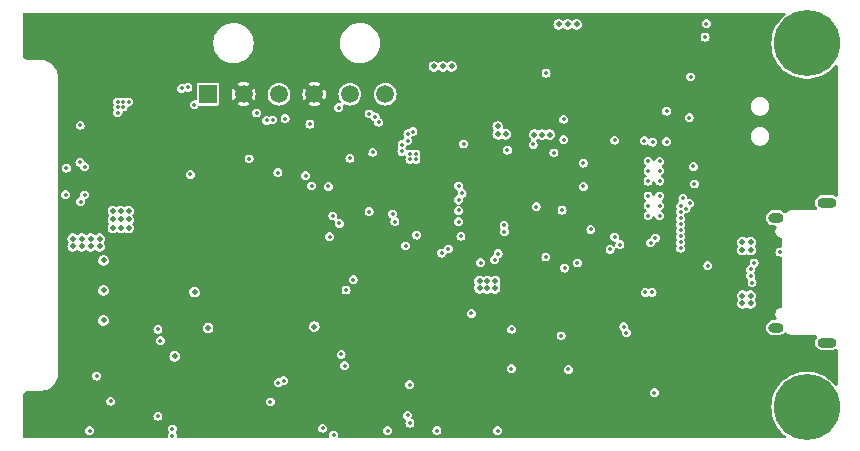
<source format=gbr>
%TF.GenerationSoftware,KiCad,Pcbnew,8.0.3*%
%TF.CreationDate,2024-09-21T22:38:29+02:00*%
%TF.ProjectId,Battery_pack,42617474-6572-4795-9f70-61636b2e6b69,1.0*%
%TF.SameCoordinates,Original*%
%TF.FileFunction,Copper,L2,Inr*%
%TF.FilePolarity,Positive*%
%FSLAX46Y46*%
G04 Gerber Fmt 4.6, Leading zero omitted, Abs format (unit mm)*
G04 Created by KiCad (PCBNEW 8.0.3) date 2024-09-21 22:38:29*
%MOMM*%
%LPD*%
G01*
G04 APERTURE LIST*
%TA.AperFunction,ComponentPad*%
%ADD10R,1.520000X1.520000*%
%TD*%
%TA.AperFunction,ComponentPad*%
%ADD11C,1.520000*%
%TD*%
%TA.AperFunction,ComponentPad*%
%ADD12O,1.600000X0.900000*%
%TD*%
%TA.AperFunction,ComponentPad*%
%ADD13O,1.300000X0.900000*%
%TD*%
%TA.AperFunction,ComponentPad*%
%ADD14C,5.600000*%
%TD*%
%TA.AperFunction,ViaPad*%
%ADD15C,0.350000*%
%TD*%
%TA.AperFunction,ViaPad*%
%ADD16C,0.500000*%
%TD*%
G04 APERTURE END LIST*
D10*
%TO.N,+12V*%
%TO.C,J401*%
X119211181Y-103900000D03*
D11*
%TO.N,GND*%
X122211180Y-103900000D03*
%TO.N,+5V*%
X125211179Y-103900000D03*
%TO.N,GND*%
X128211178Y-103900000D03*
%TO.N,Net-(J401-Pin_5)*%
X131211177Y-103900000D03*
%TO.N,Net-(J401-Pin_6)*%
X134211176Y-103900000D03*
%TD*%
D12*
%TO.N,SHELL_GND*%
%TO.C,J601*%
X171600000Y-124930000D03*
%TO.N,SHELL_GND_0*%
X171600000Y-113090000D03*
D13*
%TO.N,SHELL_GND_2*%
X167280000Y-123660000D03*
%TO.N,SHELL_GND_1*%
X167280000Y-114360000D03*
%TD*%
D14*
%TO.N,N/C*%
%TO.C,REF\u002A\u002A*%
X169900000Y-99600000D03*
%TD*%
%TO.N,N/C*%
%TO.C,REF\u002A\u002A*%
X169900000Y-130400000D03*
%TD*%
D15*
%TO.N,GND*%
X161544000Y-110464600D03*
X161467800Y-111633000D03*
X162636200Y-130378200D03*
%TO.N,PP_5V*%
X151612600Y-115341400D03*
X146989800Y-113411000D03*
%TO.N,GND2*%
X130479800Y-125933200D03*
X125145800Y-128320800D03*
D16*
X128193800Y-123571000D03*
X110032800Y-116128800D03*
X108508800Y-116128800D03*
D15*
X124485400Y-129946400D03*
D16*
X109270800Y-116789200D03*
D15*
X115163600Y-124764800D03*
D16*
X108508800Y-116789200D03*
X110032800Y-116789200D03*
X118059200Y-120650000D03*
X116382800Y-126085600D03*
X109270800Y-116128800D03*
D15*
X109169200Y-132384800D03*
D16*
X107746800Y-116789200D03*
D15*
X125603000Y-128143000D03*
D16*
X107746800Y-116128800D03*
X119210690Y-123698600D03*
D15*
%TO.N,GND*%
X130860800Y-128858397D03*
X154686000Y-114096800D03*
X153263600Y-112572801D03*
X167843100Y-108356900D03*
D16*
X158496000Y-100025200D03*
X128879600Y-128092200D03*
X126238000Y-113792000D03*
X128473200Y-116814600D03*
X125272800Y-125757820D03*
D15*
X154025599Y-113334800D03*
D16*
X131826000Y-106781599D03*
X140614400Y-97485200D03*
D15*
X156464000Y-123088400D03*
D16*
X156311600Y-125526800D03*
X128879600Y-121361201D03*
D15*
X154076400Y-119126000D03*
D16*
X143357601Y-103682800D03*
D15*
X157124400Y-123088400D03*
X153314400Y-109728000D03*
X153263600Y-114096800D03*
D16*
X125069600Y-109601000D03*
D15*
X134797800Y-127990600D03*
X138328400Y-113791999D03*
D16*
X133248400Y-108204000D03*
D15*
X137566401Y-113791999D03*
X152654000Y-113334800D03*
X155346400Y-113334800D03*
D16*
X165150800Y-115519200D03*
D15*
X164653460Y-119007744D03*
D16*
X135153400Y-126441199D03*
X163626800Y-123088400D03*
X136855200Y-119481600D03*
X152488800Y-100542800D03*
X123748800Y-109601000D03*
D15*
X159017945Y-98117945D03*
D16*
X123647200Y-113792000D03*
D15*
X112572800Y-130048000D03*
X141986001Y-116992400D03*
X160731200Y-116865400D03*
X122682000Y-130352800D03*
D16*
X138988800Y-122428000D03*
X164388800Y-123901200D03*
X149047200Y-101041200D03*
D15*
X144989099Y-120707101D03*
D16*
X128473200Y-117551200D03*
D15*
X136804401Y-112268000D03*
X130352800Y-121920000D03*
X130327400Y-115544600D03*
D16*
X143154400Y-98221800D03*
D15*
X117477420Y-131391781D03*
X161518600Y-113665000D03*
D16*
X154470000Y-99882400D03*
X132537200Y-107492800D03*
X139750800Y-122428000D03*
D15*
X154686000Y-112572800D03*
D16*
X154470000Y-101203201D03*
X124587000Y-125018800D03*
X136855200Y-118770400D03*
D15*
X133400800Y-111633000D03*
X138328400Y-113030000D03*
X137566401Y-112268001D03*
X142759616Y-112154784D03*
X152654000Y-110540800D03*
D16*
X138684000Y-98755200D03*
D15*
X134797800Y-127406400D03*
X163300000Y-99700000D03*
D16*
X125272800Y-125018800D03*
D15*
X142697200Y-108051600D03*
D16*
X142697200Y-105664000D03*
D15*
X130251200Y-118491000D03*
D16*
X141224000Y-123139200D03*
D15*
X130149600Y-116789200D03*
D16*
X128219200Y-127025400D03*
X163626800Y-114706400D03*
D15*
X158089600Y-128422400D03*
D16*
X125577600Y-113792000D03*
X138988800Y-123139200D03*
D15*
X147777200Y-116636800D03*
X154711400Y-122682000D03*
X107340400Y-106934000D03*
X160248600Y-117348000D03*
X118719600Y-130832981D03*
D16*
X128219200Y-128092200D03*
X132537200Y-106781599D03*
D15*
X113919000Y-115874800D03*
X157734000Y-123088400D03*
D16*
X165150800Y-123901200D03*
X149733000Y-101041200D03*
D15*
X136804401Y-113030000D03*
X122682000Y-129743200D03*
D16*
X116535199Y-108610400D03*
X157886400Y-120650000D03*
D15*
X161518600Y-113106200D03*
D16*
X165150800Y-114706400D03*
D15*
X159100000Y-110200000D03*
D16*
X150418800Y-101041200D03*
X142036800Y-105003600D03*
X163626800Y-115519200D03*
D15*
X132638800Y-108762800D03*
X160731200Y-117348000D03*
D16*
X140614400Y-98196400D03*
X142036800Y-103682800D03*
X140512800Y-123139200D03*
D15*
X134797800Y-128549400D03*
D16*
X127787400Y-116814600D03*
D15*
X137922000Y-131064000D03*
D16*
X128473200Y-116103400D03*
X164388800Y-123088400D03*
D15*
X113639600Y-110998000D03*
X153314400Y-111302800D03*
D16*
X153149200Y-99882401D03*
X164388800Y-115519200D03*
X115061998Y-107819400D03*
X127787400Y-116128800D03*
D15*
X130225800Y-123418600D03*
D16*
X142697200Y-103022400D03*
D15*
X156511041Y-120134864D03*
X162560000Y-111760000D03*
D16*
X122936000Y-113792000D03*
X143154400Y-97485200D03*
X131826000Y-107492800D03*
D15*
X141754801Y-118384801D03*
X153974800Y-110540800D03*
D16*
X157886400Y-100025200D03*
D15*
X122732800Y-128676400D03*
D16*
X115773201Y-108610402D03*
D15*
X140258800Y-107086400D03*
D16*
X113639600Y-108610404D03*
D15*
X155346400Y-110540800D03*
X130379199Y-113665999D03*
D16*
X153809599Y-100542800D03*
D15*
X143052801Y-116947000D03*
X147275099Y-122688301D03*
D16*
X156819600Y-97434400D03*
X128879600Y-127025400D03*
D15*
X154736800Y-111302800D03*
D16*
X142697200Y-104343200D03*
D15*
X137566401Y-113030000D03*
D16*
X115062000Y-107108201D03*
D15*
X162661600Y-110642400D03*
X151472800Y-105572000D03*
D16*
X136855200Y-118110000D03*
X133248400Y-107492800D03*
X157632400Y-97434400D03*
X164388800Y-114706400D03*
X133248400Y-106781599D03*
D15*
X136702800Y-117449600D03*
X153111200Y-119126000D03*
X142087600Y-131064000D03*
D16*
X143154400Y-98933000D03*
X165150800Y-123088400D03*
X124587000Y-124310020D03*
X139750800Y-123139200D03*
X139369800Y-98755200D03*
D15*
X138328401Y-112268000D03*
X159766000Y-117348000D03*
X136804401Y-113792000D03*
D16*
X114350800Y-108610400D03*
D15*
X154736800Y-109728000D03*
D16*
X125272800Y-124310020D03*
D15*
X138887200Y-118414800D03*
X147116800Y-106121200D03*
D16*
X115773200Y-107848400D03*
X163626800Y-123901200D03*
X143357600Y-105003600D03*
X124409200Y-109601000D03*
X115773200Y-107086400D03*
X153149200Y-101203200D03*
X155130400Y-100542800D03*
X124587000Y-125757820D03*
X115062000Y-108610402D03*
D15*
%TO.N,LDO_1V8*%
X150977600Y-111709200D03*
%TO.N,LDO_3V3*%
X158038800Y-107924600D03*
X148488400Y-108864400D03*
X160299400Y-110007400D03*
X160379176Y-111502424D03*
%TO.N,PP_HV*%
X149098000Y-124358400D03*
X159207200Y-115925600D03*
X140411200Y-114706400D03*
X159207200Y-114401600D03*
X140853601Y-108113200D03*
X159207200Y-116941600D03*
X138988800Y-117348000D03*
X143459200Y-117906800D03*
X159207200Y-116433600D03*
X159207200Y-115417600D03*
X159207200Y-114909600D03*
X147802600Y-117678200D03*
X140615380Y-115924620D03*
%TO.N,PP_5V*%
X153640100Y-115976400D03*
X149301200Y-106019600D03*
X149326600Y-107746800D03*
X147828000Y-102108000D03*
X153640100Y-107797600D03*
%TO.N,+3V3*%
X143713200Y-132384800D03*
X138582400Y-132384800D03*
X161518600Y-118414800D03*
X160070800Y-102427700D03*
X158038800Y-105333800D03*
X159410400Y-112725200D03*
X156997400Y-129159000D03*
X159943800Y-105892600D03*
X134416800Y-132384800D03*
X114960400Y-131165600D03*
%TO.N,IC_C1_CC1*%
X156667200Y-116484400D03*
X153240101Y-117043200D03*
%TO.N,IC_C1_CC2*%
X157073600Y-116078000D03*
X154076400Y-116636800D03*
%TO.N,+5V*%
X136296400Y-109423200D03*
X129489200Y-115951000D03*
X136804400Y-108966000D03*
X136804400Y-109423200D03*
X129768600Y-114198400D03*
X136296400Y-108966000D03*
%TO.N,VSYS*%
X111556800Y-105003600D03*
D16*
X142189200Y-119735600D03*
X142849600Y-119735600D03*
D15*
X111556800Y-104546400D03*
X112496600Y-104546400D03*
D16*
X143510000Y-119735600D03*
X143510000Y-120345200D03*
X142189200Y-120345200D03*
X150418800Y-97993200D03*
D15*
X112014000Y-104546400D03*
X112014000Y-104978200D03*
X111556800Y-105460800D03*
D16*
X148894800Y-97993200D03*
X142849600Y-120345200D03*
X149656800Y-97993200D03*
D15*
%TO.N,IC_C1_USB_N*%
X156791606Y-120678199D03*
X165136937Y-118723400D03*
%TO.N,IC_C1_USB_P*%
X156238406Y-120678199D03*
X165136937Y-119276600D03*
X165431701Y-118178550D03*
%TO.N,IC_12V_EN*%
X149402800Y-118618000D03*
X116193057Y-132245857D03*
X129844800Y-132740400D03*
X156840101Y-107950000D03*
%TO.N,IC_5V_EN*%
X150469600Y-118186200D03*
X156133800Y-107823000D03*
X136296400Y-131749800D03*
X149707600Y-127203200D03*
X130759200Y-126873000D03*
%TO.N,IC_VIN_EN*%
X150977600Y-109728000D03*
D16*
%TO.N,VBUS2*%
X144399000Y-107289600D03*
X165150800Y-117094000D03*
D15*
X159969200Y-113131600D03*
D16*
X139090400Y-101549200D03*
D15*
X159664400Y-113588800D03*
X159207200Y-113385600D03*
D16*
X164439600Y-117094000D03*
X164439600Y-120954800D03*
X148132800Y-107315000D03*
X139827000Y-101549200D03*
D15*
X116967000Y-103403400D03*
D16*
X165150800Y-120954800D03*
X146837400Y-107315000D03*
X165150800Y-116433600D03*
X147472400Y-107315000D03*
X165150800Y-121615200D03*
X143738600Y-106629200D03*
X164439600Y-121615200D03*
D15*
X124663200Y-106070400D03*
D16*
X164439600Y-116433600D03*
X143738600Y-107289600D03*
D15*
X159207200Y-113860603D03*
D16*
X138328400Y-101549200D03*
D15*
%TO.N,BMS_~{ACDRV}*%
X143764000Y-117398800D03*
X139547600Y-116992400D03*
X149174200Y-113715800D03*
%TO.N,/Power/U5EN*%
X136093200Y-131085202D03*
X136271000Y-128498600D03*
D16*
%TO.N,/USB-C Controller/Battery Charger/VBAT*%
X111810800Y-114503200D03*
X112471200Y-114503200D03*
X112471200Y-115214400D03*
D15*
X127457200Y-110794800D03*
D16*
X111150400Y-113792000D03*
D15*
X125120400Y-110540800D03*
X127965200Y-111658400D03*
D16*
X111150400Y-115214400D03*
X111150400Y-114503200D03*
X111810800Y-113792000D03*
X112471200Y-113792000D03*
X111810800Y-115214400D03*
D15*
X109778800Y-127762000D03*
X129387600Y-111709200D03*
D16*
%TO.N,/USB-C Controller/Battery Pack Protection/B1-B2*%
X110360200Y-123060200D03*
%TO.N,/USB-C Controller/Battery Pack Protection/B2-B3*%
X110360200Y-120520200D03*
%TO.N,/USB-C Controller/Battery Pack Protection/B3-B4*%
X110360200Y-117980200D03*
D15*
%TO.N,/USB-C Controller/GATE1*%
X124155200Y-106121200D03*
X118033800Y-104800400D03*
X122682000Y-109372400D03*
X117703600Y-110693200D03*
%TO.N,/USB-C Controller/S2S1*%
X117506563Y-103315092D03*
X123317000Y-105486200D03*
%TO.N,/USB-C Controller/GATE2*%
X132842000Y-113842800D03*
X130327400Y-114833400D03*
%TO.N,/USB-C Controller/Battery Charger/GATE3*%
X144881600Y-127127000D03*
X144920199Y-123799600D03*
%TO.N,/USB-C Controller/Battery Charger/S2S3*%
X141503400Y-122453400D03*
X142290800Y-118160800D03*
%TO.N,/USB-C Controller/Battery Charger/SW_BAT*%
X140716000Y-112279999D03*
X127836302Y-106426000D03*
X133654800Y-106273600D03*
X135636000Y-108178600D03*
%TO.N,/USB-C Controller/Battery Charger/U1VREF*%
X135026400Y-114706400D03*
X135940800Y-116738400D03*
%TO.N,/USB-C Controller/USB-C Connector/C_CC1*%
X154408101Y-123574352D03*
X165262777Y-119846030D03*
%TO.N,/USB-C Controller/USB-C Connector/C_CC2*%
X154611301Y-124096750D03*
X167627459Y-117264151D03*
%TO.N,/USB-C Controller/Battery Charger/U1HIDRV*%
X136093200Y-107848400D03*
X133350000Y-105816400D03*
X140411200Y-112826800D03*
X125730000Y-105968800D03*
%TO.N,/USB-C Controller/Battery Charger/U1LODRV*%
X135610600Y-108737400D03*
X131216400Y-109321600D03*
X133146800Y-108813600D03*
X140411200Y-111658400D03*
%TO.N,/USB-C Controller/Battery Charger/U1BATDRV*%
X107213400Y-110159800D03*
X107142200Y-112407300D03*
X132842000Y-105562400D03*
X140411200Y-113741200D03*
X136118600Y-107264200D03*
X130251200Y-105029000D03*
%TO.N,/USB-C Controller/Battery Charger/U1NTC*%
X108381800Y-106527600D03*
X116179600Y-132825000D03*
X108407200Y-113004600D03*
X128905000Y-132181600D03*
X130886200Y-120472200D03*
X131495800Y-119608600D03*
X108356400Y-109677200D03*
%TO.N,/USB-C Controller/DRAIN1*%
X156464000Y-110388400D03*
X157429200Y-109575600D03*
X156464000Y-111252000D03*
X157429200Y-110388400D03*
X157429200Y-111252000D03*
X156464000Y-109575600D03*
%TO.N,/USB-C Controller/DRAIN2*%
X156464000Y-112522000D03*
X157429200Y-114198400D03*
X156464000Y-113334800D03*
X157429200Y-112522000D03*
X156464000Y-114198400D03*
X157429200Y-113334800D03*
%TO.N,/USB-C Controller/Battery Charger/U1STAT1*%
X161282483Y-99067517D03*
X136855200Y-115824000D03*
X144297400Y-115544600D03*
%TO.N,/USB-C Controller/Battery Charger/U1STAT2*%
X134823200Y-114046000D03*
X144272000Y-115011200D03*
X161399549Y-97926501D03*
%TO.N,/USB-C Controller/Battery Pack Protection/NPACK_P*%
X114960400Y-123799600D03*
%TO.N,Net-(J401-Pin_6)*%
X146735800Y-108153200D03*
X136553777Y-107073810D03*
X144551400Y-108635800D03*
%TO.N,Net-(J401-Pin_5)*%
X110947200Y-129895600D03*
X108762800Y-110032800D03*
X108762800Y-112420400D03*
%TD*%
%TA.AperFunction,Conductor*%
%TO.N,GND*%
G36*
X168056366Y-97020185D02*
G01*
X168102121Y-97072989D01*
X168112065Y-97142147D01*
X168083040Y-97205703D01*
X168069033Y-97219489D01*
X167837442Y-97413817D01*
X167837440Y-97413819D01*
X167597589Y-97668044D01*
X167597584Y-97668050D01*
X167388870Y-97948402D01*
X167214113Y-98251091D01*
X167214107Y-98251104D01*
X167075674Y-98572027D01*
X166975430Y-98906865D01*
X166975428Y-98906872D01*
X166914739Y-99251061D01*
X166914738Y-99251072D01*
X166894415Y-99599996D01*
X166894415Y-99600003D01*
X166914738Y-99948927D01*
X166914739Y-99948938D01*
X166975428Y-100293127D01*
X166975430Y-100293134D01*
X167075674Y-100627972D01*
X167214107Y-100948895D01*
X167214113Y-100948908D01*
X167388870Y-101251597D01*
X167597584Y-101531949D01*
X167597589Y-101531955D01*
X167721463Y-101663253D01*
X167837442Y-101786183D01*
X167984387Y-101909484D01*
X168105186Y-102010847D01*
X168105194Y-102010853D01*
X168397203Y-102202911D01*
X168397207Y-102202913D01*
X168709549Y-102359777D01*
X169037989Y-102479319D01*
X169378086Y-102559923D01*
X169725241Y-102600500D01*
X169725248Y-102600500D01*
X170074752Y-102600500D01*
X170074759Y-102600500D01*
X170421914Y-102559923D01*
X170762011Y-102479319D01*
X171090451Y-102359777D01*
X171402793Y-102202913D01*
X171694811Y-102010849D01*
X171962558Y-101786183D01*
X172202412Y-101531953D01*
X172276037Y-101433058D01*
X172331859Y-101391039D01*
X172401538Y-101385870D01*
X172462949Y-101419193D01*
X172496596Y-101480428D01*
X172499500Y-101507106D01*
X172499500Y-112442827D01*
X172479815Y-112509866D01*
X172427011Y-112555621D01*
X172357853Y-112565565D01*
X172306609Y-112545929D01*
X172258133Y-112513538D01*
X172258124Y-112513533D01*
X172139744Y-112464499D01*
X172139738Y-112464497D01*
X172014071Y-112439500D01*
X172014069Y-112439500D01*
X171185931Y-112439500D01*
X171185929Y-112439500D01*
X171060261Y-112464497D01*
X171060255Y-112464499D01*
X170941875Y-112513533D01*
X170941866Y-112513538D01*
X170835331Y-112584723D01*
X170835327Y-112584726D01*
X170744726Y-112675327D01*
X170744723Y-112675331D01*
X170673538Y-112781866D01*
X170673533Y-112781875D01*
X170624499Y-112900255D01*
X170624497Y-112900261D01*
X170599500Y-113025928D01*
X170599500Y-113025931D01*
X170599500Y-113154069D01*
X170599500Y-113154071D01*
X170599499Y-113154071D01*
X170624497Y-113279738D01*
X170624499Y-113279744D01*
X170673533Y-113398124D01*
X170673538Y-113398133D01*
X170744723Y-113504668D01*
X170747299Y-113507807D01*
X170774611Y-113572117D01*
X170762820Y-113640984D01*
X170715667Y-113692544D01*
X170651380Y-113710471D01*
X168874239Y-113709538D01*
X168873657Y-113709500D01*
X168865892Y-113709500D01*
X168801020Y-113709500D01*
X168734371Y-113709465D01*
X168734370Y-113709465D01*
X168726612Y-113709461D01*
X168726017Y-113709500D01*
X168712465Y-113709500D01*
X168540062Y-113739898D01*
X168375553Y-113799775D01*
X168223942Y-113887309D01*
X168149661Y-113949638D01*
X168085652Y-113977651D01*
X168016660Y-113966610D01*
X167982275Y-113942329D01*
X167894672Y-113854726D01*
X167894668Y-113854723D01*
X167788133Y-113783538D01*
X167788124Y-113783533D01*
X167669744Y-113734499D01*
X167669738Y-113734497D01*
X167544071Y-113709500D01*
X167544069Y-113709500D01*
X167015931Y-113709500D01*
X167015929Y-113709500D01*
X166890261Y-113734497D01*
X166890255Y-113734499D01*
X166771875Y-113783533D01*
X166771866Y-113783538D01*
X166665331Y-113854723D01*
X166665327Y-113854726D01*
X166574726Y-113945327D01*
X166574723Y-113945331D01*
X166503538Y-114051866D01*
X166503533Y-114051875D01*
X166454499Y-114170255D01*
X166454497Y-114170261D01*
X166429500Y-114295928D01*
X166429500Y-114295931D01*
X166429500Y-114424069D01*
X166429500Y-114424071D01*
X166429499Y-114424071D01*
X166454497Y-114549738D01*
X166454499Y-114549744D01*
X166503533Y-114668124D01*
X166503538Y-114668133D01*
X166574723Y-114774668D01*
X166574726Y-114774672D01*
X166665327Y-114865273D01*
X166665331Y-114865276D01*
X166771866Y-114936461D01*
X166771872Y-114936464D01*
X166771873Y-114936465D01*
X166890256Y-114985501D01*
X166890260Y-114985501D01*
X166890261Y-114985502D01*
X167015928Y-115010500D01*
X167216816Y-115010500D01*
X167283855Y-115030185D01*
X167329610Y-115082989D01*
X167339554Y-115152147D01*
X167324203Y-115196499D01*
X167260315Y-115307157D01*
X167260312Y-115307164D01*
X167224500Y-115440817D01*
X167224500Y-115579183D01*
X167257181Y-115701149D01*
X167260312Y-115712835D01*
X167260313Y-115712838D01*
X167329492Y-115832661D01*
X167329494Y-115832664D01*
X167329495Y-115832665D01*
X167427335Y-115930505D01*
X167427336Y-115930506D01*
X167427338Y-115930507D01*
X167462839Y-115951003D01*
X167547164Y-115999688D01*
X167680817Y-116035500D01*
X167680825Y-116035500D01*
X167688877Y-116036561D01*
X167688514Y-116039311D01*
X167742573Y-116055185D01*
X167788328Y-116107989D01*
X167799533Y-116159495D01*
X167799536Y-116256619D01*
X167799547Y-116766037D01*
X167779864Y-116833077D01*
X167727061Y-116878833D01*
X167657903Y-116888778D01*
X167656151Y-116888514D01*
X167637638Y-116885582D01*
X167627459Y-116883970D01*
X167627458Y-116883970D01*
X167627456Y-116883970D01*
X167509981Y-116902575D01*
X167509980Y-116902575D01*
X167403992Y-116956579D01*
X167403988Y-116956582D01*
X167319890Y-117040680D01*
X167319887Y-117040684D01*
X167265883Y-117146672D01*
X167265883Y-117146673D01*
X167247278Y-117264147D01*
X167247278Y-117264154D01*
X167265883Y-117381628D01*
X167265883Y-117381629D01*
X167265884Y-117381632D01*
X167265885Y-117381633D01*
X167308608Y-117465482D01*
X167319887Y-117487617D01*
X167319890Y-117487621D01*
X167403988Y-117571719D01*
X167403992Y-117571722D01*
X167403994Y-117571724D01*
X167509977Y-117625725D01*
X167509979Y-117625725D01*
X167509981Y-117625726D01*
X167627456Y-117644332D01*
X167627458Y-117644332D01*
X167627458Y-117644331D01*
X167627459Y-117644332D01*
X167656172Y-117639784D01*
X167725464Y-117648738D01*
X167778916Y-117693733D01*
X167799557Y-117760484D01*
X167799570Y-117762254D01*
X167799666Y-121860497D01*
X167779983Y-121927537D01*
X167727180Y-121973293D01*
X167688644Y-121981676D01*
X167688877Y-121983439D01*
X167680817Y-121984500D01*
X167547164Y-122020312D01*
X167547161Y-122020313D01*
X167427338Y-122089492D01*
X167427333Y-122089496D01*
X167329496Y-122187333D01*
X167329492Y-122187338D01*
X167260313Y-122307161D01*
X167260312Y-122307164D01*
X167224500Y-122440817D01*
X167224500Y-122579183D01*
X167242456Y-122646194D01*
X167260312Y-122712835D01*
X167260315Y-122712842D01*
X167324203Y-122823501D01*
X167340676Y-122891401D01*
X167317823Y-122957428D01*
X167262902Y-123000618D01*
X167216816Y-123009500D01*
X167015929Y-123009500D01*
X166890261Y-123034497D01*
X166890255Y-123034499D01*
X166771875Y-123083533D01*
X166771866Y-123083538D01*
X166665331Y-123154723D01*
X166665327Y-123154726D01*
X166574726Y-123245327D01*
X166574723Y-123245331D01*
X166503538Y-123351866D01*
X166503533Y-123351875D01*
X166454499Y-123470255D01*
X166454497Y-123470261D01*
X166429500Y-123595928D01*
X166429500Y-123595931D01*
X166429500Y-123724069D01*
X166429500Y-123724071D01*
X166429499Y-123724071D01*
X166454497Y-123849738D01*
X166454499Y-123849744D01*
X166503533Y-123968124D01*
X166503538Y-123968133D01*
X166574723Y-124074668D01*
X166574726Y-124074672D01*
X166665327Y-124165273D01*
X166665331Y-124165276D01*
X166771866Y-124236461D01*
X166771875Y-124236466D01*
X166782633Y-124240922D01*
X166890256Y-124285501D01*
X166890260Y-124285501D01*
X166890261Y-124285502D01*
X167015928Y-124310500D01*
X167015931Y-124310500D01*
X167544071Y-124310500D01*
X167628615Y-124293682D01*
X167669744Y-124285501D01*
X167788127Y-124236465D01*
X167894669Y-124165276D01*
X167982276Y-124077668D01*
X168043597Y-124044185D01*
X168113289Y-124049169D01*
X168149661Y-124070361D01*
X168223942Y-124132690D01*
X168223943Y-124132691D01*
X168223945Y-124132692D01*
X168311950Y-124183502D01*
X168345211Y-124202706D01*
X168375555Y-124220225D01*
X168540062Y-124280101D01*
X168712468Y-124310500D01*
X168726017Y-124310500D01*
X168726612Y-124310538D01*
X168734367Y-124310534D01*
X168734371Y-124310535D01*
X168800945Y-124310500D01*
X168865892Y-124310500D01*
X168873884Y-124310500D01*
X168874458Y-124310460D01*
X170651383Y-124309526D01*
X170718431Y-124329175D01*
X170764213Y-124381955D01*
X170774193Y-124451109D01*
X170747308Y-124512180D01*
X170744728Y-124515324D01*
X170673538Y-124621866D01*
X170673533Y-124621875D01*
X170624499Y-124740255D01*
X170624497Y-124740261D01*
X170599500Y-124865928D01*
X170599500Y-124865931D01*
X170599500Y-124994069D01*
X170599500Y-124994071D01*
X170599499Y-124994071D01*
X170624497Y-125119738D01*
X170624499Y-125119744D01*
X170673533Y-125238124D01*
X170673538Y-125238133D01*
X170744723Y-125344668D01*
X170744726Y-125344672D01*
X170835327Y-125435273D01*
X170835331Y-125435276D01*
X170941866Y-125506461D01*
X170941872Y-125506464D01*
X170941873Y-125506465D01*
X171060256Y-125555501D01*
X171060260Y-125555501D01*
X171060261Y-125555502D01*
X171185928Y-125580500D01*
X171185931Y-125580500D01*
X172014071Y-125580500D01*
X172098615Y-125563682D01*
X172139744Y-125555501D01*
X172258127Y-125506465D01*
X172258132Y-125506461D01*
X172258135Y-125506460D01*
X172306608Y-125474071D01*
X172373285Y-125453192D01*
X172440665Y-125471676D01*
X172487356Y-125523654D01*
X172499500Y-125577172D01*
X172499500Y-128492893D01*
X172479815Y-128559932D01*
X172427011Y-128605687D01*
X172357853Y-128615631D01*
X172294297Y-128586606D01*
X172276037Y-128566941D01*
X172202415Y-128468050D01*
X172202410Y-128468044D01*
X172063491Y-128320800D01*
X171962558Y-128213817D01*
X171814488Y-128089572D01*
X171694813Y-127989152D01*
X171694805Y-127989146D01*
X171402796Y-127797088D01*
X171090458Y-127640226D01*
X171090452Y-127640223D01*
X170762012Y-127520681D01*
X170762009Y-127520680D01*
X170421915Y-127440077D01*
X170370846Y-127434108D01*
X170074759Y-127399500D01*
X169725241Y-127399500D01*
X169429154Y-127434108D01*
X169378085Y-127440077D01*
X169378083Y-127440077D01*
X169037990Y-127520680D01*
X169037987Y-127520681D01*
X168709547Y-127640223D01*
X168709541Y-127640226D01*
X168397203Y-127797088D01*
X168105194Y-127989146D01*
X168105186Y-127989152D01*
X167837442Y-128213817D01*
X167837440Y-128213819D01*
X167597589Y-128468044D01*
X167597584Y-128468050D01*
X167388870Y-128748402D01*
X167214113Y-129051091D01*
X167214107Y-129051104D01*
X167075674Y-129372027D01*
X166975430Y-129706865D01*
X166975428Y-129706872D01*
X166914739Y-130051061D01*
X166914738Y-130051072D01*
X166894415Y-130399996D01*
X166894415Y-130400003D01*
X166914738Y-130748927D01*
X166914739Y-130748938D01*
X166975428Y-131093127D01*
X166975430Y-131093134D01*
X167075674Y-131427972D01*
X167214107Y-131748895D01*
X167214113Y-131748908D01*
X167388870Y-132051597D01*
X167597584Y-132331949D01*
X167597589Y-132331955D01*
X167721463Y-132463253D01*
X167837442Y-132586183D01*
X167999275Y-132721977D01*
X168069033Y-132780511D01*
X168107735Y-132838682D01*
X168108843Y-132908543D01*
X168072006Y-132967913D01*
X168008919Y-132997942D01*
X167989327Y-132999500D01*
X143808077Y-132999500D01*
X143741038Y-132979815D01*
X143713207Y-132947697D01*
X143698180Y-132970363D01*
X143634216Y-132998477D01*
X143618323Y-132999500D01*
X138677277Y-132999500D01*
X138610238Y-132979815D01*
X138582407Y-132947697D01*
X138567380Y-132970363D01*
X138503416Y-132998477D01*
X138487523Y-132999500D01*
X134511677Y-132999500D01*
X134444638Y-132979815D01*
X134416807Y-132947697D01*
X134401780Y-132970363D01*
X134337816Y-132998477D01*
X134321923Y-132999500D01*
X130329129Y-132999500D01*
X130262090Y-132979815D01*
X130216335Y-132927011D01*
X130206391Y-132857853D01*
X130206656Y-132856102D01*
X130224981Y-132740402D01*
X130224981Y-132740396D01*
X130206375Y-132622922D01*
X130206375Y-132622921D01*
X130206374Y-132622919D01*
X130206374Y-132622918D01*
X130152373Y-132516935D01*
X130152371Y-132516933D01*
X130152368Y-132516929D01*
X130068270Y-132432831D01*
X130068266Y-132432828D01*
X130068265Y-132432827D01*
X129973999Y-132384796D01*
X134036619Y-132384796D01*
X134036619Y-132384803D01*
X134055224Y-132502277D01*
X134055224Y-132502278D01*
X134055225Y-132502281D01*
X134055226Y-132502282D01*
X134105795Y-132601530D01*
X134109228Y-132608266D01*
X134109231Y-132608270D01*
X134193329Y-132692368D01*
X134193333Y-132692371D01*
X134193335Y-132692373D01*
X134299318Y-132746374D01*
X134299319Y-132746374D01*
X134299321Y-132746375D01*
X134341321Y-132753027D01*
X134404455Y-132782956D01*
X134415236Y-132800270D01*
X134417964Y-132794297D01*
X134476742Y-132756523D01*
X134492279Y-132753027D01*
X134534278Y-132746375D01*
X134534279Y-132746374D01*
X134534282Y-132746374D01*
X134640265Y-132692373D01*
X134724373Y-132608265D01*
X134778374Y-132502282D01*
X134780451Y-132489168D01*
X134796981Y-132384803D01*
X134796981Y-132384796D01*
X138202219Y-132384796D01*
X138202219Y-132384803D01*
X138220824Y-132502277D01*
X138220824Y-132502278D01*
X138220825Y-132502281D01*
X138220826Y-132502282D01*
X138271395Y-132601530D01*
X138274828Y-132608266D01*
X138274831Y-132608270D01*
X138358929Y-132692368D01*
X138358933Y-132692371D01*
X138358935Y-132692373D01*
X138464918Y-132746374D01*
X138464919Y-132746374D01*
X138464921Y-132746375D01*
X138506921Y-132753027D01*
X138570055Y-132782956D01*
X138580836Y-132800270D01*
X138583564Y-132794297D01*
X138642342Y-132756523D01*
X138657879Y-132753027D01*
X138699878Y-132746375D01*
X138699879Y-132746374D01*
X138699882Y-132746374D01*
X138805865Y-132692373D01*
X138889973Y-132608265D01*
X138943974Y-132502282D01*
X138946051Y-132489168D01*
X138962581Y-132384803D01*
X138962581Y-132384796D01*
X143333019Y-132384796D01*
X143333019Y-132384803D01*
X143351624Y-132502277D01*
X143351624Y-132502278D01*
X143351625Y-132502281D01*
X143351626Y-132502282D01*
X143402195Y-132601530D01*
X143405628Y-132608266D01*
X143405631Y-132608270D01*
X143489729Y-132692368D01*
X143489733Y-132692371D01*
X143489735Y-132692373D01*
X143595718Y-132746374D01*
X143595719Y-132746374D01*
X143595721Y-132746375D01*
X143637721Y-132753027D01*
X143700855Y-132782956D01*
X143711636Y-132800270D01*
X143714364Y-132794297D01*
X143773142Y-132756523D01*
X143788679Y-132753027D01*
X143830678Y-132746375D01*
X143830679Y-132746374D01*
X143830682Y-132746374D01*
X143936665Y-132692373D01*
X144020773Y-132608265D01*
X144074774Y-132502282D01*
X144076851Y-132489168D01*
X144093381Y-132384803D01*
X144093381Y-132384796D01*
X144074775Y-132267322D01*
X144074775Y-132267321D01*
X144074774Y-132267319D01*
X144074774Y-132267318D01*
X144020773Y-132161335D01*
X144020771Y-132161333D01*
X144020768Y-132161329D01*
X143936670Y-132077231D01*
X143936666Y-132077228D01*
X143936665Y-132077227D01*
X143830682Y-132023226D01*
X143830680Y-132023225D01*
X143830677Y-132023224D01*
X143713203Y-132004619D01*
X143713197Y-132004619D01*
X143595722Y-132023224D01*
X143595721Y-132023224D01*
X143489733Y-132077228D01*
X143489729Y-132077231D01*
X143405631Y-132161329D01*
X143405628Y-132161333D01*
X143351624Y-132267321D01*
X143351624Y-132267322D01*
X143333019Y-132384796D01*
X138962581Y-132384796D01*
X138943975Y-132267322D01*
X138943975Y-132267321D01*
X138943974Y-132267319D01*
X138943974Y-132267318D01*
X138889973Y-132161335D01*
X138889971Y-132161333D01*
X138889968Y-132161329D01*
X138805870Y-132077231D01*
X138805866Y-132077228D01*
X138805865Y-132077227D01*
X138699882Y-132023226D01*
X138699880Y-132023225D01*
X138699877Y-132023224D01*
X138582403Y-132004619D01*
X138582397Y-132004619D01*
X138464922Y-132023224D01*
X138464921Y-132023224D01*
X138358933Y-132077228D01*
X138358929Y-132077231D01*
X138274831Y-132161329D01*
X138274828Y-132161333D01*
X138220824Y-132267321D01*
X138220824Y-132267322D01*
X138202219Y-132384796D01*
X134796981Y-132384796D01*
X134778375Y-132267322D01*
X134778375Y-132267321D01*
X134778374Y-132267319D01*
X134778374Y-132267318D01*
X134724373Y-132161335D01*
X134724371Y-132161333D01*
X134724368Y-132161329D01*
X134640270Y-132077231D01*
X134640266Y-132077228D01*
X134640265Y-132077227D01*
X134534282Y-132023226D01*
X134534280Y-132023225D01*
X134534277Y-132023224D01*
X134416803Y-132004619D01*
X134416797Y-132004619D01*
X134299322Y-132023224D01*
X134299321Y-132023224D01*
X134193333Y-132077228D01*
X134193329Y-132077231D01*
X134109231Y-132161329D01*
X134109228Y-132161333D01*
X134055224Y-132267321D01*
X134055224Y-132267322D01*
X134036619Y-132384796D01*
X129973999Y-132384796D01*
X129962282Y-132378826D01*
X129962280Y-132378825D01*
X129962277Y-132378824D01*
X129844803Y-132360219D01*
X129844797Y-132360219D01*
X129727322Y-132378824D01*
X129727321Y-132378824D01*
X129621333Y-132432828D01*
X129621329Y-132432831D01*
X129537231Y-132516929D01*
X129537228Y-132516933D01*
X129483224Y-132622921D01*
X129483224Y-132622922D01*
X129464619Y-132740396D01*
X129464619Y-132740402D01*
X129482944Y-132856102D01*
X129473989Y-132925396D01*
X129428993Y-132978848D01*
X129362242Y-132999487D01*
X129360471Y-132999500D01*
X116677328Y-132999500D01*
X116610289Y-132979815D01*
X116564534Y-132927011D01*
X116554590Y-132857853D01*
X116554855Y-132856101D01*
X116559781Y-132825000D01*
X116559781Y-132824996D01*
X116541175Y-132707522D01*
X116541175Y-132707521D01*
X116541174Y-132707519D01*
X116541174Y-132707518D01*
X116487619Y-132602411D01*
X116474724Y-132533745D01*
X116497790Y-132473230D01*
X116500625Y-132469326D01*
X116500630Y-132469322D01*
X116554631Y-132363339D01*
X116564809Y-132299077D01*
X116573238Y-132245860D01*
X116573238Y-132245853D01*
X116563061Y-132181596D01*
X128524819Y-132181596D01*
X128524819Y-132181603D01*
X128543424Y-132299077D01*
X128543424Y-132299078D01*
X128543425Y-132299081D01*
X128543426Y-132299082D01*
X128587101Y-132384800D01*
X128597428Y-132405066D01*
X128597431Y-132405070D01*
X128681529Y-132489168D01*
X128681533Y-132489171D01*
X128681535Y-132489173D01*
X128787518Y-132543174D01*
X128787520Y-132543174D01*
X128787522Y-132543175D01*
X128904997Y-132561781D01*
X128905000Y-132561781D01*
X128905003Y-132561781D01*
X129022477Y-132543175D01*
X129022478Y-132543175D01*
X129022479Y-132543174D01*
X129022482Y-132543174D01*
X129128465Y-132489173D01*
X129212573Y-132405065D01*
X129266574Y-132299082D01*
X129271604Y-132267322D01*
X129285181Y-132181603D01*
X129285181Y-132181596D01*
X129266575Y-132064122D01*
X129266575Y-132064121D01*
X129266574Y-132064119D01*
X129266574Y-132064118D01*
X129212573Y-131958135D01*
X129212571Y-131958133D01*
X129212568Y-131958129D01*
X129128470Y-131874031D01*
X129128466Y-131874028D01*
X129128465Y-131874027D01*
X129022482Y-131820026D01*
X129022480Y-131820025D01*
X129022477Y-131820024D01*
X128905003Y-131801419D01*
X128904997Y-131801419D01*
X128787522Y-131820024D01*
X128787521Y-131820024D01*
X128681533Y-131874028D01*
X128681529Y-131874031D01*
X128597431Y-131958129D01*
X128597428Y-131958133D01*
X128543424Y-132064121D01*
X128543424Y-132064122D01*
X128524819Y-132181596D01*
X116563061Y-132181596D01*
X116554632Y-132128379D01*
X116554632Y-132128378D01*
X116554631Y-132128376D01*
X116554631Y-132128375D01*
X116500630Y-132022392D01*
X116500628Y-132022390D01*
X116500625Y-132022386D01*
X116416527Y-131938288D01*
X116416523Y-131938285D01*
X116416522Y-131938284D01*
X116310539Y-131884283D01*
X116310537Y-131884282D01*
X116310534Y-131884281D01*
X116193060Y-131865676D01*
X116193054Y-131865676D01*
X116075579Y-131884281D01*
X116075578Y-131884281D01*
X115969590Y-131938285D01*
X115969586Y-131938288D01*
X115885488Y-132022386D01*
X115885485Y-132022390D01*
X115831481Y-132128378D01*
X115831481Y-132128379D01*
X115812876Y-132245853D01*
X115812876Y-132245860D01*
X115831481Y-132363334D01*
X115831482Y-132363338D01*
X115885036Y-132468443D01*
X115897932Y-132537112D01*
X115874873Y-132597617D01*
X115872029Y-132601530D01*
X115818024Y-132707521D01*
X115818024Y-132707522D01*
X115799419Y-132824996D01*
X115799419Y-132825000D01*
X115804345Y-132856101D01*
X115795391Y-132925395D01*
X115750395Y-132978847D01*
X115683643Y-132999487D01*
X115681872Y-132999500D01*
X109264077Y-132999500D01*
X109197038Y-132979815D01*
X109169207Y-132947697D01*
X109154180Y-132970363D01*
X109090216Y-132998477D01*
X109074323Y-132999500D01*
X103624500Y-132999500D01*
X103557461Y-132979815D01*
X103511706Y-132927011D01*
X103500500Y-132875500D01*
X103500500Y-132384796D01*
X108789019Y-132384796D01*
X108789019Y-132384803D01*
X108807624Y-132502277D01*
X108807624Y-132502278D01*
X108807625Y-132502281D01*
X108807626Y-132502282D01*
X108858195Y-132601530D01*
X108861628Y-132608266D01*
X108861631Y-132608270D01*
X108945729Y-132692368D01*
X108945733Y-132692371D01*
X108945735Y-132692373D01*
X109051718Y-132746374D01*
X109051719Y-132746374D01*
X109051721Y-132746375D01*
X109093721Y-132753027D01*
X109156855Y-132782956D01*
X109167636Y-132800270D01*
X109170364Y-132794297D01*
X109229142Y-132756523D01*
X109244679Y-132753027D01*
X109286678Y-132746375D01*
X109286679Y-132746374D01*
X109286682Y-132746374D01*
X109392665Y-132692373D01*
X109476773Y-132608265D01*
X109530774Y-132502282D01*
X109532851Y-132489168D01*
X109549381Y-132384803D01*
X109549381Y-132384796D01*
X109530775Y-132267322D01*
X109530775Y-132267321D01*
X109530774Y-132267319D01*
X109530774Y-132267318D01*
X109476773Y-132161335D01*
X109476771Y-132161333D01*
X109476768Y-132161329D01*
X109392670Y-132077231D01*
X109392666Y-132077228D01*
X109392665Y-132077227D01*
X109286682Y-132023226D01*
X109286680Y-132023225D01*
X109286677Y-132023224D01*
X109169203Y-132004619D01*
X109169197Y-132004619D01*
X109051722Y-132023224D01*
X109051721Y-132023224D01*
X108945733Y-132077228D01*
X108945729Y-132077231D01*
X108861631Y-132161329D01*
X108861628Y-132161333D01*
X108807624Y-132267321D01*
X108807624Y-132267322D01*
X108789019Y-132384796D01*
X103500500Y-132384796D01*
X103500500Y-131165596D01*
X114580219Y-131165596D01*
X114580219Y-131165603D01*
X114598824Y-131283077D01*
X114598824Y-131283078D01*
X114598825Y-131283081D01*
X114598826Y-131283082D01*
X114645943Y-131375555D01*
X114652828Y-131389066D01*
X114652831Y-131389070D01*
X114736929Y-131473168D01*
X114736933Y-131473171D01*
X114736935Y-131473173D01*
X114842918Y-131527174D01*
X114842920Y-131527174D01*
X114842922Y-131527175D01*
X114960397Y-131545781D01*
X114960400Y-131545781D01*
X114960403Y-131545781D01*
X115077877Y-131527175D01*
X115077878Y-131527175D01*
X115077879Y-131527174D01*
X115077882Y-131527174D01*
X115183865Y-131473173D01*
X115267973Y-131389065D01*
X115321974Y-131283082D01*
X115334708Y-131202682D01*
X115340581Y-131165603D01*
X115340581Y-131165596D01*
X115327847Y-131085198D01*
X135713019Y-131085198D01*
X135713019Y-131085205D01*
X135731624Y-131202679D01*
X135731624Y-131202680D01*
X135731625Y-131202683D01*
X135731626Y-131202684D01*
X135772588Y-131283077D01*
X135785628Y-131308668D01*
X135785631Y-131308672D01*
X135869729Y-131392770D01*
X135869733Y-131392773D01*
X135869735Y-131392775D01*
X135907824Y-131412182D01*
X135958619Y-131460155D01*
X135975414Y-131527976D01*
X135962013Y-131578960D01*
X135934825Y-131632318D01*
X135934824Y-131632322D01*
X135916219Y-131749796D01*
X135916219Y-131749803D01*
X135934824Y-131867277D01*
X135934824Y-131867278D01*
X135934825Y-131867281D01*
X135934826Y-131867282D01*
X135972524Y-131941269D01*
X135988828Y-131973266D01*
X135988831Y-131973270D01*
X136072929Y-132057368D01*
X136072933Y-132057371D01*
X136072935Y-132057373D01*
X136178918Y-132111374D01*
X136178920Y-132111374D01*
X136178922Y-132111375D01*
X136296397Y-132129981D01*
X136296400Y-132129981D01*
X136296403Y-132129981D01*
X136413877Y-132111375D01*
X136413878Y-132111375D01*
X136413879Y-132111374D01*
X136413882Y-132111374D01*
X136519865Y-132057373D01*
X136603973Y-131973265D01*
X136657974Y-131867282D01*
X136657975Y-131867277D01*
X136676581Y-131749803D01*
X136676581Y-131749796D01*
X136657975Y-131632322D01*
X136657975Y-131632321D01*
X136657974Y-131632319D01*
X136657974Y-131632318D01*
X136603973Y-131526335D01*
X136603971Y-131526333D01*
X136603968Y-131526329D01*
X136519870Y-131442231D01*
X136519861Y-131442224D01*
X136481776Y-131422819D01*
X136430980Y-131374845D01*
X136414185Y-131307024D01*
X136427585Y-131256044D01*
X136454774Y-131202684D01*
X136460647Y-131165603D01*
X136473381Y-131085205D01*
X136473381Y-131085198D01*
X136454775Y-130967724D01*
X136454775Y-130967723D01*
X136454774Y-130967721D01*
X136454774Y-130967720D01*
X136400773Y-130861737D01*
X136400771Y-130861735D01*
X136400768Y-130861731D01*
X136316670Y-130777633D01*
X136316666Y-130777630D01*
X136316665Y-130777629D01*
X136210682Y-130723628D01*
X136210680Y-130723627D01*
X136210677Y-130723626D01*
X136093203Y-130705021D01*
X136093197Y-130705021D01*
X135975722Y-130723626D01*
X135975721Y-130723626D01*
X135869733Y-130777630D01*
X135869729Y-130777633D01*
X135785631Y-130861731D01*
X135785628Y-130861735D01*
X135731624Y-130967723D01*
X135731624Y-130967724D01*
X135713019Y-131085198D01*
X115327847Y-131085198D01*
X115321975Y-131048122D01*
X115321975Y-131048121D01*
X115321974Y-131048119D01*
X115321974Y-131048118D01*
X115267973Y-130942135D01*
X115267971Y-130942133D01*
X115267968Y-130942129D01*
X115183870Y-130858031D01*
X115183866Y-130858028D01*
X115183865Y-130858027D01*
X115077882Y-130804026D01*
X115077880Y-130804025D01*
X115077877Y-130804024D01*
X114960403Y-130785419D01*
X114960397Y-130785419D01*
X114842922Y-130804024D01*
X114842921Y-130804024D01*
X114736933Y-130858028D01*
X114736929Y-130858031D01*
X114652831Y-130942129D01*
X114652828Y-130942133D01*
X114598824Y-131048121D01*
X114598824Y-131048122D01*
X114580219Y-131165596D01*
X103500500Y-131165596D01*
X103500500Y-129895596D01*
X110567019Y-129895596D01*
X110567019Y-129895603D01*
X110585624Y-130013077D01*
X110585624Y-130013078D01*
X110585625Y-130013081D01*
X110585626Y-130013082D01*
X110611507Y-130063877D01*
X110639628Y-130119066D01*
X110639631Y-130119070D01*
X110723729Y-130203168D01*
X110723733Y-130203171D01*
X110723735Y-130203173D01*
X110829718Y-130257174D01*
X110829720Y-130257174D01*
X110829722Y-130257175D01*
X110947197Y-130275781D01*
X110947200Y-130275781D01*
X110947203Y-130275781D01*
X111064677Y-130257175D01*
X111064678Y-130257175D01*
X111064679Y-130257174D01*
X111064682Y-130257174D01*
X111170665Y-130203173D01*
X111254773Y-130119065D01*
X111308774Y-130013082D01*
X111319335Y-129946403D01*
X111319336Y-129946396D01*
X124105219Y-129946396D01*
X124105219Y-129946403D01*
X124123824Y-130063877D01*
X124123824Y-130063878D01*
X124177828Y-130169866D01*
X124177831Y-130169870D01*
X124261929Y-130253968D01*
X124261933Y-130253971D01*
X124261935Y-130253973D01*
X124367918Y-130307974D01*
X124367920Y-130307974D01*
X124367922Y-130307975D01*
X124485397Y-130326581D01*
X124485400Y-130326581D01*
X124485403Y-130326581D01*
X124602877Y-130307975D01*
X124602878Y-130307975D01*
X124602879Y-130307974D01*
X124602882Y-130307974D01*
X124708865Y-130253973D01*
X124792973Y-130169865D01*
X124846974Y-130063882D01*
X124855020Y-130013082D01*
X124865581Y-129946403D01*
X124865581Y-129946396D01*
X124846975Y-129828922D01*
X124846975Y-129828921D01*
X124846974Y-129828919D01*
X124846974Y-129828918D01*
X124792973Y-129722935D01*
X124792971Y-129722933D01*
X124792968Y-129722929D01*
X124708870Y-129638831D01*
X124708866Y-129638828D01*
X124708865Y-129638827D01*
X124602882Y-129584826D01*
X124602880Y-129584825D01*
X124602877Y-129584824D01*
X124485403Y-129566219D01*
X124485397Y-129566219D01*
X124367922Y-129584824D01*
X124367921Y-129584824D01*
X124261933Y-129638828D01*
X124261929Y-129638831D01*
X124177831Y-129722929D01*
X124177828Y-129722933D01*
X124123824Y-129828921D01*
X124123824Y-129828922D01*
X124105219Y-129946396D01*
X111319336Y-129946396D01*
X111327381Y-129895603D01*
X111327381Y-129895596D01*
X111308775Y-129778122D01*
X111308775Y-129778121D01*
X111308774Y-129778119D01*
X111308774Y-129778118D01*
X111254773Y-129672135D01*
X111254771Y-129672133D01*
X111254768Y-129672129D01*
X111170670Y-129588031D01*
X111170666Y-129588028D01*
X111170665Y-129588027D01*
X111064682Y-129534026D01*
X111064680Y-129534025D01*
X111064677Y-129534024D01*
X110947203Y-129515419D01*
X110947197Y-129515419D01*
X110829722Y-129534024D01*
X110829721Y-129534024D01*
X110723733Y-129588028D01*
X110723729Y-129588031D01*
X110639631Y-129672129D01*
X110639628Y-129672133D01*
X110585624Y-129778121D01*
X110585624Y-129778122D01*
X110567019Y-129895596D01*
X103500500Y-129895596D01*
X103500500Y-129506961D01*
X103501280Y-129493077D01*
X103504267Y-129466568D01*
X103511459Y-129402731D01*
X103517635Y-129375670D01*
X103545353Y-129296456D01*
X103557396Y-129271450D01*
X103602046Y-129200389D01*
X103619351Y-129178690D01*
X103639045Y-129158996D01*
X156617219Y-129158996D01*
X156617219Y-129159003D01*
X156635824Y-129276477D01*
X156635824Y-129276478D01*
X156689828Y-129382466D01*
X156689831Y-129382470D01*
X156773929Y-129466568D01*
X156773933Y-129466571D01*
X156773935Y-129466573D01*
X156879918Y-129520574D01*
X156879920Y-129520574D01*
X156879922Y-129520575D01*
X156997397Y-129539181D01*
X156997400Y-129539181D01*
X156997403Y-129539181D01*
X157114877Y-129520575D01*
X157114878Y-129520575D01*
X157114879Y-129520574D01*
X157114882Y-129520574D01*
X157220865Y-129466573D01*
X157304973Y-129382465D01*
X157358974Y-129276482D01*
X157371025Y-129200395D01*
X157377581Y-129159003D01*
X157377581Y-129158996D01*
X157358975Y-129041522D01*
X157358975Y-129041521D01*
X157358974Y-129041519D01*
X157358974Y-129041518D01*
X157304973Y-128935535D01*
X157304971Y-128935533D01*
X157304968Y-128935529D01*
X157220870Y-128851431D01*
X157220866Y-128851428D01*
X157220865Y-128851427D01*
X157114882Y-128797426D01*
X157114880Y-128797425D01*
X157114877Y-128797424D01*
X156997403Y-128778819D01*
X156997397Y-128778819D01*
X156879922Y-128797424D01*
X156879921Y-128797424D01*
X156773933Y-128851428D01*
X156773929Y-128851431D01*
X156689831Y-128935529D01*
X156689828Y-128935533D01*
X156635824Y-129041521D01*
X156635824Y-129041522D01*
X156617219Y-129158996D01*
X103639045Y-129158996D01*
X103678690Y-129119351D01*
X103700389Y-129102046D01*
X103771450Y-129057396D01*
X103796456Y-129045353D01*
X103875670Y-129017635D01*
X103902733Y-129011459D01*
X103965419Y-129004396D01*
X103993079Y-129001280D01*
X104006962Y-129000500D01*
X105107317Y-129000500D01*
X105107318Y-129000500D01*
X105289612Y-128974290D01*
X105319764Y-128969955D01*
X105319765Y-128969954D01*
X105319769Y-128969954D01*
X105525710Y-128909484D01*
X105525713Y-128909482D01*
X105525715Y-128909482D01*
X105720938Y-128820327D01*
X105720944Y-128820323D01*
X105720950Y-128820321D01*
X105901513Y-128704281D01*
X106063724Y-128563724D01*
X106204281Y-128401513D01*
X106256154Y-128320796D01*
X124765619Y-128320796D01*
X124765619Y-128320803D01*
X124784224Y-128438277D01*
X124784224Y-128438278D01*
X124784225Y-128438281D01*
X124784226Y-128438282D01*
X124827484Y-128523181D01*
X124838228Y-128544266D01*
X124838231Y-128544270D01*
X124922329Y-128628368D01*
X124922333Y-128628371D01*
X124922335Y-128628373D01*
X125028318Y-128682374D01*
X125028320Y-128682374D01*
X125028322Y-128682375D01*
X125145797Y-128700981D01*
X125145800Y-128700981D01*
X125145803Y-128700981D01*
X125263277Y-128682375D01*
X125263278Y-128682375D01*
X125263279Y-128682374D01*
X125263282Y-128682374D01*
X125369265Y-128628373D01*
X125447357Y-128550280D01*
X125508677Y-128516796D01*
X125554434Y-128515489D01*
X125587889Y-128520787D01*
X125602999Y-128523181D01*
X125603000Y-128523181D01*
X125603003Y-128523181D01*
X125720477Y-128504575D01*
X125720478Y-128504575D01*
X125720479Y-128504574D01*
X125720482Y-128504574D01*
X125732214Y-128498596D01*
X135890819Y-128498596D01*
X135890819Y-128498603D01*
X135909424Y-128616077D01*
X135909424Y-128616078D01*
X135909425Y-128616081D01*
X135909426Y-128616082D01*
X135952684Y-128700981D01*
X135963428Y-128722066D01*
X135963431Y-128722070D01*
X136047529Y-128806168D01*
X136047533Y-128806171D01*
X136047535Y-128806173D01*
X136153518Y-128860174D01*
X136153520Y-128860174D01*
X136153522Y-128860175D01*
X136270997Y-128878781D01*
X136271000Y-128878781D01*
X136271003Y-128878781D01*
X136388477Y-128860175D01*
X136388478Y-128860175D01*
X136388479Y-128860174D01*
X136388482Y-128860174D01*
X136494465Y-128806173D01*
X136578573Y-128722065D01*
X136632574Y-128616082D01*
X136632575Y-128616077D01*
X136651181Y-128498603D01*
X136651181Y-128498596D01*
X136632575Y-128381122D01*
X136632575Y-128381121D01*
X136632574Y-128381119D01*
X136632574Y-128381118D01*
X136578573Y-128275135D01*
X136578571Y-128275133D01*
X136578568Y-128275129D01*
X136494470Y-128191031D01*
X136494466Y-128191028D01*
X136494465Y-128191027D01*
X136388482Y-128137026D01*
X136388480Y-128137025D01*
X136388477Y-128137024D01*
X136271003Y-128118419D01*
X136270997Y-128118419D01*
X136153522Y-128137024D01*
X136153521Y-128137024D01*
X136047533Y-128191028D01*
X136047529Y-128191031D01*
X135963431Y-128275129D01*
X135963428Y-128275133D01*
X135909424Y-128381121D01*
X135909424Y-128381122D01*
X135890819Y-128498596D01*
X125732214Y-128498596D01*
X125826465Y-128450573D01*
X125910573Y-128366465D01*
X125964574Y-128260482D01*
X125973627Y-128203322D01*
X125983181Y-128143003D01*
X125983181Y-128142996D01*
X125964575Y-128025522D01*
X125964575Y-128025521D01*
X125964574Y-128025519D01*
X125964574Y-128025518D01*
X125910573Y-127919535D01*
X125910571Y-127919533D01*
X125910568Y-127919529D01*
X125826470Y-127835431D01*
X125826466Y-127835428D01*
X125826465Y-127835427D01*
X125720482Y-127781426D01*
X125720480Y-127781425D01*
X125720477Y-127781424D01*
X125603003Y-127762819D01*
X125602997Y-127762819D01*
X125485522Y-127781424D01*
X125485521Y-127781424D01*
X125379533Y-127835428D01*
X125301442Y-127913519D01*
X125240118Y-127947003D01*
X125194364Y-127948310D01*
X125145803Y-127940619D01*
X125145797Y-127940619D01*
X125028322Y-127959224D01*
X125028321Y-127959224D01*
X124922333Y-128013228D01*
X124922329Y-128013231D01*
X124838231Y-128097329D01*
X124838228Y-128097333D01*
X124784224Y-128203321D01*
X124784224Y-128203322D01*
X124765619Y-128320796D01*
X106256154Y-128320796D01*
X106320321Y-128220950D01*
X106320323Y-128220944D01*
X106320327Y-128220938D01*
X106409482Y-128025715D01*
X106409482Y-128025713D01*
X106409484Y-128025710D01*
X106469954Y-127819769D01*
X106478261Y-127761996D01*
X109398619Y-127761996D01*
X109398619Y-127762003D01*
X109417224Y-127879477D01*
X109417224Y-127879478D01*
X109471228Y-127985466D01*
X109471231Y-127985470D01*
X109555329Y-128069568D01*
X109555333Y-128069571D01*
X109555335Y-128069573D01*
X109661318Y-128123574D01*
X109661320Y-128123574D01*
X109661322Y-128123575D01*
X109778797Y-128142181D01*
X109778800Y-128142181D01*
X109778803Y-128142181D01*
X109896277Y-128123575D01*
X109896278Y-128123575D01*
X109896279Y-128123574D01*
X109896282Y-128123574D01*
X110002265Y-128069573D01*
X110086373Y-127985465D01*
X110140374Y-127879482D01*
X110147351Y-127835431D01*
X110158981Y-127762003D01*
X110158981Y-127761996D01*
X110140375Y-127644522D01*
X110140375Y-127644521D01*
X110140374Y-127644519D01*
X110140374Y-127644518D01*
X110086373Y-127538535D01*
X110086371Y-127538533D01*
X110086368Y-127538529D01*
X110002270Y-127454431D01*
X110002266Y-127454428D01*
X110002265Y-127454427D01*
X109896282Y-127400426D01*
X109896280Y-127400425D01*
X109896277Y-127400424D01*
X109778803Y-127381819D01*
X109778797Y-127381819D01*
X109661322Y-127400424D01*
X109661321Y-127400424D01*
X109555333Y-127454428D01*
X109555329Y-127454431D01*
X109471231Y-127538529D01*
X109471228Y-127538533D01*
X109417224Y-127644521D01*
X109417224Y-127644522D01*
X109398619Y-127761996D01*
X106478261Y-127761996D01*
X106500500Y-127607318D01*
X106500500Y-127500000D01*
X106500500Y-127434108D01*
X106500500Y-126872996D01*
X130379019Y-126872996D01*
X130379019Y-126873003D01*
X130397624Y-126990477D01*
X130397624Y-126990478D01*
X130397625Y-126990481D01*
X130397626Y-126990482D01*
X130446153Y-127085722D01*
X130451628Y-127096466D01*
X130451631Y-127096470D01*
X130535729Y-127180568D01*
X130535733Y-127180571D01*
X130535735Y-127180573D01*
X130641718Y-127234574D01*
X130641720Y-127234574D01*
X130641722Y-127234575D01*
X130759197Y-127253181D01*
X130759200Y-127253181D01*
X130759203Y-127253181D01*
X130876677Y-127234575D01*
X130876678Y-127234575D01*
X130876679Y-127234574D01*
X130876682Y-127234574D01*
X130982665Y-127180573D01*
X131036242Y-127126996D01*
X144501419Y-127126996D01*
X144501419Y-127127003D01*
X144520024Y-127244477D01*
X144520024Y-127244478D01*
X144520025Y-127244481D01*
X144520026Y-127244482D01*
X144558849Y-127320677D01*
X144574028Y-127350466D01*
X144574031Y-127350470D01*
X144658129Y-127434568D01*
X144658133Y-127434571D01*
X144658135Y-127434573D01*
X144764118Y-127488574D01*
X144764120Y-127488574D01*
X144764122Y-127488575D01*
X144881597Y-127507181D01*
X144881600Y-127507181D01*
X144881603Y-127507181D01*
X144999077Y-127488575D01*
X144999078Y-127488575D01*
X144999079Y-127488574D01*
X144999082Y-127488574D01*
X145105065Y-127434573D01*
X145189173Y-127350465D01*
X145243174Y-127244482D01*
X145249712Y-127203203D01*
X145249713Y-127203196D01*
X149327419Y-127203196D01*
X149327419Y-127203203D01*
X149346024Y-127320677D01*
X149346024Y-127320678D01*
X149400028Y-127426666D01*
X149400031Y-127426670D01*
X149484129Y-127510768D01*
X149484133Y-127510771D01*
X149484135Y-127510773D01*
X149590118Y-127564774D01*
X149590120Y-127564774D01*
X149590122Y-127564775D01*
X149707597Y-127583381D01*
X149707600Y-127583381D01*
X149707603Y-127583381D01*
X149825077Y-127564775D01*
X149825078Y-127564775D01*
X149825079Y-127564774D01*
X149825082Y-127564774D01*
X149931065Y-127510773D01*
X150015173Y-127426665D01*
X150069174Y-127320682D01*
X150081243Y-127244482D01*
X150087781Y-127203203D01*
X150087781Y-127203196D01*
X150069175Y-127085722D01*
X150069175Y-127085721D01*
X150069174Y-127085719D01*
X150069174Y-127085718D01*
X150015173Y-126979735D01*
X150015171Y-126979733D01*
X150015168Y-126979729D01*
X149931070Y-126895631D01*
X149931066Y-126895628D01*
X149931065Y-126895627D01*
X149825082Y-126841626D01*
X149825080Y-126841625D01*
X149825077Y-126841624D01*
X149707603Y-126823019D01*
X149707597Y-126823019D01*
X149590122Y-126841624D01*
X149590121Y-126841624D01*
X149484133Y-126895628D01*
X149484129Y-126895631D01*
X149400031Y-126979729D01*
X149400028Y-126979733D01*
X149346024Y-127085721D01*
X149346024Y-127085722D01*
X149327419Y-127203196D01*
X145249713Y-127203196D01*
X145261781Y-127127003D01*
X145261781Y-127126996D01*
X145243175Y-127009522D01*
X145243175Y-127009521D01*
X145243174Y-127009519D01*
X145243174Y-127009518D01*
X145189173Y-126903535D01*
X145189171Y-126903533D01*
X145189168Y-126903529D01*
X145105070Y-126819431D01*
X145105066Y-126819428D01*
X145105065Y-126819427D01*
X144999082Y-126765426D01*
X144999080Y-126765425D01*
X144999077Y-126765424D01*
X144881603Y-126746819D01*
X144881597Y-126746819D01*
X144764122Y-126765424D01*
X144764121Y-126765424D01*
X144658133Y-126819428D01*
X144658129Y-126819431D01*
X144574031Y-126903529D01*
X144574028Y-126903533D01*
X144520024Y-127009521D01*
X144520024Y-127009522D01*
X144501419Y-127126996D01*
X131036242Y-127126996D01*
X131066773Y-127096465D01*
X131120774Y-126990482D01*
X131122476Y-126979735D01*
X131139381Y-126873003D01*
X131139381Y-126872996D01*
X131120775Y-126755522D01*
X131120775Y-126755521D01*
X131120774Y-126755519D01*
X131120774Y-126755518D01*
X131066773Y-126649535D01*
X131066771Y-126649533D01*
X131066768Y-126649529D01*
X130982670Y-126565431D01*
X130982666Y-126565428D01*
X130982665Y-126565427D01*
X130876682Y-126511426D01*
X130876680Y-126511425D01*
X130876677Y-126511424D01*
X130759203Y-126492819D01*
X130759200Y-126492819D01*
X130733506Y-126496888D01*
X130664213Y-126487931D01*
X130638731Y-126466479D01*
X130630151Y-126497327D01*
X130581184Y-126542269D01*
X130535736Y-126565426D01*
X130535729Y-126565431D01*
X130451631Y-126649529D01*
X130451628Y-126649533D01*
X130397624Y-126755521D01*
X130397624Y-126755522D01*
X130379019Y-126872996D01*
X106500500Y-126872996D01*
X106500500Y-126085600D01*
X115927667Y-126085600D01*
X115946102Y-126213825D01*
X115991569Y-126313381D01*
X115999918Y-126331663D01*
X116084751Y-126429567D01*
X116193731Y-126499604D01*
X116318025Y-126536099D01*
X116318027Y-126536100D01*
X116318028Y-126536100D01*
X116447573Y-126536100D01*
X116447573Y-126536099D01*
X116571869Y-126499604D01*
X116680849Y-126429567D01*
X116765682Y-126331663D01*
X116819497Y-126213826D01*
X116837933Y-126085600D01*
X116819497Y-125957374D01*
X116808455Y-125933196D01*
X130099619Y-125933196D01*
X130099619Y-125933203D01*
X130118224Y-126050677D01*
X130118224Y-126050678D01*
X130172228Y-126156666D01*
X130172231Y-126156670D01*
X130256329Y-126240768D01*
X130256333Y-126240771D01*
X130256335Y-126240773D01*
X130362318Y-126294774D01*
X130362320Y-126294774D01*
X130362322Y-126294775D01*
X130479797Y-126313381D01*
X130479800Y-126313381D01*
X130505490Y-126309312D01*
X130574782Y-126318266D01*
X130600267Y-126339719D01*
X130608850Y-126308869D01*
X130657814Y-126263931D01*
X130703265Y-126240773D01*
X130787373Y-126156665D01*
X130841374Y-126050682D01*
X130841375Y-126050677D01*
X130859981Y-125933203D01*
X130859981Y-125933196D01*
X130841375Y-125815722D01*
X130841375Y-125815721D01*
X130841374Y-125815719D01*
X130841374Y-125815718D01*
X130787373Y-125709735D01*
X130787371Y-125709733D01*
X130787368Y-125709729D01*
X130703270Y-125625631D01*
X130703266Y-125625628D01*
X130703265Y-125625627D01*
X130597282Y-125571626D01*
X130597280Y-125571625D01*
X130597277Y-125571624D01*
X130479803Y-125553019D01*
X130479797Y-125553019D01*
X130362322Y-125571624D01*
X130362321Y-125571624D01*
X130256333Y-125625628D01*
X130256329Y-125625631D01*
X130172231Y-125709729D01*
X130172228Y-125709733D01*
X130118224Y-125815721D01*
X130118224Y-125815722D01*
X130099619Y-125933196D01*
X116808455Y-125933196D01*
X116765682Y-125839537D01*
X116680849Y-125741633D01*
X116571869Y-125671596D01*
X116571865Y-125671594D01*
X116571864Y-125671594D01*
X116447574Y-125635100D01*
X116447572Y-125635100D01*
X116318028Y-125635100D01*
X116318026Y-125635100D01*
X116193735Y-125671594D01*
X116193732Y-125671595D01*
X116193731Y-125671596D01*
X116142477Y-125704534D01*
X116084750Y-125741633D01*
X115999918Y-125839537D01*
X115999917Y-125839538D01*
X115946102Y-125957374D01*
X115927667Y-126085600D01*
X106500500Y-126085600D01*
X106500500Y-124764796D01*
X114783419Y-124764796D01*
X114783419Y-124764803D01*
X114802024Y-124882277D01*
X114802024Y-124882278D01*
X114856028Y-124988266D01*
X114856031Y-124988270D01*
X114940129Y-125072368D01*
X114940133Y-125072371D01*
X114940135Y-125072373D01*
X115046118Y-125126374D01*
X115046120Y-125126374D01*
X115046122Y-125126375D01*
X115163597Y-125144981D01*
X115163600Y-125144981D01*
X115163603Y-125144981D01*
X115281077Y-125126375D01*
X115281078Y-125126375D01*
X115281079Y-125126374D01*
X115281082Y-125126374D01*
X115387065Y-125072373D01*
X115471173Y-124988265D01*
X115525174Y-124882282D01*
X115543781Y-124764800D01*
X115543781Y-124764796D01*
X115525175Y-124647322D01*
X115525175Y-124647321D01*
X115525174Y-124647319D01*
X115525174Y-124647318D01*
X115471173Y-124541335D01*
X115471171Y-124541333D01*
X115471168Y-124541329D01*
X115387070Y-124457231D01*
X115387066Y-124457228D01*
X115387065Y-124457227D01*
X115281082Y-124403226D01*
X115281080Y-124403225D01*
X115281077Y-124403224D01*
X115163603Y-124384619D01*
X115162892Y-124384619D01*
X115162059Y-124384374D01*
X115153962Y-124383092D01*
X115154127Y-124382045D01*
X115095853Y-124364934D01*
X115090188Y-124358396D01*
X148717819Y-124358396D01*
X148717819Y-124358403D01*
X148736424Y-124475877D01*
X148736424Y-124475878D01*
X148736425Y-124475881D01*
X148736426Y-124475882D01*
X148790249Y-124581516D01*
X148790428Y-124581866D01*
X148790431Y-124581870D01*
X148874529Y-124665968D01*
X148874533Y-124665971D01*
X148874535Y-124665973D01*
X148980518Y-124719974D01*
X148980520Y-124719974D01*
X148980522Y-124719975D01*
X149097997Y-124738581D01*
X149098000Y-124738581D01*
X149098003Y-124738581D01*
X149215477Y-124719975D01*
X149215478Y-124719975D01*
X149215479Y-124719974D01*
X149215482Y-124719974D01*
X149321465Y-124665973D01*
X149405573Y-124581865D01*
X149459574Y-124475882D01*
X149462528Y-124457231D01*
X149478181Y-124358403D01*
X149478181Y-124358396D01*
X149459575Y-124240922D01*
X149459575Y-124240921D01*
X149459574Y-124240919D01*
X149459574Y-124240918D01*
X149405573Y-124134935D01*
X149405571Y-124134933D01*
X149405568Y-124134929D01*
X149321470Y-124050831D01*
X149321466Y-124050828D01*
X149321465Y-124050827D01*
X149215482Y-123996826D01*
X149215480Y-123996825D01*
X149215477Y-123996824D01*
X149098003Y-123978219D01*
X149097997Y-123978219D01*
X148980522Y-123996824D01*
X148980521Y-123996824D01*
X148874533Y-124050828D01*
X148874529Y-124050831D01*
X148790431Y-124134929D01*
X148790428Y-124134933D01*
X148736424Y-124240921D01*
X148736424Y-124240922D01*
X148717819Y-124358396D01*
X115090188Y-124358396D01*
X115076399Y-124342483D01*
X115055511Y-124388224D01*
X115018095Y-124417504D01*
X114940135Y-124457227D01*
X114940134Y-124457228D01*
X114940129Y-124457231D01*
X114856031Y-124541329D01*
X114856028Y-124541333D01*
X114802024Y-124647321D01*
X114802024Y-124647322D01*
X114783419Y-124764796D01*
X106500500Y-124764796D01*
X106500500Y-123799597D01*
X114576979Y-123799597D01*
X114576979Y-123799602D01*
X114595743Y-123918081D01*
X114595745Y-123918084D01*
X114650206Y-124024969D01*
X114650208Y-124024971D01*
X114650210Y-124024974D01*
X114735025Y-124109789D01*
X114735027Y-124109790D01*
X114735031Y-124109794D01*
X114841916Y-124164255D01*
X114841917Y-124164255D01*
X114841919Y-124164256D01*
X114841918Y-124164256D01*
X114960398Y-124183021D01*
X114961798Y-124183021D01*
X114963437Y-124183502D01*
X114970039Y-124184548D01*
X114969903Y-124185401D01*
X115028837Y-124202706D01*
X115048290Y-124225156D01*
X115069179Y-124179416D01*
X115106595Y-124150135D01*
X115185769Y-124109794D01*
X115270594Y-124024969D01*
X115325055Y-123918084D01*
X115325055Y-123918082D01*
X115325056Y-123918081D01*
X115343821Y-123799602D01*
X115343821Y-123799597D01*
X115327825Y-123698600D01*
X118755557Y-123698600D01*
X118773992Y-123826825D01*
X118819718Y-123926948D01*
X118827808Y-123944663D01*
X118912641Y-124042567D01*
X119021621Y-124112604D01*
X119145915Y-124149099D01*
X119145917Y-124149100D01*
X119145918Y-124149100D01*
X119275463Y-124149100D01*
X119275463Y-124149099D01*
X119399759Y-124112604D01*
X119508739Y-124042567D01*
X119593572Y-123944663D01*
X119647387Y-123826826D01*
X119665823Y-123698600D01*
X119647477Y-123571000D01*
X127738667Y-123571000D01*
X127757102Y-123699225D01*
X127802129Y-123797818D01*
X127810918Y-123817063D01*
X127895751Y-123914967D01*
X128004731Y-123985004D01*
X128128255Y-124021273D01*
X128129025Y-124021499D01*
X128129027Y-124021500D01*
X128129028Y-124021500D01*
X128258573Y-124021500D01*
X128258573Y-124021499D01*
X128382869Y-123985004D01*
X128491849Y-123914967D01*
X128576682Y-123817063D01*
X128584659Y-123799596D01*
X144540018Y-123799596D01*
X144540018Y-123799603D01*
X144558623Y-123917077D01*
X144558623Y-123917078D01*
X144558624Y-123917081D01*
X144558625Y-123917082D01*
X144611828Y-124021499D01*
X144612627Y-124023066D01*
X144612630Y-124023070D01*
X144696728Y-124107168D01*
X144696732Y-124107171D01*
X144696734Y-124107173D01*
X144802717Y-124161174D01*
X144802719Y-124161174D01*
X144802721Y-124161175D01*
X144920196Y-124179781D01*
X144920199Y-124179781D01*
X144920202Y-124179781D01*
X145037676Y-124161175D01*
X145037677Y-124161175D01*
X145037678Y-124161174D01*
X145037681Y-124161174D01*
X145143664Y-124107173D01*
X145227772Y-124023065D01*
X145281773Y-123917082D01*
X145283446Y-123906521D01*
X145300380Y-123799603D01*
X145300380Y-123799596D01*
X145281774Y-123682122D01*
X145281774Y-123682121D01*
X145281773Y-123682119D01*
X145281773Y-123682118D01*
X145227772Y-123576135D01*
X145227770Y-123576133D01*
X145227767Y-123576129D01*
X145225986Y-123574348D01*
X154027920Y-123574348D01*
X154027920Y-123574355D01*
X154046525Y-123691829D01*
X154046525Y-123691830D01*
X154046526Y-123691833D01*
X154046527Y-123691834D01*
X154100528Y-123797817D01*
X154184636Y-123881925D01*
X154184638Y-123881926D01*
X154184641Y-123881929D01*
X154192535Y-123887665D01*
X154190710Y-123890176D01*
X154229651Y-123926948D01*
X154246452Y-123994767D01*
X154245039Y-124008863D01*
X154231120Y-124096751D01*
X154231120Y-124096753D01*
X154249725Y-124214227D01*
X154249725Y-124214228D01*
X154249726Y-124214231D01*
X154249727Y-124214232D01*
X154298797Y-124310538D01*
X154303729Y-124320216D01*
X154303732Y-124320220D01*
X154387830Y-124404318D01*
X154387834Y-124404321D01*
X154387836Y-124404323D01*
X154493819Y-124458324D01*
X154493821Y-124458324D01*
X154493823Y-124458325D01*
X154611298Y-124476931D01*
X154611301Y-124476931D01*
X154611304Y-124476931D01*
X154728778Y-124458325D01*
X154728779Y-124458325D01*
X154728780Y-124458324D01*
X154728783Y-124458324D01*
X154834766Y-124404323D01*
X154918874Y-124320215D01*
X154972875Y-124214232D01*
X154974701Y-124202706D01*
X154991482Y-124096753D01*
X154991482Y-124096746D01*
X154972876Y-123979272D01*
X154972876Y-123979271D01*
X154972875Y-123979269D01*
X154972875Y-123979268D01*
X154918874Y-123873285D01*
X154918872Y-123873283D01*
X154918869Y-123873279D01*
X154834771Y-123789181D01*
X154834767Y-123789178D01*
X154834766Y-123789177D01*
X154834764Y-123789176D01*
X154826874Y-123783444D01*
X154828697Y-123780934D01*
X154789742Y-123744140D01*
X154772950Y-123676318D01*
X154774363Y-123662237D01*
X154788282Y-123574354D01*
X154788282Y-123574348D01*
X154769676Y-123456874D01*
X154769676Y-123456873D01*
X154769675Y-123456871D01*
X154769675Y-123456870D01*
X154715674Y-123350887D01*
X154715672Y-123350885D01*
X154715669Y-123350881D01*
X154631571Y-123266783D01*
X154631567Y-123266780D01*
X154631566Y-123266779D01*
X154525583Y-123212778D01*
X154525581Y-123212777D01*
X154525578Y-123212776D01*
X154408104Y-123194171D01*
X154408098Y-123194171D01*
X154290623Y-123212776D01*
X154290622Y-123212776D01*
X154184634Y-123266780D01*
X154184630Y-123266783D01*
X154100532Y-123350881D01*
X154100529Y-123350885D01*
X154046525Y-123456873D01*
X154046525Y-123456874D01*
X154027920Y-123574348D01*
X145225986Y-123574348D01*
X145143669Y-123492031D01*
X145143665Y-123492028D01*
X145143664Y-123492027D01*
X145037681Y-123438026D01*
X145037679Y-123438025D01*
X145037676Y-123438024D01*
X144920202Y-123419419D01*
X144920196Y-123419419D01*
X144802721Y-123438024D01*
X144802720Y-123438024D01*
X144696732Y-123492028D01*
X144696728Y-123492031D01*
X144612630Y-123576129D01*
X144612627Y-123576133D01*
X144558623Y-123682121D01*
X144558623Y-123682122D01*
X144540018Y-123799596D01*
X128584659Y-123799596D01*
X128630497Y-123699226D01*
X128648933Y-123571000D01*
X128630497Y-123442774D01*
X128576682Y-123324937D01*
X128491849Y-123227033D01*
X128382869Y-123156996D01*
X128382865Y-123156994D01*
X128382864Y-123156994D01*
X128258574Y-123120500D01*
X128258572Y-123120500D01*
X128129028Y-123120500D01*
X128129026Y-123120500D01*
X128004735Y-123156994D01*
X128004732Y-123156995D01*
X128004731Y-123156996D01*
X127955826Y-123188425D01*
X127895750Y-123227033D01*
X127810918Y-123324937D01*
X127810917Y-123324938D01*
X127757102Y-123442774D01*
X127738667Y-123571000D01*
X119647477Y-123571000D01*
X119647387Y-123570374D01*
X119593572Y-123452537D01*
X119508739Y-123354633D01*
X119399759Y-123284596D01*
X119399755Y-123284594D01*
X119399754Y-123284594D01*
X119275464Y-123248100D01*
X119275462Y-123248100D01*
X119145918Y-123248100D01*
X119145916Y-123248100D01*
X119021625Y-123284594D01*
X119021622Y-123284595D01*
X119021621Y-123284596D01*
X118986925Y-123306894D01*
X118912640Y-123354633D01*
X118827808Y-123452537D01*
X118827807Y-123452538D01*
X118773992Y-123570374D01*
X118755557Y-123698600D01*
X115327825Y-123698600D01*
X115325056Y-123681118D01*
X115322610Y-123676318D01*
X115270594Y-123574231D01*
X115270590Y-123574227D01*
X115270589Y-123574225D01*
X115185774Y-123489410D01*
X115185771Y-123489408D01*
X115185769Y-123489406D01*
X115078884Y-123434945D01*
X115078883Y-123434944D01*
X115078880Y-123434943D01*
X115078881Y-123434943D01*
X114960402Y-123416179D01*
X114960398Y-123416179D01*
X114841918Y-123434943D01*
X114772617Y-123470255D01*
X114735031Y-123489406D01*
X114735030Y-123489407D01*
X114735025Y-123489410D01*
X114650210Y-123574225D01*
X114650207Y-123574230D01*
X114650206Y-123574231D01*
X114650143Y-123574355D01*
X114595743Y-123681118D01*
X114576979Y-123799597D01*
X106500500Y-123799597D01*
X106500500Y-123060200D01*
X109905067Y-123060200D01*
X109923502Y-123188425D01*
X109959288Y-123266783D01*
X109977318Y-123306263D01*
X110062151Y-123404167D01*
X110171131Y-123474204D01*
X110268158Y-123502693D01*
X110295425Y-123510699D01*
X110295427Y-123510700D01*
X110295428Y-123510700D01*
X110424973Y-123510700D01*
X110424973Y-123510699D01*
X110549269Y-123474204D01*
X110658249Y-123404167D01*
X110743082Y-123306263D01*
X110796897Y-123188426D01*
X110815333Y-123060200D01*
X110796897Y-122931974D01*
X110743082Y-122814137D01*
X110658249Y-122716233D01*
X110549269Y-122646196D01*
X110549265Y-122646194D01*
X110549264Y-122646194D01*
X110424974Y-122609700D01*
X110424972Y-122609700D01*
X110295428Y-122609700D01*
X110295426Y-122609700D01*
X110171135Y-122646194D01*
X110171132Y-122646195D01*
X110171131Y-122646196D01*
X110123409Y-122676865D01*
X110062150Y-122716233D01*
X109977318Y-122814137D01*
X109977317Y-122814138D01*
X109923502Y-122931974D01*
X109905067Y-123060200D01*
X106500500Y-123060200D01*
X106500500Y-122453396D01*
X141123219Y-122453396D01*
X141123219Y-122453403D01*
X141141824Y-122570877D01*
X141141824Y-122570878D01*
X141141825Y-122570881D01*
X141141826Y-122570882D01*
X141180200Y-122646196D01*
X141195828Y-122676866D01*
X141195831Y-122676870D01*
X141279929Y-122760968D01*
X141279933Y-122760971D01*
X141279935Y-122760973D01*
X141385918Y-122814974D01*
X141385920Y-122814974D01*
X141385922Y-122814975D01*
X141503397Y-122833581D01*
X141503400Y-122833581D01*
X141503403Y-122833581D01*
X141620877Y-122814975D01*
X141620878Y-122814975D01*
X141620879Y-122814974D01*
X141620882Y-122814974D01*
X141726865Y-122760973D01*
X141810973Y-122676865D01*
X141864974Y-122570882D01*
X141883581Y-122453400D01*
X141883581Y-122453396D01*
X141864975Y-122335922D01*
X141864975Y-122335921D01*
X141864974Y-122335919D01*
X141864974Y-122335918D01*
X141810973Y-122229935D01*
X141810971Y-122229933D01*
X141810968Y-122229929D01*
X141726870Y-122145831D01*
X141726866Y-122145828D01*
X141726865Y-122145827D01*
X141620882Y-122091826D01*
X141620880Y-122091825D01*
X141620877Y-122091824D01*
X141503403Y-122073219D01*
X141503397Y-122073219D01*
X141385922Y-122091824D01*
X141385921Y-122091824D01*
X141279933Y-122145828D01*
X141279929Y-122145831D01*
X141195831Y-122229929D01*
X141195828Y-122229933D01*
X141141824Y-122335921D01*
X141141824Y-122335922D01*
X141123219Y-122453396D01*
X106500500Y-122453396D01*
X106500500Y-120520200D01*
X109905067Y-120520200D01*
X109923502Y-120648425D01*
X109945077Y-120695666D01*
X109977318Y-120766263D01*
X110062151Y-120864167D01*
X110171131Y-120934204D01*
X110295425Y-120970699D01*
X110295427Y-120970700D01*
X110295428Y-120970700D01*
X110424973Y-120970700D01*
X110424973Y-120970699D01*
X110549269Y-120934204D01*
X110658249Y-120864167D01*
X110743082Y-120766263D01*
X110796178Y-120650000D01*
X117604067Y-120650000D01*
X117622502Y-120778225D01*
X117656369Y-120852381D01*
X117676318Y-120896063D01*
X117761151Y-120993967D01*
X117870131Y-121064004D01*
X117934916Y-121083026D01*
X117994425Y-121100499D01*
X117994427Y-121100500D01*
X117994428Y-121100500D01*
X118123973Y-121100500D01*
X118123973Y-121100499D01*
X118248269Y-121064004D01*
X118357249Y-120993967D01*
X118442082Y-120896063D01*
X118495897Y-120778226D01*
X118514333Y-120650000D01*
X118495897Y-120521774D01*
X118473255Y-120472196D01*
X130506019Y-120472196D01*
X130506019Y-120472203D01*
X130524624Y-120589677D01*
X130524624Y-120589678D01*
X130524625Y-120589681D01*
X130524626Y-120589682D01*
X130576710Y-120691903D01*
X130578628Y-120695666D01*
X130578631Y-120695670D01*
X130662729Y-120779768D01*
X130662733Y-120779771D01*
X130662735Y-120779773D01*
X130768718Y-120833774D01*
X130768720Y-120833774D01*
X130768722Y-120833775D01*
X130886197Y-120852381D01*
X130886200Y-120852381D01*
X130886203Y-120852381D01*
X131003677Y-120833775D01*
X131003678Y-120833775D01*
X131003679Y-120833774D01*
X131003682Y-120833774D01*
X131109665Y-120779773D01*
X131193773Y-120695665D01*
X131247774Y-120589682D01*
X131252520Y-120559717D01*
X131266381Y-120472203D01*
X131266381Y-120472196D01*
X131247775Y-120354722D01*
X131247775Y-120354721D01*
X131247774Y-120354719D01*
X131247774Y-120354718D01*
X131193773Y-120248735D01*
X131193771Y-120248733D01*
X131193768Y-120248729D01*
X131109670Y-120164631D01*
X131109666Y-120164628D01*
X131109665Y-120164627D01*
X131003682Y-120110626D01*
X131003680Y-120110625D01*
X131003677Y-120110624D01*
X130886203Y-120092019D01*
X130886197Y-120092019D01*
X130768722Y-120110624D01*
X130768721Y-120110624D01*
X130662733Y-120164628D01*
X130662729Y-120164631D01*
X130578631Y-120248729D01*
X130578628Y-120248733D01*
X130524624Y-120354721D01*
X130524624Y-120354722D01*
X130506019Y-120472196D01*
X118473255Y-120472196D01*
X118442082Y-120403937D01*
X118357249Y-120306033D01*
X118248269Y-120235996D01*
X118248265Y-120235994D01*
X118248264Y-120235994D01*
X118123974Y-120199500D01*
X118123972Y-120199500D01*
X117994428Y-120199500D01*
X117994426Y-120199500D01*
X117870135Y-120235994D01*
X117870132Y-120235995D01*
X117870131Y-120235996D01*
X117850312Y-120248733D01*
X117761150Y-120306033D01*
X117676318Y-120403937D01*
X117676317Y-120403938D01*
X117622502Y-120521774D01*
X117604067Y-120650000D01*
X110796178Y-120650000D01*
X110796897Y-120648426D01*
X110815333Y-120520200D01*
X110796897Y-120391974D01*
X110743082Y-120274137D01*
X110658249Y-120176233D01*
X110549269Y-120106196D01*
X110549265Y-120106194D01*
X110549264Y-120106194D01*
X110424974Y-120069700D01*
X110424972Y-120069700D01*
X110295428Y-120069700D01*
X110295426Y-120069700D01*
X110171135Y-120106194D01*
X110171132Y-120106195D01*
X110171131Y-120106196D01*
X110119877Y-120139134D01*
X110062150Y-120176233D01*
X109977318Y-120274137D01*
X109977317Y-120274138D01*
X109923502Y-120391974D01*
X109905067Y-120520200D01*
X106500500Y-120520200D01*
X106500500Y-119608596D01*
X131115619Y-119608596D01*
X131115619Y-119608603D01*
X131134224Y-119726077D01*
X131134224Y-119726078D01*
X131134225Y-119726081D01*
X131134226Y-119726082D01*
X131135482Y-119728548D01*
X131188228Y-119832066D01*
X131188231Y-119832070D01*
X131272329Y-119916168D01*
X131272333Y-119916171D01*
X131272335Y-119916173D01*
X131378318Y-119970174D01*
X131378320Y-119970174D01*
X131378322Y-119970175D01*
X131495797Y-119988781D01*
X131495800Y-119988781D01*
X131495803Y-119988781D01*
X131613277Y-119970175D01*
X131613278Y-119970175D01*
X131613279Y-119970174D01*
X131613282Y-119970174D01*
X131719265Y-119916173D01*
X131803373Y-119832065D01*
X131852524Y-119735600D01*
X141734067Y-119735600D01*
X141752502Y-119863826D01*
X141752503Y-119863827D01*
X141809617Y-119988889D01*
X141819561Y-120058047D01*
X141809617Y-120091911D01*
X141752503Y-120216972D01*
X141752502Y-120216973D01*
X141734067Y-120345200D01*
X141752502Y-120473425D01*
X141773864Y-120520200D01*
X141806318Y-120591263D01*
X141891151Y-120689167D01*
X142000131Y-120759204D01*
X142124425Y-120795699D01*
X142124427Y-120795700D01*
X142124428Y-120795700D01*
X142253973Y-120795700D01*
X142253973Y-120795699D01*
X142378269Y-120759204D01*
X142452362Y-120711587D01*
X142519400Y-120691903D01*
X142586439Y-120711588D01*
X142660531Y-120759204D01*
X142660533Y-120759204D01*
X142660534Y-120759205D01*
X142684569Y-120766262D01*
X142730577Y-120779771D01*
X142784825Y-120795699D01*
X142784827Y-120795700D01*
X142784828Y-120795700D01*
X142914373Y-120795700D01*
X142914373Y-120795699D01*
X143038669Y-120759204D01*
X143112762Y-120711587D01*
X143179800Y-120691903D01*
X143246839Y-120711588D01*
X143320931Y-120759204D01*
X143320933Y-120759204D01*
X143320934Y-120759205D01*
X143344969Y-120766262D01*
X143390977Y-120779771D01*
X143445225Y-120795699D01*
X143445227Y-120795700D01*
X143445228Y-120795700D01*
X143574773Y-120795700D01*
X143574773Y-120795699D01*
X143699069Y-120759204D01*
X143808049Y-120689167D01*
X143817555Y-120678196D01*
X155854985Y-120678196D01*
X155854985Y-120678201D01*
X155873749Y-120796680D01*
X155873751Y-120796683D01*
X155928212Y-120903568D01*
X155928214Y-120903570D01*
X155928216Y-120903573D01*
X156013031Y-120988388D01*
X156013033Y-120988389D01*
X156013037Y-120988393D01*
X156119922Y-121042854D01*
X156119923Y-121042854D01*
X156119925Y-121042855D01*
X156119924Y-121042855D01*
X156238404Y-121061620D01*
X156238406Y-121061620D01*
X156238408Y-121061620D01*
X156356887Y-121042855D01*
X156356888Y-121042854D01*
X156356890Y-121042854D01*
X156458712Y-120990972D01*
X156527379Y-120978076D01*
X156571298Y-120990971D01*
X156673122Y-121042854D01*
X156673124Y-121042855D01*
X156791604Y-121061620D01*
X156791606Y-121061620D01*
X156791608Y-121061620D01*
X156910087Y-121042855D01*
X156910088Y-121042854D01*
X156910090Y-121042854D01*
X157016975Y-120988393D01*
X157050568Y-120954800D01*
X163984467Y-120954800D01*
X164002902Y-121083025D01*
X164056717Y-121200861D01*
X164056720Y-121200867D01*
X164059262Y-121203800D01*
X164060873Y-121207328D01*
X164061513Y-121208324D01*
X164061369Y-121208415D01*
X164088285Y-121267357D01*
X164078340Y-121336515D01*
X164059262Y-121366200D01*
X164056720Y-121369132D01*
X164056717Y-121369138D01*
X164002902Y-121486974D01*
X163984467Y-121615200D01*
X164002902Y-121743425D01*
X164056368Y-121860497D01*
X164056718Y-121861263D01*
X164141551Y-121959167D01*
X164250531Y-122029204D01*
X164374825Y-122065699D01*
X164374827Y-122065700D01*
X164374828Y-122065700D01*
X164504373Y-122065700D01*
X164504373Y-122065699D01*
X164628669Y-122029204D01*
X164728162Y-121965263D01*
X164795200Y-121945580D01*
X164862237Y-121965263D01*
X164961731Y-122029204D01*
X165086025Y-122065699D01*
X165086027Y-122065700D01*
X165086028Y-122065700D01*
X165215573Y-122065700D01*
X165215573Y-122065699D01*
X165339869Y-122029204D01*
X165448849Y-121959167D01*
X165533682Y-121861263D01*
X165587497Y-121743426D01*
X165605933Y-121615200D01*
X165587497Y-121486974D01*
X165533682Y-121369137D01*
X165531140Y-121366203D01*
X165529528Y-121362673D01*
X165528887Y-121361676D01*
X165529030Y-121361583D01*
X165502115Y-121302651D01*
X165512056Y-121233492D01*
X165531141Y-121203795D01*
X165533682Y-121200863D01*
X165587497Y-121083026D01*
X165605933Y-120954800D01*
X165587497Y-120826574D01*
X165533682Y-120708737D01*
X165448849Y-120610833D01*
X165339869Y-120540796D01*
X165339865Y-120540794D01*
X165339864Y-120540794D01*
X165215574Y-120504300D01*
X165215572Y-120504300D01*
X165086028Y-120504300D01*
X165086026Y-120504300D01*
X164961733Y-120540794D01*
X164961732Y-120540794D01*
X164862238Y-120604735D01*
X164795199Y-120624419D01*
X164728162Y-120604735D01*
X164628666Y-120540794D01*
X164504374Y-120504300D01*
X164504372Y-120504300D01*
X164374828Y-120504300D01*
X164374826Y-120504300D01*
X164250535Y-120540794D01*
X164250532Y-120540795D01*
X164250531Y-120540796D01*
X164199277Y-120573734D01*
X164141550Y-120610833D01*
X164056718Y-120708737D01*
X164056717Y-120708738D01*
X164002902Y-120826574D01*
X163984467Y-120954800D01*
X157050568Y-120954800D01*
X157101800Y-120903568D01*
X157156261Y-120796683D01*
X157156261Y-120796681D01*
X157156262Y-120796680D01*
X157175027Y-120678201D01*
X157175027Y-120678196D01*
X157156262Y-120559717D01*
X157146620Y-120540794D01*
X157101800Y-120452830D01*
X157101796Y-120452826D01*
X157101795Y-120452824D01*
X157016980Y-120368009D01*
X157016977Y-120368007D01*
X157016975Y-120368005D01*
X156910090Y-120313544D01*
X156910089Y-120313543D01*
X156910086Y-120313542D01*
X156910087Y-120313542D01*
X156791608Y-120294778D01*
X156791604Y-120294778D01*
X156673124Y-120313542D01*
X156571301Y-120365425D01*
X156502632Y-120378321D01*
X156458711Y-120365425D01*
X156356887Y-120313542D01*
X156238408Y-120294778D01*
X156238404Y-120294778D01*
X156119924Y-120313542D01*
X156057794Y-120345200D01*
X156013037Y-120368005D01*
X156013036Y-120368006D01*
X156013031Y-120368009D01*
X155928216Y-120452824D01*
X155928213Y-120452829D01*
X155928212Y-120452830D01*
X155918341Y-120472203D01*
X155873749Y-120559717D01*
X155854985Y-120678196D01*
X143817555Y-120678196D01*
X143892882Y-120591263D01*
X143946697Y-120473426D01*
X143965133Y-120345200D01*
X143946697Y-120216974D01*
X143892882Y-120099137D01*
X143892881Y-120099136D01*
X143889582Y-120091912D01*
X143879638Y-120022754D01*
X143889582Y-119988888D01*
X143898128Y-119970175D01*
X143946697Y-119863826D01*
X143965133Y-119735600D01*
X143946697Y-119607374D01*
X143892882Y-119489537D01*
X143808049Y-119391633D01*
X143699069Y-119321596D01*
X143699065Y-119321594D01*
X143699064Y-119321594D01*
X143574774Y-119285100D01*
X143574772Y-119285100D01*
X143445228Y-119285100D01*
X143445226Y-119285100D01*
X143320935Y-119321594D01*
X143320932Y-119321595D01*
X143320931Y-119321596D01*
X143246839Y-119369212D01*
X143179799Y-119388896D01*
X143112761Y-119369212D01*
X143038669Y-119321596D01*
X143038665Y-119321594D01*
X143038664Y-119321594D01*
X142914374Y-119285100D01*
X142914372Y-119285100D01*
X142784828Y-119285100D01*
X142784826Y-119285100D01*
X142660535Y-119321594D01*
X142660532Y-119321595D01*
X142660531Y-119321596D01*
X142586439Y-119369212D01*
X142519399Y-119388896D01*
X142452361Y-119369212D01*
X142378269Y-119321596D01*
X142378265Y-119321594D01*
X142378264Y-119321594D01*
X142253974Y-119285100D01*
X142253972Y-119285100D01*
X142124428Y-119285100D01*
X142124426Y-119285100D01*
X142000135Y-119321594D01*
X142000132Y-119321595D01*
X142000131Y-119321596D01*
X141948877Y-119354534D01*
X141891150Y-119391633D01*
X141806318Y-119489537D01*
X141806317Y-119489538D01*
X141752502Y-119607374D01*
X141734067Y-119735600D01*
X131852524Y-119735600D01*
X131857374Y-119726082D01*
X131862283Y-119695086D01*
X131875981Y-119608603D01*
X131875981Y-119608596D01*
X131857375Y-119491122D01*
X131857375Y-119491121D01*
X131857374Y-119491119D01*
X131857374Y-119491118D01*
X131803373Y-119385135D01*
X131803371Y-119385133D01*
X131803368Y-119385129D01*
X131719270Y-119301031D01*
X131719266Y-119301028D01*
X131719265Y-119301027D01*
X131613282Y-119247026D01*
X131613280Y-119247025D01*
X131613277Y-119247024D01*
X131495803Y-119228419D01*
X131495797Y-119228419D01*
X131378322Y-119247024D01*
X131378321Y-119247024D01*
X131272333Y-119301028D01*
X131272329Y-119301031D01*
X131188231Y-119385129D01*
X131188228Y-119385133D01*
X131134224Y-119491121D01*
X131134224Y-119491122D01*
X131115619Y-119608596D01*
X106500500Y-119608596D01*
X106500500Y-118617996D01*
X149022619Y-118617996D01*
X149022619Y-118618003D01*
X149041224Y-118735477D01*
X149041224Y-118735478D01*
X149041225Y-118735481D01*
X149041226Y-118735482D01*
X149071542Y-118794981D01*
X149095228Y-118841466D01*
X149095231Y-118841470D01*
X149179329Y-118925568D01*
X149179333Y-118925571D01*
X149179335Y-118925573D01*
X149285318Y-118979574D01*
X149285320Y-118979574D01*
X149285322Y-118979575D01*
X149402797Y-118998181D01*
X149402800Y-118998181D01*
X149402803Y-118998181D01*
X149520277Y-118979575D01*
X149520278Y-118979575D01*
X149520279Y-118979574D01*
X149520282Y-118979574D01*
X149626265Y-118925573D01*
X149710373Y-118841465D01*
X149764374Y-118735482D01*
X149779771Y-118638270D01*
X149782981Y-118618003D01*
X149782981Y-118617996D01*
X149764375Y-118500522D01*
X149764375Y-118500521D01*
X149764374Y-118500519D01*
X149764374Y-118500518D01*
X149710373Y-118394535D01*
X149710371Y-118394533D01*
X149710368Y-118394529D01*
X149626270Y-118310431D01*
X149626266Y-118310428D01*
X149626265Y-118310427D01*
X149520282Y-118256426D01*
X149520280Y-118256425D01*
X149520277Y-118256424D01*
X149402803Y-118237819D01*
X149402797Y-118237819D01*
X149285322Y-118256424D01*
X149285321Y-118256424D01*
X149179333Y-118310428D01*
X149179329Y-118310431D01*
X149095231Y-118394529D01*
X149095228Y-118394533D01*
X149041224Y-118500521D01*
X149041224Y-118500522D01*
X149022619Y-118617996D01*
X106500500Y-118617996D01*
X106500500Y-117980200D01*
X109905067Y-117980200D01*
X109923502Y-118108425D01*
X109959023Y-118186203D01*
X109977318Y-118226263D01*
X110062151Y-118324167D01*
X110171131Y-118394204D01*
X110295425Y-118430699D01*
X110295427Y-118430700D01*
X110295428Y-118430700D01*
X110424973Y-118430700D01*
X110424973Y-118430699D01*
X110549269Y-118394204D01*
X110658249Y-118324167D01*
X110743082Y-118226263D01*
X110772980Y-118160796D01*
X141910619Y-118160796D01*
X141910619Y-118160803D01*
X141929224Y-118278277D01*
X141929224Y-118278278D01*
X141929225Y-118278281D01*
X141929226Y-118278282D01*
X141964247Y-118347015D01*
X141983228Y-118384266D01*
X141983231Y-118384270D01*
X142067329Y-118468368D01*
X142067333Y-118468371D01*
X142067335Y-118468373D01*
X142173318Y-118522374D01*
X142173320Y-118522374D01*
X142173322Y-118522375D01*
X142290797Y-118540981D01*
X142290800Y-118540981D01*
X142290803Y-118540981D01*
X142408277Y-118522375D01*
X142408278Y-118522375D01*
X142408279Y-118522374D01*
X142408282Y-118522374D01*
X142514265Y-118468373D01*
X142598373Y-118384265D01*
X142652374Y-118278282D01*
X142660613Y-118226262D01*
X142670981Y-118160803D01*
X142670981Y-118160796D01*
X142652375Y-118043322D01*
X142652375Y-118043321D01*
X142652374Y-118043319D01*
X142652374Y-118043318D01*
X142598373Y-117937335D01*
X142598371Y-117937333D01*
X142598368Y-117937329D01*
X142567835Y-117906796D01*
X143079019Y-117906796D01*
X143079019Y-117906803D01*
X143097624Y-118024277D01*
X143097624Y-118024278D01*
X143097625Y-118024281D01*
X143097626Y-118024282D01*
X143140499Y-118108426D01*
X143151628Y-118130266D01*
X143151631Y-118130270D01*
X143235729Y-118214368D01*
X143235733Y-118214371D01*
X143235735Y-118214373D01*
X143341718Y-118268374D01*
X143341720Y-118268374D01*
X143341722Y-118268375D01*
X143459197Y-118286981D01*
X143459200Y-118286981D01*
X143459203Y-118286981D01*
X143576677Y-118268375D01*
X143576678Y-118268375D01*
X143576679Y-118268374D01*
X143576682Y-118268374D01*
X143682665Y-118214373D01*
X143710842Y-118186196D01*
X150089419Y-118186196D01*
X150089419Y-118186203D01*
X150108024Y-118303677D01*
X150108024Y-118303678D01*
X150108025Y-118303681D01*
X150108026Y-118303682D01*
X150159099Y-118403919D01*
X150162028Y-118409666D01*
X150162031Y-118409670D01*
X150246129Y-118493768D01*
X150246133Y-118493771D01*
X150246135Y-118493773D01*
X150352118Y-118547774D01*
X150352120Y-118547774D01*
X150352122Y-118547775D01*
X150469597Y-118566381D01*
X150469600Y-118566381D01*
X150469603Y-118566381D01*
X150587077Y-118547775D01*
X150587078Y-118547775D01*
X150587079Y-118547774D01*
X150587082Y-118547774D01*
X150693065Y-118493773D01*
X150772042Y-118414796D01*
X161138419Y-118414796D01*
X161138419Y-118414803D01*
X161157024Y-118532277D01*
X161157024Y-118532278D01*
X161157025Y-118532281D01*
X161157026Y-118532282D01*
X161200701Y-118618000D01*
X161211028Y-118638266D01*
X161211031Y-118638270D01*
X161295129Y-118722368D01*
X161295133Y-118722371D01*
X161295135Y-118722373D01*
X161401118Y-118776374D01*
X161401120Y-118776374D01*
X161401122Y-118776375D01*
X161518597Y-118794981D01*
X161518600Y-118794981D01*
X161518603Y-118794981D01*
X161636077Y-118776375D01*
X161636078Y-118776375D01*
X161636079Y-118776374D01*
X161636082Y-118776374D01*
X161740055Y-118723397D01*
X164753516Y-118723397D01*
X164753516Y-118723402D01*
X164772280Y-118841881D01*
X164772282Y-118841884D01*
X164814921Y-118925568D01*
X164824163Y-118943705D01*
X164837059Y-119012374D01*
X164824163Y-119056295D01*
X164772280Y-119158118D01*
X164753516Y-119276597D01*
X164753516Y-119276602D01*
X164772280Y-119395081D01*
X164789429Y-119428737D01*
X164826743Y-119501969D01*
X164826745Y-119501971D01*
X164826747Y-119501974D01*
X164888844Y-119564071D01*
X164922329Y-119625394D01*
X164917345Y-119695086D01*
X164911650Y-119708042D01*
X164901203Y-119728546D01*
X164901201Y-119728552D01*
X164882596Y-119846026D01*
X164882596Y-119846033D01*
X164901201Y-119963507D01*
X164901201Y-119963508D01*
X164901202Y-119963511D01*
X164901203Y-119963512D01*
X164940379Y-120040400D01*
X164955205Y-120069496D01*
X164955208Y-120069500D01*
X165039306Y-120153598D01*
X165039310Y-120153601D01*
X165039312Y-120153603D01*
X165145295Y-120207604D01*
X165145297Y-120207604D01*
X165145299Y-120207605D01*
X165262774Y-120226211D01*
X165262777Y-120226211D01*
X165262780Y-120226211D01*
X165380254Y-120207605D01*
X165380255Y-120207605D01*
X165380256Y-120207604D01*
X165380259Y-120207604D01*
X165486242Y-120153603D01*
X165570350Y-120069495D01*
X165624351Y-119963512D01*
X165631849Y-119916171D01*
X165642958Y-119846033D01*
X165642958Y-119846026D01*
X165624352Y-119728552D01*
X165624352Y-119728551D01*
X165624351Y-119728549D01*
X165624351Y-119728548D01*
X165570350Y-119622565D01*
X165570348Y-119622563D01*
X165570345Y-119622559D01*
X165511721Y-119563935D01*
X165478236Y-119502612D01*
X165483220Y-119432920D01*
X165488917Y-119419959D01*
X165501592Y-119395084D01*
X165501592Y-119395082D01*
X165501593Y-119395081D01*
X165520358Y-119276602D01*
X165520358Y-119276597D01*
X165501593Y-119158118D01*
X165501592Y-119158116D01*
X165449710Y-119056293D01*
X165436814Y-118987627D01*
X165449711Y-118943705D01*
X165501592Y-118841884D01*
X165501592Y-118841882D01*
X165501593Y-118841881D01*
X165520358Y-118723402D01*
X165520358Y-118723397D01*
X165510270Y-118659705D01*
X165519225Y-118590411D01*
X165564221Y-118536960D01*
X165576431Y-118529831D01*
X165657070Y-118488744D01*
X165741895Y-118403919D01*
X165796356Y-118297034D01*
X165796356Y-118297032D01*
X165796357Y-118297031D01*
X165815122Y-118178552D01*
X165815122Y-118178547D01*
X165796357Y-118060068D01*
X165786017Y-118039775D01*
X165741895Y-117953181D01*
X165741891Y-117953177D01*
X165741890Y-117953175D01*
X165657075Y-117868360D01*
X165657072Y-117868358D01*
X165657070Y-117868356D01*
X165550185Y-117813895D01*
X165550184Y-117813894D01*
X165550181Y-117813893D01*
X165550182Y-117813893D01*
X165431703Y-117795129D01*
X165431699Y-117795129D01*
X165313219Y-117813893D01*
X165241960Y-117850202D01*
X165206332Y-117868356D01*
X165206331Y-117868357D01*
X165206326Y-117868360D01*
X165121511Y-117953175D01*
X165121508Y-117953180D01*
X165067044Y-118060068D01*
X165048280Y-118178547D01*
X165048280Y-118178550D01*
X165053954Y-118214373D01*
X165058368Y-118242245D01*
X165049412Y-118311539D01*
X165004415Y-118364990D01*
X164992190Y-118372126D01*
X164911569Y-118413205D01*
X164911562Y-118413210D01*
X164826747Y-118498025D01*
X164826744Y-118498030D01*
X164826743Y-118498031D01*
X164825474Y-118500522D01*
X164772280Y-118604918D01*
X164753516Y-118723397D01*
X161740055Y-118723397D01*
X161742065Y-118722373D01*
X161826173Y-118638265D01*
X161880174Y-118532282D01*
X161885204Y-118500522D01*
X161898781Y-118414803D01*
X161898781Y-118414796D01*
X161880175Y-118297322D01*
X161880175Y-118297321D01*
X161880174Y-118297319D01*
X161880174Y-118297318D01*
X161826173Y-118191335D01*
X161826171Y-118191333D01*
X161826168Y-118191329D01*
X161742070Y-118107231D01*
X161742066Y-118107228D01*
X161742065Y-118107227D01*
X161636082Y-118053226D01*
X161636080Y-118053225D01*
X161636077Y-118053224D01*
X161518603Y-118034619D01*
X161518597Y-118034619D01*
X161401122Y-118053224D01*
X161401121Y-118053224D01*
X161295133Y-118107228D01*
X161295129Y-118107231D01*
X161211031Y-118191329D01*
X161211028Y-118191333D01*
X161157024Y-118297321D01*
X161157024Y-118297322D01*
X161138419Y-118414796D01*
X150772042Y-118414796D01*
X150777173Y-118409665D01*
X150831174Y-118303682D01*
X150831175Y-118303677D01*
X150849781Y-118186203D01*
X150849781Y-118186196D01*
X150831175Y-118068722D01*
X150831175Y-118068721D01*
X150831174Y-118068719D01*
X150831174Y-118068718D01*
X150777173Y-117962735D01*
X150777171Y-117962733D01*
X150777168Y-117962729D01*
X150693070Y-117878631D01*
X150693066Y-117878628D01*
X150693065Y-117878627D01*
X150587082Y-117824626D01*
X150587080Y-117824625D01*
X150587077Y-117824624D01*
X150469603Y-117806019D01*
X150469597Y-117806019D01*
X150352122Y-117824624D01*
X150352121Y-117824624D01*
X150246133Y-117878628D01*
X150246129Y-117878631D01*
X150162031Y-117962729D01*
X150162028Y-117962733D01*
X150108024Y-118068721D01*
X150108024Y-118068722D01*
X150089419Y-118186196D01*
X143710842Y-118186196D01*
X143766773Y-118130265D01*
X143820774Y-118024282D01*
X143826873Y-117985773D01*
X143839381Y-117906803D01*
X143839381Y-117906800D01*
X143839380Y-117906796D01*
X143835158Y-117880138D01*
X143844112Y-117810847D01*
X143889107Y-117757395D01*
X143901318Y-117750266D01*
X143987465Y-117706373D01*
X144015642Y-117678196D01*
X147422419Y-117678196D01*
X147422419Y-117678203D01*
X147441024Y-117795677D01*
X147441024Y-117795678D01*
X147441025Y-117795681D01*
X147441026Y-117795682D01*
X147478057Y-117868360D01*
X147495028Y-117901666D01*
X147495031Y-117901670D01*
X147579129Y-117985768D01*
X147579133Y-117985771D01*
X147579135Y-117985773D01*
X147685118Y-118039774D01*
X147685120Y-118039774D01*
X147685122Y-118039775D01*
X147802597Y-118058381D01*
X147802600Y-118058381D01*
X147802603Y-118058381D01*
X147920077Y-118039775D01*
X147920078Y-118039775D01*
X147920079Y-118039774D01*
X147920082Y-118039774D01*
X148026065Y-117985773D01*
X148110173Y-117901665D01*
X148164174Y-117795682D01*
X148164262Y-117795129D01*
X148182781Y-117678203D01*
X148182781Y-117678196D01*
X148164175Y-117560722D01*
X148164175Y-117560721D01*
X148164174Y-117560719D01*
X148164174Y-117560718D01*
X148110173Y-117454735D01*
X148110171Y-117454733D01*
X148110168Y-117454729D01*
X148026070Y-117370631D01*
X148026066Y-117370628D01*
X148026065Y-117370627D01*
X147920082Y-117316626D01*
X147920080Y-117316625D01*
X147920077Y-117316624D01*
X147802603Y-117298019D01*
X147802597Y-117298019D01*
X147685122Y-117316624D01*
X147685121Y-117316624D01*
X147579133Y-117370628D01*
X147579129Y-117370631D01*
X147495031Y-117454729D01*
X147495028Y-117454733D01*
X147441024Y-117560721D01*
X147441024Y-117560722D01*
X147422419Y-117678196D01*
X144015642Y-117678196D01*
X144071573Y-117622265D01*
X144125574Y-117516282D01*
X144128984Y-117494754D01*
X144144181Y-117398803D01*
X144144181Y-117398796D01*
X144125575Y-117281322D01*
X144125575Y-117281321D01*
X144125574Y-117281319D01*
X144125574Y-117281318D01*
X144071573Y-117175335D01*
X144071571Y-117175333D01*
X144071568Y-117175329D01*
X143987470Y-117091231D01*
X143987466Y-117091228D01*
X143987465Y-117091227D01*
X143893199Y-117043196D01*
X152859920Y-117043196D01*
X152859920Y-117043203D01*
X152878525Y-117160677D01*
X152878525Y-117160678D01*
X152878526Y-117160681D01*
X152878527Y-117160682D01*
X152931247Y-117264151D01*
X152932529Y-117266666D01*
X152932532Y-117266670D01*
X153016630Y-117350768D01*
X153016634Y-117350771D01*
X153016636Y-117350773D01*
X153122619Y-117404774D01*
X153122621Y-117404774D01*
X153122623Y-117404775D01*
X153240098Y-117423381D01*
X153240101Y-117423381D01*
X153240104Y-117423381D01*
X153357578Y-117404775D01*
X153357579Y-117404775D01*
X153357580Y-117404774D01*
X153357583Y-117404774D01*
X153463566Y-117350773D01*
X153547674Y-117266665D01*
X153601675Y-117160682D01*
X153603894Y-117146672D01*
X153620282Y-117043203D01*
X153620282Y-117043199D01*
X153617601Y-117026274D01*
X153626555Y-116956981D01*
X153671550Y-116903528D01*
X153738302Y-116882888D01*
X153805616Y-116901612D01*
X153827755Y-116919194D01*
X153852929Y-116944368D01*
X153852933Y-116944371D01*
X153852935Y-116944373D01*
X153958918Y-116998374D01*
X153958920Y-116998374D01*
X153958922Y-116998375D01*
X154076397Y-117016981D01*
X154076400Y-117016981D01*
X154076403Y-117016981D01*
X154193877Y-116998375D01*
X154193878Y-116998375D01*
X154193879Y-116998374D01*
X154193882Y-116998374D01*
X154299865Y-116944373D01*
X154383973Y-116860265D01*
X154437974Y-116754282D01*
X154439619Y-116743895D01*
X154456581Y-116636803D01*
X154456581Y-116636796D01*
X154437975Y-116519322D01*
X154437975Y-116519321D01*
X154437974Y-116519319D01*
X154437974Y-116519318D01*
X154420180Y-116484396D01*
X156287019Y-116484396D01*
X156287019Y-116484403D01*
X156305624Y-116601877D01*
X156305624Y-116601878D01*
X156305625Y-116601881D01*
X156305626Y-116601882D01*
X156349301Y-116687600D01*
X156359628Y-116707866D01*
X156359631Y-116707870D01*
X156443729Y-116791968D01*
X156443733Y-116791971D01*
X156443735Y-116791973D01*
X156549718Y-116845974D01*
X156549720Y-116845974D01*
X156549722Y-116845975D01*
X156667197Y-116864581D01*
X156667200Y-116864581D01*
X156667203Y-116864581D01*
X156784677Y-116845975D01*
X156784678Y-116845975D01*
X156784679Y-116845974D01*
X156784682Y-116845974D01*
X156890665Y-116791973D01*
X156974773Y-116707865D01*
X157028774Y-116601882D01*
X157028775Y-116601877D01*
X157036873Y-116550749D01*
X157066802Y-116487614D01*
X157126113Y-116450682D01*
X157139949Y-116447673D01*
X157191077Y-116439575D01*
X157191078Y-116439575D01*
X157191079Y-116439574D01*
X157191082Y-116439574D01*
X157297065Y-116385573D01*
X157381173Y-116301465D01*
X157435174Y-116195482D01*
X157435175Y-116195477D01*
X157453781Y-116078003D01*
X157453781Y-116077996D01*
X157435175Y-115960522D01*
X157435175Y-115960521D01*
X157435174Y-115960519D01*
X157435174Y-115960518D01*
X157381173Y-115854535D01*
X157381171Y-115854533D01*
X157381168Y-115854529D01*
X157297070Y-115770431D01*
X157297066Y-115770428D01*
X157297065Y-115770427D01*
X157191082Y-115716426D01*
X157191080Y-115716425D01*
X157191077Y-115716424D01*
X157073603Y-115697819D01*
X157073597Y-115697819D01*
X156956122Y-115716424D01*
X156956121Y-115716424D01*
X156850133Y-115770428D01*
X156850129Y-115770431D01*
X156766031Y-115854529D01*
X156766028Y-115854533D01*
X156712024Y-115960521D01*
X156703926Y-116011652D01*
X156673996Y-116074787D01*
X156614684Y-116111717D01*
X156600852Y-116114726D01*
X156549721Y-116122824D01*
X156443733Y-116176828D01*
X156443729Y-116176831D01*
X156359631Y-116260929D01*
X156359628Y-116260933D01*
X156305624Y-116366921D01*
X156305624Y-116366922D01*
X156287019Y-116484396D01*
X154420180Y-116484396D01*
X154383973Y-116413335D01*
X154383971Y-116413333D01*
X154383968Y-116413329D01*
X154299870Y-116329231D01*
X154299866Y-116329228D01*
X154299865Y-116329227D01*
X154193882Y-116275226D01*
X154193881Y-116275225D01*
X154193878Y-116275224D01*
X154098440Y-116260109D01*
X154035305Y-116230180D01*
X153998374Y-116170868D01*
X153999372Y-116101006D01*
X153999909Y-116099312D01*
X154001670Y-116093888D01*
X154001674Y-116093882D01*
X154009025Y-116047470D01*
X154020281Y-115976403D01*
X154020281Y-115976396D01*
X154001675Y-115858922D01*
X154001675Y-115858921D01*
X154001674Y-115858919D01*
X154001674Y-115858918D01*
X153947673Y-115752935D01*
X153947671Y-115752933D01*
X153947668Y-115752929D01*
X153863570Y-115668831D01*
X153863566Y-115668828D01*
X153863565Y-115668827D01*
X153757582Y-115614826D01*
X153757580Y-115614825D01*
X153757577Y-115614824D01*
X153640103Y-115596219D01*
X153640097Y-115596219D01*
X153522622Y-115614824D01*
X153522621Y-115614824D01*
X153416633Y-115668828D01*
X153416629Y-115668831D01*
X153332531Y-115752929D01*
X153332528Y-115752933D01*
X153278524Y-115858921D01*
X153278524Y-115858922D01*
X153259919Y-115976396D01*
X153259919Y-115976403D01*
X153278524Y-116093877D01*
X153278524Y-116093878D01*
X153278525Y-116093881D01*
X153278526Y-116093882D01*
X153330291Y-116195477D01*
X153332528Y-116199866D01*
X153332531Y-116199870D01*
X153416629Y-116283968D01*
X153416633Y-116283971D01*
X153416635Y-116283973D01*
X153522618Y-116337974D01*
X153618061Y-116353090D01*
X153681193Y-116383018D01*
X153718125Y-116442330D01*
X153717127Y-116512192D01*
X153716593Y-116513878D01*
X153714825Y-116519319D01*
X153696219Y-116636796D01*
X153696219Y-116636798D01*
X153696219Y-116636800D01*
X153698329Y-116650126D01*
X153698900Y-116653728D01*
X153689944Y-116723022D01*
X153644946Y-116776473D01*
X153578194Y-116797111D01*
X153510881Y-116778385D01*
X153488745Y-116760805D01*
X153463571Y-116735631D01*
X153463567Y-116735628D01*
X153463566Y-116735627D01*
X153357583Y-116681626D01*
X153357581Y-116681625D01*
X153357578Y-116681624D01*
X153240104Y-116663019D01*
X153240098Y-116663019D01*
X153122623Y-116681624D01*
X153122622Y-116681624D01*
X153016634Y-116735628D01*
X153016630Y-116735631D01*
X152932532Y-116819729D01*
X152932529Y-116819733D01*
X152878525Y-116925721D01*
X152878525Y-116925722D01*
X152859920Y-117043196D01*
X143893199Y-117043196D01*
X143881482Y-117037226D01*
X143881480Y-117037225D01*
X143881477Y-117037224D01*
X143764003Y-117018619D01*
X143763997Y-117018619D01*
X143646522Y-117037224D01*
X143646521Y-117037224D01*
X143540533Y-117091228D01*
X143540529Y-117091231D01*
X143456431Y-117175329D01*
X143456428Y-117175333D01*
X143402424Y-117281321D01*
X143402424Y-117281322D01*
X143383819Y-117398796D01*
X143383819Y-117398803D01*
X143388041Y-117425461D01*
X143379086Y-117494754D01*
X143334090Y-117548206D01*
X143321868Y-117555340D01*
X143235735Y-117599227D01*
X143235734Y-117599228D01*
X143235729Y-117599231D01*
X143151631Y-117683329D01*
X143151628Y-117683333D01*
X143097624Y-117789321D01*
X143097624Y-117789322D01*
X143079019Y-117906796D01*
X142567835Y-117906796D01*
X142514270Y-117853231D01*
X142514266Y-117853228D01*
X142514265Y-117853227D01*
X142408282Y-117799226D01*
X142408280Y-117799225D01*
X142408277Y-117799224D01*
X142290803Y-117780619D01*
X142290797Y-117780619D01*
X142173322Y-117799224D01*
X142173321Y-117799224D01*
X142067333Y-117853228D01*
X142067329Y-117853231D01*
X141983231Y-117937329D01*
X141983228Y-117937333D01*
X141929224Y-118043321D01*
X141929224Y-118043322D01*
X141910619Y-118160796D01*
X110772980Y-118160796D01*
X110796897Y-118108426D01*
X110815333Y-117980200D01*
X110796897Y-117851974D01*
X110743082Y-117734137D01*
X110658249Y-117636233D01*
X110549269Y-117566196D01*
X110549265Y-117566194D01*
X110549264Y-117566194D01*
X110424974Y-117529700D01*
X110424972Y-117529700D01*
X110295428Y-117529700D01*
X110295426Y-117529700D01*
X110171135Y-117566194D01*
X110171132Y-117566195D01*
X110171131Y-117566196D01*
X110119877Y-117599134D01*
X110062150Y-117636233D01*
X109977318Y-117734137D01*
X109977317Y-117734138D01*
X109923502Y-117851974D01*
X109905067Y-117980200D01*
X106500500Y-117980200D01*
X106500500Y-117347996D01*
X138608619Y-117347996D01*
X138608619Y-117348003D01*
X138627224Y-117465477D01*
X138627224Y-117465478D01*
X138627225Y-117465481D01*
X138627226Y-117465482D01*
X138678542Y-117566196D01*
X138681228Y-117571466D01*
X138681231Y-117571470D01*
X138765329Y-117655568D01*
X138765333Y-117655571D01*
X138765335Y-117655573D01*
X138871318Y-117709574D01*
X138871320Y-117709574D01*
X138871322Y-117709575D01*
X138988797Y-117728181D01*
X138988800Y-117728181D01*
X138988803Y-117728181D01*
X139106277Y-117709575D01*
X139106278Y-117709575D01*
X139106279Y-117709574D01*
X139106282Y-117709574D01*
X139212265Y-117655573D01*
X139296373Y-117571465D01*
X139350374Y-117465482D01*
X139350375Y-117465477D01*
X139353391Y-117456197D01*
X139354966Y-117456708D01*
X139380084Y-117403722D01*
X139439395Y-117366789D01*
X139492026Y-117363779D01*
X139535263Y-117370627D01*
X139547599Y-117372581D01*
X139547600Y-117372581D01*
X139547603Y-117372581D01*
X139665077Y-117353975D01*
X139665078Y-117353975D01*
X139665079Y-117353974D01*
X139665082Y-117353974D01*
X139771065Y-117299973D01*
X139855173Y-117215865D01*
X139909174Y-117109882D01*
X139910743Y-117099974D01*
X139927781Y-116992403D01*
X139927781Y-116992396D01*
X139909175Y-116874922D01*
X139909175Y-116874921D01*
X139909174Y-116874919D01*
X139909174Y-116874918D01*
X139855173Y-116768935D01*
X139855171Y-116768933D01*
X139855168Y-116768929D01*
X139771070Y-116684831D01*
X139771066Y-116684828D01*
X139771065Y-116684827D01*
X139665082Y-116630826D01*
X139665080Y-116630825D01*
X139665077Y-116630824D01*
X139547603Y-116612219D01*
X139547597Y-116612219D01*
X139430122Y-116630824D01*
X139430121Y-116630824D01*
X139324133Y-116684828D01*
X139324129Y-116684831D01*
X139240031Y-116768929D01*
X139240028Y-116768933D01*
X139186024Y-116874921D01*
X139183009Y-116884203D01*
X139181435Y-116883691D01*
X139156304Y-116936690D01*
X139096988Y-116973615D01*
X139044372Y-116976620D01*
X138988803Y-116967819D01*
X138988797Y-116967819D01*
X138871322Y-116986424D01*
X138871321Y-116986424D01*
X138765333Y-117040428D01*
X138765329Y-117040431D01*
X138681231Y-117124529D01*
X138681228Y-117124533D01*
X138627224Y-117230521D01*
X138627224Y-117230522D01*
X138608619Y-117347996D01*
X106500500Y-117347996D01*
X106500500Y-116128800D01*
X107291667Y-116128800D01*
X107310102Y-116257025D01*
X107363917Y-116374861D01*
X107363920Y-116374867D01*
X107366462Y-116377800D01*
X107368073Y-116381328D01*
X107368713Y-116382324D01*
X107368569Y-116382415D01*
X107395485Y-116441357D01*
X107385540Y-116510515D01*
X107366462Y-116540200D01*
X107363920Y-116543132D01*
X107363917Y-116543138D01*
X107310102Y-116660974D01*
X107291667Y-116789200D01*
X107310102Y-116917425D01*
X107355569Y-117016981D01*
X107363918Y-117035263D01*
X107428571Y-117109878D01*
X107447442Y-117131657D01*
X107448751Y-117133167D01*
X107557731Y-117203204D01*
X107650770Y-117230522D01*
X107682025Y-117239699D01*
X107682027Y-117239700D01*
X107682028Y-117239700D01*
X107811573Y-117239700D01*
X107811573Y-117239699D01*
X107935869Y-117203204D01*
X108044849Y-117133167D01*
X108044857Y-117133157D01*
X108046590Y-117131657D01*
X108048693Y-117130696D01*
X108052310Y-117128372D01*
X108052644Y-117128891D01*
X108110143Y-117102628D01*
X108179303Y-117112566D01*
X108209010Y-117131657D01*
X108210745Y-117133161D01*
X108210751Y-117133167D01*
X108319731Y-117203204D01*
X108412770Y-117230522D01*
X108444025Y-117239699D01*
X108444027Y-117239700D01*
X108444028Y-117239700D01*
X108573573Y-117239700D01*
X108573573Y-117239699D01*
X108697869Y-117203204D01*
X108806849Y-117133167D01*
X108806857Y-117133157D01*
X108808590Y-117131657D01*
X108810693Y-117130696D01*
X108814310Y-117128372D01*
X108814644Y-117128891D01*
X108872143Y-117102628D01*
X108941303Y-117112566D01*
X108971010Y-117131657D01*
X108972745Y-117133161D01*
X108972751Y-117133167D01*
X109081731Y-117203204D01*
X109174770Y-117230522D01*
X109206025Y-117239699D01*
X109206027Y-117239700D01*
X109206028Y-117239700D01*
X109335573Y-117239700D01*
X109335573Y-117239699D01*
X109459869Y-117203204D01*
X109568849Y-117133167D01*
X109568857Y-117133157D01*
X109570590Y-117131657D01*
X109572693Y-117130696D01*
X109576310Y-117128372D01*
X109576644Y-117128891D01*
X109634143Y-117102628D01*
X109703303Y-117112566D01*
X109733010Y-117131657D01*
X109734745Y-117133161D01*
X109734751Y-117133167D01*
X109843731Y-117203204D01*
X109936770Y-117230522D01*
X109968025Y-117239699D01*
X109968027Y-117239700D01*
X109968028Y-117239700D01*
X110097573Y-117239700D01*
X110097573Y-117239699D01*
X110221869Y-117203204D01*
X110330849Y-117133167D01*
X110415682Y-117035263D01*
X110469497Y-116917426D01*
X110487933Y-116789200D01*
X110480629Y-116738396D01*
X135560619Y-116738396D01*
X135560619Y-116738403D01*
X135579224Y-116855877D01*
X135579224Y-116855878D01*
X135579225Y-116855881D01*
X135579226Y-116855882D01*
X135630738Y-116956981D01*
X135633228Y-116961866D01*
X135633231Y-116961870D01*
X135717329Y-117045968D01*
X135717333Y-117045971D01*
X135717335Y-117045973D01*
X135823318Y-117099974D01*
X135823320Y-117099974D01*
X135823322Y-117099975D01*
X135940797Y-117118581D01*
X135940800Y-117118581D01*
X135940803Y-117118581D01*
X136058277Y-117099975D01*
X136058278Y-117099975D01*
X136058279Y-117099974D01*
X136058282Y-117099974D01*
X136164265Y-117045973D01*
X136248373Y-116961865D01*
X136302374Y-116855882D01*
X136303632Y-116847938D01*
X136320981Y-116738403D01*
X136320981Y-116738396D01*
X136302375Y-116620922D01*
X136302375Y-116620921D01*
X136302374Y-116620919D01*
X136302374Y-116620918D01*
X136248373Y-116514935D01*
X136248371Y-116514933D01*
X136248368Y-116514929D01*
X136164270Y-116430831D01*
X136164266Y-116430828D01*
X136164265Y-116430827D01*
X136058282Y-116376826D01*
X136058280Y-116376825D01*
X136058277Y-116376824D01*
X135940803Y-116358219D01*
X135940797Y-116358219D01*
X135823322Y-116376824D01*
X135823321Y-116376824D01*
X135717333Y-116430828D01*
X135717329Y-116430831D01*
X135633231Y-116514929D01*
X135633228Y-116514933D01*
X135579224Y-116620921D01*
X135579224Y-116620922D01*
X135560619Y-116738396D01*
X110480629Y-116738396D01*
X110469497Y-116660974D01*
X110415682Y-116543137D01*
X110413140Y-116540203D01*
X110411528Y-116536673D01*
X110410887Y-116535676D01*
X110411030Y-116535583D01*
X110384115Y-116476651D01*
X110394056Y-116407492D01*
X110413141Y-116377795D01*
X110415682Y-116374863D01*
X110469497Y-116257026D01*
X110487933Y-116128800D01*
X110469497Y-116000574D01*
X110446855Y-115950996D01*
X129109019Y-115950996D01*
X129109019Y-115951003D01*
X129127624Y-116068477D01*
X129127624Y-116068478D01*
X129127625Y-116068481D01*
X129127626Y-116068482D01*
X129179794Y-116170868D01*
X129181628Y-116174466D01*
X129181631Y-116174470D01*
X129265729Y-116258568D01*
X129265733Y-116258571D01*
X129265735Y-116258573D01*
X129371718Y-116312574D01*
X129371720Y-116312574D01*
X129371722Y-116312575D01*
X129489197Y-116331181D01*
X129489200Y-116331181D01*
X129489203Y-116331181D01*
X129606677Y-116312575D01*
X129606678Y-116312575D01*
X129606679Y-116312574D01*
X129606682Y-116312574D01*
X129712665Y-116258573D01*
X129796773Y-116174465D01*
X129850774Y-116068482D01*
X129859775Y-116011652D01*
X129869381Y-115951003D01*
X129869381Y-115950996D01*
X129850775Y-115833522D01*
X129850775Y-115833521D01*
X129850774Y-115833519D01*
X129850774Y-115833518D01*
X129845922Y-115823996D01*
X136475019Y-115823996D01*
X136475019Y-115824003D01*
X136493624Y-115941477D01*
X136493624Y-115941478D01*
X136493625Y-115941481D01*
X136493626Y-115941482D01*
X136545393Y-116043081D01*
X136547628Y-116047466D01*
X136547631Y-116047470D01*
X136631729Y-116131568D01*
X136631733Y-116131571D01*
X136631735Y-116131573D01*
X136737718Y-116185574D01*
X136737720Y-116185574D01*
X136737722Y-116185575D01*
X136855197Y-116204181D01*
X136855200Y-116204181D01*
X136855203Y-116204181D01*
X136972677Y-116185575D01*
X136972678Y-116185575D01*
X136972679Y-116185574D01*
X136972682Y-116185574D01*
X137078665Y-116131573D01*
X137162773Y-116047465D01*
X137216774Y-115941482D01*
X137219289Y-115925603D01*
X137219445Y-115924616D01*
X140235199Y-115924616D01*
X140235199Y-115924623D01*
X140253804Y-116042097D01*
X140253804Y-116042098D01*
X140253805Y-116042101D01*
X140253806Y-116042102D01*
X140299391Y-116131568D01*
X140307808Y-116148086D01*
X140307811Y-116148090D01*
X140391909Y-116232188D01*
X140391913Y-116232191D01*
X140391915Y-116232193D01*
X140497898Y-116286194D01*
X140497900Y-116286194D01*
X140497902Y-116286195D01*
X140615377Y-116304801D01*
X140615380Y-116304801D01*
X140615383Y-116304801D01*
X140732857Y-116286195D01*
X140732858Y-116286195D01*
X140732859Y-116286194D01*
X140732862Y-116286194D01*
X140838845Y-116232193D01*
X140922953Y-116148085D01*
X140976954Y-116042102D01*
X140981777Y-116011652D01*
X140995561Y-115924623D01*
X140995561Y-115924616D01*
X140976955Y-115807142D01*
X140976955Y-115807141D01*
X140976954Y-115807139D01*
X140976954Y-115807138D01*
X140922953Y-115701155D01*
X140922951Y-115701153D01*
X140922948Y-115701149D01*
X140838850Y-115617051D01*
X140838846Y-115617048D01*
X140838845Y-115617047D01*
X140732862Y-115563046D01*
X140732860Y-115563045D01*
X140732857Y-115563044D01*
X140615383Y-115544439D01*
X140615377Y-115544439D01*
X140497902Y-115563044D01*
X140497901Y-115563044D01*
X140391913Y-115617048D01*
X140391909Y-115617051D01*
X140307811Y-115701149D01*
X140307808Y-115701153D01*
X140253804Y-115807141D01*
X140253804Y-115807142D01*
X140235199Y-115924616D01*
X137219445Y-115924616D01*
X137235381Y-115824003D01*
X137235381Y-115823996D01*
X137216775Y-115706522D01*
X137216775Y-115706521D01*
X137216774Y-115706519D01*
X137216774Y-115706518D01*
X137162773Y-115600535D01*
X137162771Y-115600533D01*
X137162768Y-115600529D01*
X137078670Y-115516431D01*
X137078666Y-115516428D01*
X137078665Y-115516427D01*
X136972682Y-115462426D01*
X136972680Y-115462425D01*
X136972677Y-115462424D01*
X136855203Y-115443819D01*
X136855197Y-115443819D01*
X136737722Y-115462424D01*
X136737721Y-115462424D01*
X136631733Y-115516428D01*
X136631729Y-115516431D01*
X136547631Y-115600529D01*
X136547628Y-115600533D01*
X136493624Y-115706521D01*
X136493624Y-115706522D01*
X136475019Y-115823996D01*
X129845922Y-115823996D01*
X129796773Y-115727535D01*
X129796771Y-115727533D01*
X129796768Y-115727529D01*
X129712670Y-115643431D01*
X129712666Y-115643428D01*
X129712665Y-115643427D01*
X129606682Y-115589426D01*
X129606680Y-115589425D01*
X129606677Y-115589424D01*
X129489203Y-115570819D01*
X129489197Y-115570819D01*
X129371722Y-115589424D01*
X129371721Y-115589424D01*
X129265733Y-115643428D01*
X129265729Y-115643431D01*
X129181631Y-115727529D01*
X129181628Y-115727533D01*
X129127624Y-115833521D01*
X129127624Y-115833522D01*
X129109019Y-115950996D01*
X110446855Y-115950996D01*
X110415682Y-115882737D01*
X110330849Y-115784833D01*
X110221869Y-115714796D01*
X110221865Y-115714794D01*
X110221864Y-115714794D01*
X110097574Y-115678300D01*
X110097572Y-115678300D01*
X109968028Y-115678300D01*
X109968026Y-115678300D01*
X109843735Y-115714794D01*
X109843732Y-115714795D01*
X109843731Y-115714796D01*
X109823349Y-115727895D01*
X109734747Y-115784835D01*
X109732997Y-115786352D01*
X109730891Y-115787313D01*
X109727290Y-115789628D01*
X109726957Y-115789109D01*
X109669440Y-115815373D01*
X109600282Y-115805425D01*
X109570603Y-115786352D01*
X109568852Y-115784835D01*
X109546434Y-115770428D01*
X109459869Y-115714796D01*
X109459865Y-115714794D01*
X109459864Y-115714794D01*
X109335574Y-115678300D01*
X109335572Y-115678300D01*
X109206028Y-115678300D01*
X109206026Y-115678300D01*
X109081735Y-115714794D01*
X109081732Y-115714795D01*
X109081731Y-115714796D01*
X109061349Y-115727895D01*
X108972747Y-115784835D01*
X108970997Y-115786352D01*
X108968891Y-115787313D01*
X108965290Y-115789628D01*
X108964957Y-115789109D01*
X108907440Y-115815373D01*
X108838282Y-115805425D01*
X108808603Y-115786352D01*
X108806852Y-115784835D01*
X108784434Y-115770428D01*
X108697869Y-115714796D01*
X108697865Y-115714794D01*
X108697864Y-115714794D01*
X108573574Y-115678300D01*
X108573572Y-115678300D01*
X108444028Y-115678300D01*
X108444026Y-115678300D01*
X108319735Y-115714794D01*
X108319732Y-115714795D01*
X108319731Y-115714796D01*
X108299349Y-115727895D01*
X108210747Y-115784835D01*
X108208997Y-115786352D01*
X108206891Y-115787313D01*
X108203290Y-115789628D01*
X108202957Y-115789109D01*
X108145440Y-115815373D01*
X108076282Y-115805425D01*
X108046603Y-115786352D01*
X108044852Y-115784835D01*
X108022434Y-115770428D01*
X107935869Y-115714796D01*
X107935865Y-115714794D01*
X107935864Y-115714794D01*
X107811574Y-115678300D01*
X107811572Y-115678300D01*
X107682028Y-115678300D01*
X107682026Y-115678300D01*
X107557735Y-115714794D01*
X107557732Y-115714795D01*
X107557731Y-115714796D01*
X107537349Y-115727895D01*
X107448750Y-115784833D01*
X107363918Y-115882737D01*
X107363917Y-115882738D01*
X107310102Y-116000574D01*
X107291667Y-116128800D01*
X106500500Y-116128800D01*
X106500500Y-113792000D01*
X110695267Y-113792000D01*
X110713702Y-113920225D01*
X110767517Y-114038061D01*
X110767518Y-114038063D01*
X110792070Y-114066398D01*
X110821094Y-114129954D01*
X110811150Y-114199113D01*
X110792070Y-114228802D01*
X110767518Y-114257136D01*
X110767517Y-114257138D01*
X110713702Y-114374974D01*
X110695267Y-114503200D01*
X110713702Y-114631425D01*
X110767517Y-114749261D01*
X110767518Y-114749263D01*
X110792070Y-114777598D01*
X110821094Y-114841154D01*
X110811150Y-114910313D01*
X110792070Y-114940002D01*
X110767518Y-114968336D01*
X110767517Y-114968338D01*
X110713702Y-115086174D01*
X110695267Y-115214400D01*
X110713702Y-115342625D01*
X110752291Y-115427121D01*
X110767518Y-115460463D01*
X110852351Y-115558367D01*
X110961331Y-115628404D01*
X111066304Y-115659226D01*
X111085625Y-115664899D01*
X111085627Y-115664900D01*
X111085628Y-115664900D01*
X111215173Y-115664900D01*
X111215173Y-115664899D01*
X111339469Y-115628404D01*
X111413562Y-115580787D01*
X111480600Y-115561103D01*
X111547639Y-115580788D01*
X111621731Y-115628404D01*
X111621733Y-115628404D01*
X111621734Y-115628405D01*
X111683879Y-115646652D01*
X111691777Y-115648971D01*
X111746025Y-115664899D01*
X111746027Y-115664900D01*
X111746028Y-115664900D01*
X111875573Y-115664900D01*
X111875573Y-115664899D01*
X111999869Y-115628404D01*
X112073962Y-115580787D01*
X112141000Y-115561103D01*
X112208039Y-115580788D01*
X112282131Y-115628404D01*
X112282133Y-115628404D01*
X112282134Y-115628405D01*
X112344279Y-115646652D01*
X112352177Y-115648971D01*
X112406425Y-115664899D01*
X112406427Y-115664900D01*
X112406428Y-115664900D01*
X112535973Y-115664900D01*
X112535973Y-115664899D01*
X112660269Y-115628404D01*
X112769249Y-115558367D01*
X112854082Y-115460463D01*
X112907897Y-115342626D01*
X112926333Y-115214400D01*
X112907897Y-115086174D01*
X112854082Y-114968337D01*
X112829529Y-114940000D01*
X112800505Y-114876448D01*
X112810448Y-114807289D01*
X112829527Y-114777600D01*
X112854082Y-114749263D01*
X112907897Y-114631426D01*
X112926333Y-114503200D01*
X112907897Y-114374974D01*
X112854082Y-114257137D01*
X112829529Y-114228800D01*
X112815644Y-114198396D01*
X129388419Y-114198396D01*
X129388419Y-114198403D01*
X129407024Y-114315877D01*
X129407024Y-114315878D01*
X129407025Y-114315881D01*
X129407026Y-114315882D01*
X129460122Y-114420089D01*
X129461028Y-114421866D01*
X129461031Y-114421870D01*
X129545129Y-114505968D01*
X129545133Y-114505971D01*
X129545135Y-114505973D01*
X129651118Y-114559974D01*
X129651120Y-114559974D01*
X129651122Y-114559975D01*
X129768597Y-114578581D01*
X129768600Y-114578581D01*
X129768602Y-114578581D01*
X129824642Y-114569705D01*
X129893935Y-114578659D01*
X129947387Y-114623656D01*
X129968027Y-114690407D01*
X129966513Y-114711575D01*
X129947219Y-114833396D01*
X129947219Y-114833403D01*
X129965824Y-114950877D01*
X129965824Y-114950878D01*
X129965825Y-114950881D01*
X129965826Y-114950882D01*
X130004651Y-115027081D01*
X130019828Y-115056866D01*
X130019831Y-115056870D01*
X130103929Y-115140968D01*
X130103933Y-115140971D01*
X130103935Y-115140973D01*
X130209918Y-115194974D01*
X130209920Y-115194974D01*
X130209922Y-115194975D01*
X130327397Y-115213581D01*
X130327400Y-115213581D01*
X130327403Y-115213581D01*
X130444877Y-115194975D01*
X130444878Y-115194975D01*
X130444879Y-115194974D01*
X130444882Y-115194974D01*
X130550865Y-115140973D01*
X130634973Y-115056865D01*
X130688974Y-114950882D01*
X130691257Y-114936466D01*
X130707581Y-114833403D01*
X130707581Y-114833396D01*
X130688975Y-114715922D01*
X130688975Y-114715921D01*
X130688974Y-114715919D01*
X130688974Y-114715918D01*
X130634973Y-114609935D01*
X130634971Y-114609933D01*
X130634968Y-114609929D01*
X130550870Y-114525831D01*
X130550866Y-114525828D01*
X130550865Y-114525827D01*
X130444882Y-114471826D01*
X130444880Y-114471825D01*
X130444877Y-114471824D01*
X130327403Y-114453219D01*
X130327401Y-114453219D01*
X130327400Y-114453219D01*
X130313977Y-114455344D01*
X130271355Y-114462095D01*
X130202062Y-114453139D01*
X130148610Y-114408142D01*
X130127972Y-114341390D01*
X130129486Y-114320223D01*
X130130175Y-114315878D01*
X130148781Y-114198400D01*
X130148781Y-114198396D01*
X130130175Y-114080922D01*
X130130175Y-114080921D01*
X130130174Y-114080919D01*
X130130174Y-114080918D01*
X130076173Y-113974935D01*
X130076171Y-113974933D01*
X130076168Y-113974929D01*
X129992070Y-113890831D01*
X129992066Y-113890828D01*
X129992065Y-113890827D01*
X129897799Y-113842796D01*
X132461819Y-113842796D01*
X132461819Y-113842803D01*
X132480424Y-113960277D01*
X132480424Y-113960278D01*
X132480425Y-113960281D01*
X132480426Y-113960282D01*
X132527090Y-114051866D01*
X132534428Y-114066266D01*
X132534431Y-114066270D01*
X132618529Y-114150368D01*
X132618533Y-114150371D01*
X132618535Y-114150373D01*
X132724518Y-114204374D01*
X132724520Y-114204374D01*
X132724522Y-114204375D01*
X132841997Y-114222981D01*
X132842000Y-114222981D01*
X132842003Y-114222981D01*
X132959477Y-114204375D01*
X132959478Y-114204375D01*
X132959479Y-114204374D01*
X132959482Y-114204374D01*
X133065465Y-114150373D01*
X133149573Y-114066265D01*
X133159901Y-114045996D01*
X134443019Y-114045996D01*
X134443019Y-114046003D01*
X134461624Y-114163477D01*
X134461624Y-114163478D01*
X134461625Y-114163481D01*
X134461626Y-114163482D01*
X134513091Y-114264488D01*
X134515628Y-114269466D01*
X134515631Y-114269470D01*
X134599729Y-114353568D01*
X134599731Y-114353569D01*
X134599735Y-114353573D01*
X134636126Y-114372115D01*
X134686921Y-114420089D01*
X134703716Y-114487910D01*
X134690315Y-114538893D01*
X134664825Y-114588918D01*
X134664824Y-114588922D01*
X134646219Y-114706396D01*
X134646219Y-114706403D01*
X134664824Y-114823877D01*
X134664824Y-114823878D01*
X134664825Y-114823881D01*
X134664826Y-114823882D01*
X134708501Y-114909600D01*
X134718828Y-114929866D01*
X134718831Y-114929870D01*
X134802929Y-115013968D01*
X134802933Y-115013971D01*
X134802935Y-115013973D01*
X134908918Y-115067974D01*
X134908920Y-115067974D01*
X134908922Y-115067975D01*
X135026397Y-115086581D01*
X135026400Y-115086581D01*
X135026403Y-115086581D01*
X135143877Y-115067975D01*
X135143878Y-115067975D01*
X135143879Y-115067974D01*
X135143882Y-115067974D01*
X135249865Y-115013973D01*
X135333973Y-114929865D01*
X135387974Y-114823882D01*
X135393699Y-114787735D01*
X135406581Y-114706403D01*
X135406581Y-114706396D01*
X135387975Y-114588922D01*
X135387975Y-114588921D01*
X135387974Y-114588919D01*
X135387974Y-114588918D01*
X135333973Y-114482935D01*
X135333971Y-114482933D01*
X135333968Y-114482929D01*
X135249870Y-114398831D01*
X135249866Y-114398828D01*
X135249865Y-114398827D01*
X135248044Y-114397899D01*
X135213473Y-114380284D01*
X135162678Y-114332309D01*
X135145883Y-114264488D01*
X135159282Y-114213511D01*
X135184774Y-114163482D01*
X135186851Y-114150368D01*
X135203381Y-114046003D01*
X135203381Y-114045996D01*
X135184775Y-113928522D01*
X135184775Y-113928521D01*
X135184774Y-113928519D01*
X135184774Y-113928518D01*
X135130773Y-113822535D01*
X135130771Y-113822533D01*
X135130768Y-113822529D01*
X135046670Y-113738431D01*
X135046666Y-113738428D01*
X135046665Y-113738427D01*
X134940682Y-113684426D01*
X134940680Y-113684425D01*
X134940677Y-113684424D01*
X134823203Y-113665819D01*
X134823197Y-113665819D01*
X134705722Y-113684424D01*
X134705721Y-113684424D01*
X134599733Y-113738428D01*
X134599729Y-113738431D01*
X134515631Y-113822529D01*
X134515628Y-113822533D01*
X134461624Y-113928521D01*
X134461624Y-113928522D01*
X134443019Y-114045996D01*
X133159901Y-114045996D01*
X133203574Y-113960282D01*
X133205943Y-113945327D01*
X133222181Y-113842803D01*
X133222181Y-113842796D01*
X133203575Y-113725322D01*
X133203575Y-113725321D01*
X133203574Y-113725319D01*
X133203574Y-113725318D01*
X133149573Y-113619335D01*
X133149571Y-113619333D01*
X133149568Y-113619329D01*
X133065470Y-113535231D01*
X133065466Y-113535228D01*
X133065465Y-113535227D01*
X132959482Y-113481226D01*
X132959480Y-113481225D01*
X132959477Y-113481224D01*
X132842003Y-113462619D01*
X132841997Y-113462619D01*
X132724522Y-113481224D01*
X132724521Y-113481224D01*
X132618533Y-113535228D01*
X132618529Y-113535231D01*
X132534431Y-113619329D01*
X132534428Y-113619333D01*
X132480424Y-113725321D01*
X132480424Y-113725322D01*
X132461819Y-113842796D01*
X129897799Y-113842796D01*
X129886082Y-113836826D01*
X129886080Y-113836825D01*
X129886077Y-113836824D01*
X129768603Y-113818219D01*
X129768597Y-113818219D01*
X129651122Y-113836824D01*
X129651121Y-113836824D01*
X129545133Y-113890828D01*
X129545129Y-113890831D01*
X129461031Y-113974929D01*
X129461028Y-113974933D01*
X129407024Y-114080921D01*
X129407024Y-114080922D01*
X129388419Y-114198396D01*
X112815644Y-114198396D01*
X112800505Y-114165248D01*
X112810448Y-114096089D01*
X112829527Y-114066400D01*
X112854082Y-114038063D01*
X112907897Y-113920226D01*
X112926333Y-113792000D01*
X112907897Y-113663774D01*
X112854082Y-113545937D01*
X112769249Y-113448033D01*
X112660269Y-113377996D01*
X112660265Y-113377994D01*
X112660264Y-113377994D01*
X112535974Y-113341500D01*
X112535972Y-113341500D01*
X112406428Y-113341500D01*
X112406426Y-113341500D01*
X112282135Y-113377994D01*
X112282132Y-113377995D01*
X112282131Y-113377996D01*
X112230782Y-113410996D01*
X112208039Y-113425612D01*
X112140999Y-113445296D01*
X112073961Y-113425612D01*
X111999869Y-113377996D01*
X111999865Y-113377994D01*
X111999864Y-113377994D01*
X111875574Y-113341500D01*
X111875572Y-113341500D01*
X111746028Y-113341500D01*
X111746026Y-113341500D01*
X111621735Y-113377994D01*
X111621732Y-113377995D01*
X111621731Y-113377996D01*
X111570382Y-113410996D01*
X111547639Y-113425612D01*
X111480599Y-113445296D01*
X111413561Y-113425612D01*
X111339469Y-113377996D01*
X111339465Y-113377994D01*
X111339464Y-113377994D01*
X111215174Y-113341500D01*
X111215172Y-113341500D01*
X111085628Y-113341500D01*
X111085626Y-113341500D01*
X110961335Y-113377994D01*
X110961332Y-113377995D01*
X110961331Y-113377996D01*
X110914291Y-113408227D01*
X110852350Y-113448033D01*
X110767518Y-113545937D01*
X110767517Y-113545938D01*
X110713702Y-113663774D01*
X110695267Y-113792000D01*
X106500500Y-113792000D01*
X106500500Y-113004596D01*
X108027019Y-113004596D01*
X108027019Y-113004603D01*
X108045624Y-113122077D01*
X108045624Y-113122078D01*
X108045625Y-113122081D01*
X108045626Y-113122082D01*
X108099123Y-113227076D01*
X108099628Y-113228066D01*
X108099631Y-113228070D01*
X108183729Y-113312168D01*
X108183733Y-113312171D01*
X108183735Y-113312173D01*
X108289718Y-113366174D01*
X108289720Y-113366174D01*
X108289722Y-113366175D01*
X108407197Y-113384781D01*
X108407200Y-113384781D01*
X108407203Y-113384781D01*
X108524677Y-113366175D01*
X108524678Y-113366175D01*
X108524679Y-113366174D01*
X108524682Y-113366174D01*
X108630665Y-113312173D01*
X108714773Y-113228065D01*
X108768774Y-113122082D01*
X108770476Y-113111335D01*
X108787381Y-113004603D01*
X108787381Y-113004597D01*
X108774655Y-112924249D01*
X108783610Y-112854955D01*
X108828606Y-112801503D01*
X108870999Y-112784999D01*
X108870997Y-112784991D01*
X108871149Y-112784941D01*
X108877736Y-112782377D01*
X108880282Y-112781974D01*
X108986265Y-112727973D01*
X109070373Y-112643865D01*
X109124374Y-112537882D01*
X109126449Y-112524782D01*
X109142981Y-112420403D01*
X109142981Y-112420396D01*
X109124375Y-112302922D01*
X109124375Y-112302921D01*
X109124374Y-112302919D01*
X109124374Y-112302918D01*
X109070373Y-112196935D01*
X109070371Y-112196933D01*
X109070368Y-112196929D01*
X108986270Y-112112831D01*
X108986266Y-112112828D01*
X108986265Y-112112827D01*
X108880282Y-112058826D01*
X108880280Y-112058825D01*
X108880277Y-112058824D01*
X108762803Y-112040219D01*
X108762797Y-112040219D01*
X108645322Y-112058824D01*
X108645321Y-112058824D01*
X108539333Y-112112828D01*
X108539329Y-112112831D01*
X108455231Y-112196929D01*
X108455228Y-112196933D01*
X108401224Y-112302921D01*
X108401224Y-112302922D01*
X108382619Y-112420396D01*
X108382619Y-112420397D01*
X108382619Y-112420400D01*
X108389719Y-112465226D01*
X108395345Y-112500751D01*
X108386389Y-112570045D01*
X108341392Y-112623496D01*
X108299000Y-112640001D01*
X108299003Y-112640009D01*
X108298872Y-112640051D01*
X108292273Y-112642621D01*
X108289720Y-112643025D01*
X108183733Y-112697028D01*
X108183729Y-112697031D01*
X108099631Y-112781129D01*
X108099628Y-112781133D01*
X108045624Y-112887121D01*
X108045624Y-112887122D01*
X108027019Y-113004596D01*
X106500500Y-113004596D01*
X106500500Y-112407296D01*
X106762019Y-112407296D01*
X106762019Y-112407303D01*
X106780624Y-112524777D01*
X106780624Y-112524778D01*
X106780625Y-112524781D01*
X106780626Y-112524782D01*
X106830923Y-112623496D01*
X106834628Y-112630766D01*
X106834631Y-112630770D01*
X106918729Y-112714868D01*
X106918733Y-112714871D01*
X106918735Y-112714873D01*
X107024718Y-112768874D01*
X107024720Y-112768874D01*
X107024722Y-112768875D01*
X107142197Y-112787481D01*
X107142200Y-112787481D01*
X107142203Y-112787481D01*
X107259677Y-112768875D01*
X107259678Y-112768875D01*
X107259679Y-112768874D01*
X107259682Y-112768874D01*
X107365665Y-112714873D01*
X107449773Y-112630765D01*
X107503774Y-112524782D01*
X107505555Y-112513538D01*
X107522381Y-112407303D01*
X107522381Y-112407296D01*
X107503775Y-112289822D01*
X107503775Y-112289821D01*
X107503774Y-112289819D01*
X107503774Y-112289818D01*
X107449773Y-112183835D01*
X107449771Y-112183833D01*
X107449768Y-112183829D01*
X107365670Y-112099731D01*
X107365666Y-112099728D01*
X107365665Y-112099727D01*
X107259682Y-112045726D01*
X107259680Y-112045725D01*
X107259677Y-112045724D01*
X107142203Y-112027119D01*
X107142197Y-112027119D01*
X107024722Y-112045724D01*
X107024721Y-112045724D01*
X106918733Y-112099728D01*
X106918729Y-112099731D01*
X106834631Y-112183829D01*
X106834628Y-112183833D01*
X106780624Y-112289821D01*
X106780624Y-112289822D01*
X106762019Y-112407296D01*
X106500500Y-112407296D01*
X106500500Y-111658396D01*
X127585019Y-111658396D01*
X127585019Y-111658403D01*
X127603624Y-111775877D01*
X127603624Y-111775878D01*
X127603625Y-111775881D01*
X127603626Y-111775882D01*
X127648523Y-111863998D01*
X127657628Y-111881866D01*
X127657631Y-111881870D01*
X127741729Y-111965968D01*
X127741733Y-111965971D01*
X127741735Y-111965973D01*
X127847718Y-112019974D01*
X127847720Y-112019974D01*
X127847722Y-112019975D01*
X127965197Y-112038581D01*
X127965200Y-112038581D01*
X127965203Y-112038581D01*
X128082677Y-112019975D01*
X128082678Y-112019975D01*
X128082679Y-112019974D01*
X128082682Y-112019974D01*
X128188665Y-111965973D01*
X128272773Y-111881865D01*
X128326774Y-111775882D01*
X128326775Y-111775877D01*
X128337336Y-111709196D01*
X129007419Y-111709196D01*
X129007419Y-111709203D01*
X129026024Y-111826677D01*
X129026024Y-111826678D01*
X129026025Y-111826681D01*
X129026026Y-111826682D01*
X129073431Y-111919720D01*
X129080028Y-111932666D01*
X129080031Y-111932670D01*
X129164129Y-112016768D01*
X129164133Y-112016771D01*
X129164135Y-112016773D01*
X129270118Y-112070774D01*
X129270120Y-112070774D01*
X129270122Y-112070775D01*
X129387597Y-112089381D01*
X129387600Y-112089381D01*
X129387603Y-112089381D01*
X129505077Y-112070775D01*
X129505078Y-112070775D01*
X129505079Y-112070774D01*
X129505082Y-112070774D01*
X129611065Y-112016773D01*
X129695173Y-111932665D01*
X129749174Y-111826682D01*
X129751817Y-111809995D01*
X129767781Y-111709203D01*
X129767781Y-111709196D01*
X129759735Y-111658396D01*
X140031019Y-111658396D01*
X140031019Y-111658403D01*
X140049624Y-111775877D01*
X140049624Y-111775878D01*
X140049625Y-111775881D01*
X140049626Y-111775882D01*
X140094523Y-111863998D01*
X140103628Y-111881866D01*
X140103631Y-111881870D01*
X140187729Y-111965968D01*
X140187733Y-111965971D01*
X140187735Y-111965973D01*
X140291177Y-112018679D01*
X140341972Y-112066652D01*
X140358767Y-112134473D01*
X140355462Y-112152800D01*
X140355952Y-112152878D01*
X140335819Y-112279995D01*
X140335819Y-112279996D01*
X140335819Y-112279999D01*
X140339450Y-112302922D01*
X140345728Y-112342563D01*
X140336772Y-112411857D01*
X140291775Y-112465308D01*
X140279550Y-112472444D01*
X140187736Y-112519226D01*
X140187729Y-112519231D01*
X140103631Y-112603329D01*
X140103628Y-112603333D01*
X140049624Y-112709321D01*
X140049624Y-112709322D01*
X140031019Y-112826796D01*
X140031019Y-112826803D01*
X140049624Y-112944277D01*
X140049624Y-112944278D01*
X140049625Y-112944281D01*
X140049626Y-112944282D01*
X140103198Y-113049424D01*
X140103628Y-113050266D01*
X140103631Y-113050270D01*
X140187729Y-113134368D01*
X140187733Y-113134371D01*
X140187735Y-113134373D01*
X140264558Y-113173516D01*
X140315353Y-113221489D01*
X140332148Y-113289310D01*
X140309611Y-113355445D01*
X140264559Y-113394483D01*
X140189665Y-113432643D01*
X140187733Y-113433628D01*
X140187729Y-113433631D01*
X140103631Y-113517729D01*
X140103628Y-113517733D01*
X140049624Y-113623721D01*
X140049624Y-113623722D01*
X140031019Y-113741196D01*
X140031019Y-113741203D01*
X140049624Y-113858677D01*
X140049624Y-113858678D01*
X140049625Y-113858681D01*
X140049626Y-113858682D01*
X140101391Y-113960277D01*
X140103628Y-113964666D01*
X140103631Y-113964670D01*
X140187729Y-114048768D01*
X140187733Y-114048771D01*
X140187735Y-114048773D01*
X140293718Y-114102774D01*
X140293719Y-114102774D01*
X140293721Y-114102775D01*
X140303003Y-114105791D01*
X140301801Y-114109487D01*
X140347735Y-114131276D01*
X140384652Y-114190597D01*
X140383637Y-114260459D01*
X140345013Y-114318682D01*
X140301887Y-114338377D01*
X140303003Y-114341809D01*
X140293721Y-114344824D01*
X140187733Y-114398828D01*
X140187729Y-114398831D01*
X140103631Y-114482929D01*
X140103628Y-114482933D01*
X140049624Y-114588921D01*
X140049624Y-114588922D01*
X140031019Y-114706396D01*
X140031019Y-114706403D01*
X140049624Y-114823877D01*
X140049624Y-114823878D01*
X140049625Y-114823881D01*
X140049626Y-114823882D01*
X140093301Y-114909600D01*
X140103628Y-114929866D01*
X140103631Y-114929870D01*
X140187729Y-115013968D01*
X140187733Y-115013971D01*
X140187735Y-115013973D01*
X140293718Y-115067974D01*
X140293720Y-115067974D01*
X140293722Y-115067975D01*
X140411197Y-115086581D01*
X140411200Y-115086581D01*
X140411203Y-115086581D01*
X140528677Y-115067975D01*
X140528678Y-115067975D01*
X140528679Y-115067974D01*
X140528682Y-115067974D01*
X140634665Y-115013973D01*
X140637442Y-115011196D01*
X143891819Y-115011196D01*
X143891819Y-115011203D01*
X143910424Y-115128677D01*
X143910424Y-115128678D01*
X143910425Y-115128681D01*
X143910426Y-115128682D01*
X143964427Y-115234665D01*
X143964428Y-115234666D01*
X143968858Y-115243360D01*
X143966082Y-115244774D01*
X143984070Y-115295203D01*
X143970757Y-115358561D01*
X143935825Y-115427120D01*
X143935824Y-115427122D01*
X143917219Y-115544596D01*
X143917219Y-115544603D01*
X143935824Y-115662077D01*
X143935824Y-115662078D01*
X143935825Y-115662081D01*
X143935826Y-115662082D01*
X143969359Y-115727895D01*
X143989828Y-115768066D01*
X143989831Y-115768070D01*
X144073929Y-115852168D01*
X144073933Y-115852171D01*
X144073935Y-115852173D01*
X144179918Y-115906174D01*
X144179920Y-115906174D01*
X144179922Y-115906175D01*
X144297397Y-115924781D01*
X144297400Y-115924781D01*
X144297403Y-115924781D01*
X144414877Y-115906175D01*
X144414878Y-115906175D01*
X144414879Y-115906174D01*
X144414882Y-115906174D01*
X144520865Y-115852173D01*
X144604973Y-115768065D01*
X144658974Y-115662082D01*
X144658975Y-115662077D01*
X144677581Y-115544603D01*
X144677581Y-115544596D01*
X144658975Y-115427122D01*
X144658975Y-115427121D01*
X144658974Y-115427119D01*
X144658974Y-115427118D01*
X144615296Y-115341396D01*
X151232419Y-115341396D01*
X151232419Y-115341403D01*
X151251024Y-115458877D01*
X151251024Y-115458878D01*
X151251025Y-115458881D01*
X151251026Y-115458882D01*
X151304100Y-115563046D01*
X151305028Y-115564866D01*
X151305031Y-115564870D01*
X151389129Y-115648968D01*
X151389133Y-115648971D01*
X151389135Y-115648973D01*
X151495118Y-115702974D01*
X151495120Y-115702974D01*
X151495122Y-115702975D01*
X151612597Y-115721581D01*
X151612600Y-115721581D01*
X151612603Y-115721581D01*
X151730077Y-115702975D01*
X151730078Y-115702975D01*
X151730079Y-115702974D01*
X151730082Y-115702974D01*
X151836065Y-115648973D01*
X151920173Y-115564865D01*
X151974174Y-115458882D01*
X151979204Y-115427122D01*
X151992781Y-115341403D01*
X151992781Y-115341396D01*
X151974175Y-115223922D01*
X151974175Y-115223921D01*
X151974174Y-115223919D01*
X151974174Y-115223918D01*
X151920173Y-115117935D01*
X151920171Y-115117933D01*
X151920168Y-115117929D01*
X151836070Y-115033831D01*
X151836066Y-115033828D01*
X151836065Y-115033827D01*
X151730082Y-114979826D01*
X151730080Y-114979825D01*
X151730077Y-114979824D01*
X151612603Y-114961219D01*
X151612597Y-114961219D01*
X151495122Y-114979824D01*
X151495121Y-114979824D01*
X151389133Y-115033828D01*
X151389129Y-115033831D01*
X151305031Y-115117929D01*
X151305028Y-115117933D01*
X151251024Y-115223921D01*
X151251024Y-115223922D01*
X151232419Y-115341396D01*
X144615296Y-115341396D01*
X144604973Y-115321135D01*
X144604971Y-115321133D01*
X144600542Y-115312440D01*
X144603317Y-115311025D01*
X144585330Y-115260604D01*
X144598642Y-115197239D01*
X144633574Y-115128682D01*
X144635276Y-115117935D01*
X144652181Y-115011203D01*
X144652181Y-115011196D01*
X144633575Y-114893722D01*
X144633575Y-114893721D01*
X144633574Y-114893719D01*
X144633574Y-114893718D01*
X144579573Y-114787735D01*
X144579571Y-114787733D01*
X144579568Y-114787729D01*
X144495470Y-114703631D01*
X144495466Y-114703628D01*
X144495465Y-114703627D01*
X144389482Y-114649626D01*
X144389480Y-114649625D01*
X144389477Y-114649624D01*
X144272003Y-114631019D01*
X144271997Y-114631019D01*
X144154522Y-114649624D01*
X144154521Y-114649624D01*
X144048533Y-114703628D01*
X144048529Y-114703631D01*
X143964431Y-114787729D01*
X143964428Y-114787733D01*
X143910424Y-114893721D01*
X143910424Y-114893722D01*
X143891819Y-115011196D01*
X140637442Y-115011196D01*
X140718773Y-114929865D01*
X140772774Y-114823882D01*
X140778499Y-114787735D01*
X140791381Y-114706403D01*
X140791381Y-114706396D01*
X140772775Y-114588922D01*
X140772775Y-114588921D01*
X140772774Y-114588919D01*
X140772774Y-114588918D01*
X140718773Y-114482935D01*
X140718771Y-114482933D01*
X140718768Y-114482929D01*
X140634670Y-114398831D01*
X140634666Y-114398828D01*
X140634665Y-114398827D01*
X140528682Y-114344826D01*
X140528681Y-114344825D01*
X140528678Y-114344824D01*
X140519397Y-114341809D01*
X140520599Y-114338108D01*
X140474692Y-114316349D01*
X140437757Y-114257040D01*
X140438750Y-114187178D01*
X140477356Y-114128942D01*
X140520515Y-114109231D01*
X140519397Y-114105791D01*
X140528678Y-114102775D01*
X140528679Y-114102774D01*
X140528682Y-114102774D01*
X140634665Y-114048773D01*
X140718773Y-113964665D01*
X140772774Y-113858682D01*
X140775289Y-113842803D01*
X140791381Y-113741203D01*
X140791381Y-113741196D01*
X140772775Y-113623722D01*
X140772775Y-113623721D01*
X140772774Y-113623719D01*
X140772774Y-113623718D01*
X140718773Y-113517735D01*
X140718771Y-113517733D01*
X140718768Y-113517729D01*
X140634670Y-113433631D01*
X140634666Y-113433628D01*
X140634665Y-113433627D01*
X140590249Y-113410996D01*
X146609619Y-113410996D01*
X146609619Y-113411003D01*
X146628224Y-113528477D01*
X146628224Y-113528478D01*
X146628225Y-113528481D01*
X146628226Y-113528482D01*
X146676753Y-113623722D01*
X146682228Y-113634466D01*
X146682231Y-113634470D01*
X146766329Y-113718568D01*
X146766333Y-113718571D01*
X146766335Y-113718573D01*
X146872318Y-113772574D01*
X146872320Y-113772574D01*
X146872322Y-113772575D01*
X146989797Y-113791181D01*
X146989800Y-113791181D01*
X146989803Y-113791181D01*
X147107277Y-113772575D01*
X147107278Y-113772575D01*
X147107279Y-113772574D01*
X147107282Y-113772574D01*
X147213265Y-113718573D01*
X147216042Y-113715796D01*
X148794019Y-113715796D01*
X148794019Y-113715803D01*
X148812624Y-113833277D01*
X148812624Y-113833278D01*
X148812625Y-113833281D01*
X148812626Y-113833282D01*
X148861153Y-113928522D01*
X148866628Y-113939266D01*
X148866631Y-113939270D01*
X148950729Y-114023368D01*
X148950733Y-114023371D01*
X148950735Y-114023373D01*
X149056718Y-114077374D01*
X149056720Y-114077374D01*
X149056722Y-114077375D01*
X149174197Y-114095981D01*
X149174200Y-114095981D01*
X149174203Y-114095981D01*
X149291677Y-114077375D01*
X149291678Y-114077375D01*
X149291679Y-114077374D01*
X149291682Y-114077374D01*
X149397665Y-114023373D01*
X149481773Y-113939265D01*
X149535774Y-113833282D01*
X149537476Y-113822535D01*
X149554381Y-113715803D01*
X149554381Y-113715796D01*
X149535775Y-113598322D01*
X149535775Y-113598321D01*
X149535774Y-113598319D01*
X149535774Y-113598318D01*
X149481773Y-113492335D01*
X149481771Y-113492333D01*
X149481768Y-113492329D01*
X149397670Y-113408231D01*
X149397666Y-113408228D01*
X149397665Y-113408227D01*
X149291682Y-113354226D01*
X149291680Y-113354225D01*
X149291677Y-113354224D01*
X149174203Y-113335619D01*
X149174197Y-113335619D01*
X149056722Y-113354224D01*
X149056721Y-113354224D01*
X148950733Y-113408228D01*
X148950729Y-113408231D01*
X148866631Y-113492329D01*
X148866628Y-113492333D01*
X148812624Y-113598321D01*
X148812624Y-113598322D01*
X148794019Y-113715796D01*
X147216042Y-113715796D01*
X147297373Y-113634465D01*
X147351374Y-113528482D01*
X147351375Y-113528477D01*
X147369981Y-113411003D01*
X147369981Y-113410996D01*
X147351375Y-113293522D01*
X147351375Y-113293521D01*
X147351374Y-113293519D01*
X147351374Y-113293518D01*
X147297373Y-113187535D01*
X147297371Y-113187533D01*
X147297368Y-113187529D01*
X147213270Y-113103431D01*
X147213266Y-113103428D01*
X147213265Y-113103427D01*
X147107282Y-113049426D01*
X147107280Y-113049425D01*
X147107277Y-113049424D01*
X146989803Y-113030819D01*
X146989797Y-113030819D01*
X146872322Y-113049424D01*
X146872321Y-113049424D01*
X146766333Y-113103428D01*
X146766329Y-113103431D01*
X146682231Y-113187529D01*
X146682228Y-113187533D01*
X146628224Y-113293521D01*
X146628224Y-113293522D01*
X146609619Y-113410996D01*
X140590249Y-113410996D01*
X140557841Y-113394483D01*
X140507047Y-113346511D01*
X140490251Y-113278690D01*
X140512788Y-113212555D01*
X140557840Y-113173516D01*
X140634665Y-113134373D01*
X140718773Y-113050265D01*
X140772774Y-112944282D01*
X140778499Y-112908135D01*
X140791381Y-112826803D01*
X140791381Y-112826798D01*
X140781472Y-112764236D01*
X140790426Y-112694943D01*
X140835423Y-112641491D01*
X140847643Y-112634357D01*
X140939465Y-112587572D01*
X141005041Y-112521996D01*
X156083819Y-112521996D01*
X156083819Y-112522003D01*
X156102424Y-112639477D01*
X156102424Y-112639478D01*
X156102425Y-112639481D01*
X156102426Y-112639482D01*
X156147514Y-112727973D01*
X156156428Y-112745466D01*
X156156431Y-112745470D01*
X156247435Y-112836474D01*
X156246033Y-112837875D01*
X156281147Y-112883409D01*
X156287128Y-112953023D01*
X156254523Y-113014818D01*
X156242683Y-113025077D01*
X156156431Y-113111329D01*
X156156428Y-113111333D01*
X156102424Y-113217321D01*
X156102424Y-113217322D01*
X156083819Y-113334796D01*
X156083819Y-113334803D01*
X156102424Y-113452277D01*
X156102424Y-113452278D01*
X156102425Y-113452281D01*
X156102426Y-113452282D01*
X156150146Y-113545938D01*
X156156428Y-113558266D01*
X156156431Y-113558270D01*
X156240529Y-113642368D01*
X156240538Y-113642375D01*
X156267506Y-113656116D01*
X156318302Y-113704090D01*
X156335097Y-113771911D01*
X156312559Y-113838046D01*
X156267506Y-113877084D01*
X156240538Y-113890824D01*
X156240529Y-113890831D01*
X156156431Y-113974929D01*
X156156428Y-113974933D01*
X156102424Y-114080921D01*
X156102424Y-114080922D01*
X156083819Y-114198396D01*
X156083819Y-114198403D01*
X156102424Y-114315877D01*
X156102424Y-114315878D01*
X156102425Y-114315881D01*
X156102426Y-114315882D01*
X156155522Y-114420089D01*
X156156428Y-114421866D01*
X156156431Y-114421870D01*
X156240529Y-114505968D01*
X156240533Y-114505971D01*
X156240535Y-114505973D01*
X156346518Y-114559974D01*
X156346520Y-114559974D01*
X156346522Y-114559975D01*
X156463997Y-114578581D01*
X156464000Y-114578581D01*
X156464003Y-114578581D01*
X156581477Y-114559975D01*
X156581478Y-114559975D01*
X156581479Y-114559974D01*
X156581482Y-114559974D01*
X156687465Y-114505973D01*
X156771573Y-114421865D01*
X156825574Y-114315882D01*
X156825575Y-114315877D01*
X156828591Y-114306597D01*
X156832291Y-114307799D01*
X156854051Y-114261892D01*
X156913360Y-114224957D01*
X156983222Y-114225950D01*
X157041458Y-114264556D01*
X157061168Y-114307715D01*
X157064609Y-114306597D01*
X157067624Y-114315878D01*
X157067625Y-114315881D01*
X157067626Y-114315882D01*
X157120722Y-114420089D01*
X157121628Y-114421866D01*
X157121631Y-114421870D01*
X157205729Y-114505968D01*
X157205733Y-114505971D01*
X157205735Y-114505973D01*
X157311718Y-114559974D01*
X157311720Y-114559974D01*
X157311722Y-114559975D01*
X157429197Y-114578581D01*
X157429200Y-114578581D01*
X157429203Y-114578581D01*
X157546677Y-114559975D01*
X157546678Y-114559975D01*
X157546679Y-114559974D01*
X157546682Y-114559974D01*
X157652665Y-114505973D01*
X157736773Y-114421865D01*
X157790774Y-114315882D01*
X157793934Y-114295931D01*
X157809381Y-114198403D01*
X157809381Y-114198396D01*
X157790775Y-114080922D01*
X157790775Y-114080921D01*
X157790774Y-114080919D01*
X157790774Y-114080918D01*
X157736773Y-113974935D01*
X157736771Y-113974933D01*
X157736768Y-113974929D01*
X157652670Y-113890831D01*
X157652666Y-113890828D01*
X157652665Y-113890827D01*
X157625693Y-113877084D01*
X157574898Y-113829111D01*
X157558102Y-113761290D01*
X157580639Y-113695155D01*
X157625692Y-113656115D01*
X157652665Y-113642373D01*
X157736773Y-113558265D01*
X157790774Y-113452282D01*
X157791447Y-113448033D01*
X157801336Y-113385596D01*
X158827019Y-113385596D01*
X158827019Y-113385603D01*
X158845624Y-113503077D01*
X158845625Y-113503081D01*
X158878095Y-113566807D01*
X158890991Y-113635477D01*
X158878096Y-113679394D01*
X158845625Y-113743123D01*
X158845624Y-113743125D01*
X158827019Y-113860599D01*
X158827019Y-113860606D01*
X158845624Y-113978080D01*
X158845625Y-113978084D01*
X158894908Y-114074807D01*
X158907804Y-114143476D01*
X158894908Y-114187395D01*
X158845625Y-114284118D01*
X158845624Y-114284122D01*
X158827019Y-114401596D01*
X158827019Y-114401603D01*
X158845624Y-114519077D01*
X158845625Y-114519081D01*
X158886502Y-114599306D01*
X158899398Y-114667975D01*
X158886502Y-114711894D01*
X158845625Y-114792118D01*
X158845624Y-114792122D01*
X158827019Y-114909596D01*
X158827019Y-114909603D01*
X158845624Y-115027077D01*
X158845625Y-115027081D01*
X158886502Y-115107306D01*
X158899398Y-115175975D01*
X158886502Y-115219894D01*
X158845625Y-115300118D01*
X158845624Y-115300122D01*
X158827019Y-115417596D01*
X158827019Y-115417603D01*
X158845624Y-115535077D01*
X158845625Y-115535081D01*
X158886502Y-115615306D01*
X158899398Y-115683975D01*
X158886502Y-115727894D01*
X158845625Y-115808118D01*
X158845624Y-115808122D01*
X158827019Y-115925596D01*
X158827019Y-115925603D01*
X158845624Y-116043077D01*
X158845625Y-116043081D01*
X158886502Y-116123306D01*
X158899398Y-116191975D01*
X158886502Y-116235894D01*
X158845625Y-116316118D01*
X158845624Y-116316122D01*
X158827019Y-116433596D01*
X158827019Y-116433603D01*
X158845624Y-116551077D01*
X158845625Y-116551081D01*
X158886502Y-116631306D01*
X158899398Y-116699975D01*
X158886502Y-116743894D01*
X158845625Y-116824118D01*
X158845624Y-116824122D01*
X158827019Y-116941596D01*
X158827019Y-116941603D01*
X158845624Y-117059077D01*
X158845624Y-117059078D01*
X158845625Y-117059081D01*
X158845626Y-117059082D01*
X158897391Y-117160677D01*
X158899628Y-117165066D01*
X158899631Y-117165070D01*
X158983729Y-117249168D01*
X158983733Y-117249171D01*
X158983735Y-117249173D01*
X159089718Y-117303174D01*
X159089720Y-117303174D01*
X159089722Y-117303175D01*
X159207197Y-117321781D01*
X159207200Y-117321781D01*
X159207203Y-117321781D01*
X159324677Y-117303175D01*
X159324678Y-117303175D01*
X159324679Y-117303174D01*
X159324682Y-117303174D01*
X159430665Y-117249173D01*
X159514773Y-117165065D01*
X159568774Y-117059082D01*
X159571289Y-117043203D01*
X159587381Y-116941603D01*
X159587381Y-116941596D01*
X159568775Y-116824122D01*
X159568774Y-116824120D01*
X159568774Y-116824118D01*
X159527896Y-116743890D01*
X159515001Y-116675226D01*
X159527895Y-116631311D01*
X159568774Y-116551082D01*
X159570032Y-116543138D01*
X159587381Y-116433603D01*
X159587381Y-116433600D01*
X163984467Y-116433600D01*
X164002902Y-116561825D01*
X164056717Y-116679661D01*
X164056720Y-116679667D01*
X164059262Y-116682600D01*
X164060873Y-116686128D01*
X164061513Y-116687124D01*
X164061369Y-116687215D01*
X164088285Y-116746157D01*
X164078340Y-116815315D01*
X164059262Y-116845000D01*
X164056720Y-116847932D01*
X164056717Y-116847938D01*
X164002902Y-116965774D01*
X163984467Y-117094000D01*
X164002902Y-117222225D01*
X164047835Y-117320613D01*
X164056718Y-117340063D01*
X164141551Y-117437967D01*
X164250531Y-117508004D01*
X164374825Y-117544499D01*
X164374827Y-117544500D01*
X164374828Y-117544500D01*
X164504373Y-117544500D01*
X164504373Y-117544499D01*
X164628669Y-117508004D01*
X164728162Y-117444063D01*
X164795200Y-117424380D01*
X164862237Y-117444063D01*
X164961731Y-117508004D01*
X165086025Y-117544499D01*
X165086027Y-117544500D01*
X165086028Y-117544500D01*
X165215573Y-117544500D01*
X165215573Y-117544499D01*
X165339869Y-117508004D01*
X165448849Y-117437967D01*
X165533682Y-117340063D01*
X165587497Y-117222226D01*
X165605933Y-117094000D01*
X165587497Y-116965774D01*
X165533682Y-116847937D01*
X165531140Y-116845003D01*
X165529528Y-116841473D01*
X165528887Y-116840476D01*
X165529030Y-116840383D01*
X165502115Y-116781451D01*
X165512056Y-116712292D01*
X165531141Y-116682595D01*
X165533682Y-116679663D01*
X165587497Y-116561826D01*
X165605933Y-116433600D01*
X165587497Y-116305374D01*
X165533682Y-116187537D01*
X165448849Y-116089633D01*
X165339869Y-116019596D01*
X165339865Y-116019594D01*
X165339864Y-116019594D01*
X165215574Y-115983100D01*
X165215572Y-115983100D01*
X165086028Y-115983100D01*
X165086026Y-115983100D01*
X164961733Y-116019594D01*
X164961732Y-116019594D01*
X164862238Y-116083535D01*
X164795199Y-116103219D01*
X164728162Y-116083535D01*
X164628666Y-116019594D01*
X164504374Y-115983100D01*
X164504372Y-115983100D01*
X164374828Y-115983100D01*
X164374826Y-115983100D01*
X164250535Y-116019594D01*
X164250532Y-116019595D01*
X164250531Y-116019596D01*
X164225784Y-116035500D01*
X164141550Y-116089633D01*
X164056718Y-116187537D01*
X164056717Y-116187538D01*
X164002902Y-116305374D01*
X163984467Y-116433600D01*
X159587381Y-116433600D01*
X159587381Y-116433596D01*
X159568775Y-116316122D01*
X159568774Y-116316120D01*
X159568774Y-116316118D01*
X159527896Y-116235890D01*
X159515001Y-116167226D01*
X159527895Y-116123311D01*
X159568774Y-116043082D01*
X159573752Y-116011652D01*
X159587381Y-115925603D01*
X159587381Y-115925596D01*
X159568775Y-115808122D01*
X159568774Y-115808120D01*
X159568774Y-115808118D01*
X159527896Y-115727890D01*
X159515001Y-115659226D01*
X159527895Y-115615311D01*
X159568774Y-115535082D01*
X159571728Y-115516431D01*
X159587381Y-115417603D01*
X159587381Y-115417596D01*
X159568775Y-115300122D01*
X159568774Y-115300120D01*
X159568774Y-115300118D01*
X159527896Y-115219890D01*
X159515001Y-115151226D01*
X159527895Y-115107311D01*
X159568774Y-115027082D01*
X159571289Y-115011203D01*
X159587381Y-114909603D01*
X159587381Y-114909596D01*
X159568775Y-114792122D01*
X159568774Y-114792120D01*
X159568774Y-114792118D01*
X159527896Y-114711890D01*
X159515001Y-114643226D01*
X159527895Y-114599311D01*
X159568774Y-114519082D01*
X159570851Y-114505968D01*
X159587381Y-114401603D01*
X159587381Y-114401596D01*
X159568775Y-114284122D01*
X159568775Y-114284121D01*
X159568774Y-114284119D01*
X159568774Y-114284118D01*
X159519490Y-114187393D01*
X159506595Y-114118726D01*
X159519489Y-114074811D01*
X159539308Y-114035914D01*
X159587281Y-113985121D01*
X159655102Y-113968326D01*
X159661625Y-113968981D01*
X159664400Y-113968981D01*
X159664403Y-113968981D01*
X159781877Y-113950375D01*
X159781878Y-113950375D01*
X159781879Y-113950374D01*
X159781882Y-113950374D01*
X159887865Y-113896373D01*
X159971973Y-113812265D01*
X160025974Y-113706282D01*
X160027543Y-113696374D01*
X160046108Y-113579162D01*
X160047861Y-113579439D01*
X160064266Y-113523574D01*
X160112286Y-113480128D01*
X160192665Y-113439173D01*
X160276773Y-113355065D01*
X160330774Y-113249082D01*
X160334103Y-113228065D01*
X160349381Y-113131603D01*
X160349381Y-113131596D01*
X160330775Y-113014122D01*
X160330775Y-113014121D01*
X160330774Y-113014119D01*
X160330774Y-113014118D01*
X160276773Y-112908135D01*
X160276771Y-112908133D01*
X160276768Y-112908129D01*
X160192670Y-112824031D01*
X160192666Y-112824028D01*
X160192665Y-112824027D01*
X160086682Y-112770026D01*
X160086680Y-112770025D01*
X160086677Y-112770024D01*
X159969203Y-112751419D01*
X159969196Y-112751419D01*
X159921475Y-112758977D01*
X159852182Y-112750022D01*
X159798730Y-112705025D01*
X159779605Y-112655904D01*
X159771974Y-112607718D01*
X159717973Y-112501735D01*
X159717971Y-112501733D01*
X159717968Y-112501729D01*
X159633870Y-112417631D01*
X159633866Y-112417628D01*
X159633865Y-112417627D01*
X159527882Y-112363626D01*
X159527880Y-112363625D01*
X159527877Y-112363624D01*
X159410403Y-112345019D01*
X159410397Y-112345019D01*
X159292922Y-112363624D01*
X159292921Y-112363624D01*
X159186933Y-112417628D01*
X159186929Y-112417631D01*
X159102831Y-112501729D01*
X159102828Y-112501733D01*
X159048824Y-112607721D01*
X159048824Y-112607722D01*
X159030219Y-112725196D01*
X159030219Y-112725203D01*
X159048824Y-112842677D01*
X159048824Y-112842678D01*
X159048825Y-112842681D01*
X159048826Y-112842682D01*
X159074315Y-112892708D01*
X159087211Y-112961374D01*
X159060935Y-113026115D01*
X159020127Y-113059484D01*
X158983734Y-113078027D01*
X158983729Y-113078031D01*
X158899631Y-113162129D01*
X158899628Y-113162133D01*
X158845624Y-113268121D01*
X158845624Y-113268122D01*
X158827019Y-113385596D01*
X157801336Y-113385596D01*
X157809381Y-113334803D01*
X157809381Y-113334796D01*
X157790775Y-113217322D01*
X157790775Y-113217321D01*
X157790774Y-113217319D01*
X157790774Y-113217318D01*
X157736773Y-113111335D01*
X157736771Y-113111333D01*
X157736768Y-113111329D01*
X157645765Y-113020326D01*
X157647166Y-113018924D01*
X157612055Y-112973400D01*
X157606069Y-112903787D01*
X157638669Y-112841989D01*
X157650515Y-112831723D01*
X157736768Y-112745470D01*
X157736773Y-112745465D01*
X157790774Y-112639482D01*
X157790775Y-112639477D01*
X157809381Y-112522003D01*
X157809381Y-112521996D01*
X157790775Y-112404522D01*
X157790775Y-112404521D01*
X157790774Y-112404519D01*
X157790774Y-112404518D01*
X157736773Y-112298535D01*
X157736771Y-112298533D01*
X157736768Y-112298529D01*
X157652670Y-112214431D01*
X157652666Y-112214428D01*
X157652665Y-112214427D01*
X157546682Y-112160426D01*
X157546680Y-112160425D01*
X157546677Y-112160424D01*
X157429203Y-112141819D01*
X157429197Y-112141819D01*
X157311722Y-112160424D01*
X157311721Y-112160424D01*
X157205733Y-112214428D01*
X157205729Y-112214431D01*
X157121631Y-112298529D01*
X157121628Y-112298533D01*
X157067624Y-112404521D01*
X157064609Y-112413803D01*
X157060912Y-112412601D01*
X157039124Y-112458535D01*
X156979803Y-112495452D01*
X156909941Y-112494437D01*
X156851718Y-112455813D01*
X156832022Y-112412687D01*
X156828591Y-112413803D01*
X156825575Y-112404521D01*
X156825574Y-112404519D01*
X156825574Y-112404518D01*
X156771573Y-112298535D01*
X156771571Y-112298533D01*
X156771568Y-112298529D01*
X156687470Y-112214431D01*
X156687466Y-112214428D01*
X156687465Y-112214427D01*
X156581482Y-112160426D01*
X156581480Y-112160425D01*
X156581477Y-112160424D01*
X156464003Y-112141819D01*
X156463997Y-112141819D01*
X156346522Y-112160424D01*
X156346521Y-112160424D01*
X156240533Y-112214428D01*
X156240529Y-112214431D01*
X156156431Y-112298529D01*
X156156428Y-112298533D01*
X156102424Y-112404521D01*
X156102424Y-112404522D01*
X156083819Y-112521996D01*
X141005041Y-112521996D01*
X141023573Y-112503464D01*
X141077574Y-112397481D01*
X141082936Y-112363626D01*
X141096181Y-112280002D01*
X141096181Y-112279995D01*
X141077575Y-112162521D01*
X141077575Y-112162520D01*
X141077574Y-112162518D01*
X141077574Y-112162517D01*
X141023573Y-112056534D01*
X141023571Y-112056532D01*
X141023568Y-112056528D01*
X140939470Y-111972430D01*
X140939467Y-111972428D01*
X140939465Y-111972426D01*
X140836022Y-111919719D01*
X140785227Y-111871745D01*
X140768432Y-111803924D01*
X140771739Y-111785598D01*
X140771248Y-111785521D01*
X140783336Y-111709196D01*
X150597419Y-111709196D01*
X150597419Y-111709203D01*
X150616024Y-111826677D01*
X150616024Y-111826678D01*
X150616025Y-111826681D01*
X150616026Y-111826682D01*
X150663431Y-111919720D01*
X150670028Y-111932666D01*
X150670031Y-111932670D01*
X150754129Y-112016768D01*
X150754133Y-112016771D01*
X150754135Y-112016773D01*
X150860118Y-112070774D01*
X150860120Y-112070774D01*
X150860122Y-112070775D01*
X150977597Y-112089381D01*
X150977600Y-112089381D01*
X150977603Y-112089381D01*
X151095077Y-112070775D01*
X151095078Y-112070775D01*
X151095079Y-112070774D01*
X151095082Y-112070774D01*
X151201065Y-112016773D01*
X151285173Y-111932665D01*
X151339174Y-111826682D01*
X151341817Y-111809995D01*
X151357781Y-111709203D01*
X151357781Y-111709196D01*
X151339175Y-111591722D01*
X151339175Y-111591721D01*
X151339174Y-111591719D01*
X151339174Y-111591718D01*
X151285173Y-111485735D01*
X151285171Y-111485733D01*
X151285168Y-111485729D01*
X151201070Y-111401631D01*
X151201066Y-111401628D01*
X151201065Y-111401627D01*
X151095082Y-111347626D01*
X151095080Y-111347625D01*
X151095077Y-111347624D01*
X150977603Y-111329019D01*
X150977597Y-111329019D01*
X150860122Y-111347624D01*
X150860121Y-111347624D01*
X150754133Y-111401628D01*
X150754129Y-111401631D01*
X150670031Y-111485729D01*
X150670028Y-111485733D01*
X150616024Y-111591721D01*
X150616024Y-111591722D01*
X150597419Y-111709196D01*
X140783336Y-111709196D01*
X140791381Y-111658403D01*
X140791381Y-111658396D01*
X140772775Y-111540922D01*
X140772775Y-111540921D01*
X140772774Y-111540919D01*
X140772774Y-111540918D01*
X140718773Y-111434935D01*
X140718771Y-111434933D01*
X140718768Y-111434929D01*
X140634670Y-111350831D01*
X140634666Y-111350828D01*
X140634665Y-111350827D01*
X140528682Y-111296826D01*
X140528680Y-111296825D01*
X140528677Y-111296824D01*
X140411203Y-111278219D01*
X140411197Y-111278219D01*
X140293722Y-111296824D01*
X140293721Y-111296824D01*
X140187733Y-111350828D01*
X140187729Y-111350831D01*
X140103631Y-111434929D01*
X140103628Y-111434933D01*
X140049624Y-111540921D01*
X140049624Y-111540922D01*
X140031019Y-111658396D01*
X129759735Y-111658396D01*
X129749175Y-111591722D01*
X129749175Y-111591721D01*
X129749174Y-111591719D01*
X129749174Y-111591718D01*
X129695173Y-111485735D01*
X129695171Y-111485733D01*
X129695168Y-111485729D01*
X129611070Y-111401631D01*
X129611066Y-111401628D01*
X129611065Y-111401627D01*
X129505082Y-111347626D01*
X129505080Y-111347625D01*
X129505077Y-111347624D01*
X129387603Y-111329019D01*
X129387597Y-111329019D01*
X129270122Y-111347624D01*
X129270121Y-111347624D01*
X129164133Y-111401628D01*
X129164129Y-111401631D01*
X129080031Y-111485729D01*
X129080028Y-111485733D01*
X129026024Y-111591721D01*
X129026024Y-111591722D01*
X129007419Y-111709196D01*
X128337336Y-111709196D01*
X128345381Y-111658403D01*
X128345381Y-111658396D01*
X128326775Y-111540922D01*
X128326775Y-111540921D01*
X128326774Y-111540919D01*
X128326774Y-111540918D01*
X128272773Y-111434935D01*
X128272771Y-111434933D01*
X128272768Y-111434929D01*
X128188670Y-111350831D01*
X128188666Y-111350828D01*
X128188665Y-111350827D01*
X128082682Y-111296826D01*
X128082680Y-111296825D01*
X128082677Y-111296824D01*
X127965203Y-111278219D01*
X127965197Y-111278219D01*
X127847722Y-111296824D01*
X127847721Y-111296824D01*
X127741733Y-111350828D01*
X127741729Y-111350831D01*
X127657631Y-111434929D01*
X127657628Y-111434933D01*
X127603624Y-111540921D01*
X127603624Y-111540922D01*
X127585019Y-111658396D01*
X106500500Y-111658396D01*
X106500500Y-110693196D01*
X117323419Y-110693196D01*
X117323419Y-110693203D01*
X117342024Y-110810677D01*
X117342024Y-110810678D01*
X117342025Y-110810681D01*
X117342026Y-110810682D01*
X117393791Y-110912277D01*
X117396028Y-110916666D01*
X117396031Y-110916670D01*
X117480129Y-111000768D01*
X117480133Y-111000771D01*
X117480135Y-111000773D01*
X117586118Y-111054774D01*
X117586120Y-111054774D01*
X117586122Y-111054775D01*
X117703597Y-111073381D01*
X117703600Y-111073381D01*
X117703603Y-111073381D01*
X117821077Y-111054775D01*
X117821078Y-111054775D01*
X117821079Y-111054774D01*
X117821082Y-111054774D01*
X117927065Y-111000773D01*
X118011173Y-110916665D01*
X118065174Y-110810682D01*
X118067689Y-110794803D01*
X118083781Y-110693203D01*
X118083781Y-110693196D01*
X118065175Y-110575722D01*
X118065175Y-110575721D01*
X118065174Y-110575719D01*
X118065174Y-110575718D01*
X118047380Y-110540796D01*
X124740219Y-110540796D01*
X124740219Y-110540803D01*
X124758824Y-110658277D01*
X124758824Y-110658278D01*
X124758825Y-110658281D01*
X124758826Y-110658282D01*
X124805545Y-110749974D01*
X124812828Y-110764266D01*
X124812831Y-110764270D01*
X124896929Y-110848368D01*
X124896933Y-110848371D01*
X124896935Y-110848373D01*
X125002918Y-110902374D01*
X125002920Y-110902374D01*
X125002922Y-110902375D01*
X125120397Y-110920981D01*
X125120400Y-110920981D01*
X125120403Y-110920981D01*
X125237877Y-110902375D01*
X125237878Y-110902375D01*
X125237879Y-110902374D01*
X125237882Y-110902374D01*
X125343865Y-110848373D01*
X125397442Y-110794796D01*
X127077019Y-110794796D01*
X127077019Y-110794803D01*
X127095624Y-110912277D01*
X127095624Y-110912278D01*
X127095625Y-110912281D01*
X127095626Y-110912282D01*
X127140714Y-111000773D01*
X127149628Y-111018266D01*
X127149631Y-111018270D01*
X127233729Y-111102368D01*
X127233733Y-111102371D01*
X127233735Y-111102373D01*
X127339718Y-111156374D01*
X127339720Y-111156374D01*
X127339722Y-111156375D01*
X127457197Y-111174981D01*
X127457200Y-111174981D01*
X127457203Y-111174981D01*
X127574677Y-111156375D01*
X127574678Y-111156375D01*
X127574679Y-111156374D01*
X127574682Y-111156374D01*
X127680665Y-111102373D01*
X127764773Y-111018265D01*
X127818774Y-110912282D01*
X127820343Y-110902374D01*
X127837381Y-110794803D01*
X127837381Y-110794796D01*
X127818775Y-110677322D01*
X127818775Y-110677321D01*
X127818774Y-110677319D01*
X127818774Y-110677318D01*
X127764773Y-110571335D01*
X127764771Y-110571333D01*
X127764768Y-110571329D01*
X127680670Y-110487231D01*
X127680666Y-110487228D01*
X127680665Y-110487227D01*
X127574682Y-110433226D01*
X127574680Y-110433225D01*
X127574677Y-110433224D01*
X127457203Y-110414619D01*
X127457197Y-110414619D01*
X127339722Y-110433224D01*
X127339721Y-110433224D01*
X127233733Y-110487228D01*
X127233729Y-110487231D01*
X127149631Y-110571329D01*
X127149628Y-110571333D01*
X127095624Y-110677321D01*
X127095624Y-110677322D01*
X127077019Y-110794796D01*
X125397442Y-110794796D01*
X125427973Y-110764265D01*
X125481974Y-110658282D01*
X125489325Y-110611870D01*
X125500581Y-110540803D01*
X125500581Y-110540796D01*
X125481975Y-110423322D01*
X125481975Y-110423321D01*
X125481974Y-110423319D01*
X125481974Y-110423318D01*
X125427973Y-110317335D01*
X125427971Y-110317333D01*
X125427968Y-110317329D01*
X125343870Y-110233231D01*
X125343866Y-110233228D01*
X125343865Y-110233227D01*
X125237882Y-110179226D01*
X125237880Y-110179225D01*
X125237877Y-110179224D01*
X125120403Y-110160619D01*
X125120397Y-110160619D01*
X125002922Y-110179224D01*
X125002921Y-110179224D01*
X124896933Y-110233228D01*
X124896929Y-110233231D01*
X124812831Y-110317329D01*
X124812828Y-110317333D01*
X124758824Y-110423321D01*
X124758824Y-110423322D01*
X124740219Y-110540796D01*
X118047380Y-110540796D01*
X118011173Y-110469735D01*
X118011171Y-110469733D01*
X118011168Y-110469729D01*
X117927070Y-110385631D01*
X117927066Y-110385628D01*
X117927065Y-110385627D01*
X117821082Y-110331626D01*
X117821080Y-110331625D01*
X117821077Y-110331624D01*
X117703603Y-110313019D01*
X117703597Y-110313019D01*
X117586122Y-110331624D01*
X117586121Y-110331624D01*
X117480133Y-110385628D01*
X117480129Y-110385631D01*
X117396031Y-110469729D01*
X117396028Y-110469733D01*
X117342024Y-110575721D01*
X117342024Y-110575722D01*
X117323419Y-110693196D01*
X106500500Y-110693196D01*
X106500500Y-110159796D01*
X106833219Y-110159796D01*
X106833219Y-110159803D01*
X106851824Y-110277277D01*
X106851824Y-110277278D01*
X106851825Y-110277281D01*
X106851826Y-110277282D01*
X106898545Y-110368974D01*
X106905828Y-110383266D01*
X106905831Y-110383270D01*
X106989929Y-110467368D01*
X106989933Y-110467371D01*
X106989935Y-110467373D01*
X107095918Y-110521374D01*
X107095920Y-110521374D01*
X107095922Y-110521375D01*
X107213397Y-110539981D01*
X107213400Y-110539981D01*
X107213403Y-110539981D01*
X107330877Y-110521375D01*
X107330878Y-110521375D01*
X107330879Y-110521374D01*
X107330882Y-110521374D01*
X107436865Y-110467373D01*
X107520973Y-110383265D01*
X107574974Y-110277282D01*
X107574975Y-110277277D01*
X107593581Y-110159803D01*
X107593581Y-110159796D01*
X107574975Y-110042322D01*
X107574975Y-110042321D01*
X107574974Y-110042319D01*
X107574974Y-110042318D01*
X107520973Y-109936335D01*
X107520971Y-109936333D01*
X107520968Y-109936329D01*
X107436870Y-109852231D01*
X107436866Y-109852228D01*
X107436865Y-109852227D01*
X107330882Y-109798226D01*
X107330880Y-109798225D01*
X107330877Y-109798224D01*
X107213403Y-109779619D01*
X107213397Y-109779619D01*
X107095922Y-109798224D01*
X107095921Y-109798224D01*
X106989933Y-109852228D01*
X106989929Y-109852231D01*
X106905831Y-109936329D01*
X106905828Y-109936333D01*
X106851824Y-110042321D01*
X106851824Y-110042322D01*
X106833219Y-110159796D01*
X106500500Y-110159796D01*
X106500500Y-109677196D01*
X107976219Y-109677196D01*
X107976219Y-109677203D01*
X107994824Y-109794677D01*
X107994824Y-109794678D01*
X107994825Y-109794681D01*
X107994826Y-109794682D01*
X108044144Y-109891475D01*
X108048828Y-109900666D01*
X108048831Y-109900670D01*
X108132929Y-109984768D01*
X108132933Y-109984771D01*
X108132935Y-109984773D01*
X108238918Y-110038774D01*
X108238920Y-110038774D01*
X108238922Y-110038775D01*
X108298303Y-110048180D01*
X108361438Y-110078109D01*
X108398370Y-110137420D01*
X108401050Y-110149742D01*
X108401223Y-110150275D01*
X108401225Y-110150278D01*
X108401226Y-110150282D01*
X108443491Y-110233231D01*
X108455228Y-110256266D01*
X108455231Y-110256270D01*
X108539329Y-110340368D01*
X108539333Y-110340371D01*
X108539335Y-110340373D01*
X108645318Y-110394374D01*
X108645320Y-110394374D01*
X108645322Y-110394375D01*
X108762797Y-110412981D01*
X108762800Y-110412981D01*
X108762803Y-110412981D01*
X108880277Y-110394375D01*
X108880278Y-110394375D01*
X108880279Y-110394374D01*
X108880282Y-110394374D01*
X108986265Y-110340373D01*
X109070373Y-110256265D01*
X109124374Y-110150282D01*
X109133989Y-110089574D01*
X109142981Y-110032803D01*
X109142981Y-110032796D01*
X109124375Y-109915322D01*
X109124375Y-109915321D01*
X109124374Y-109915319D01*
X109124374Y-109915318D01*
X109070373Y-109809335D01*
X109070371Y-109809333D01*
X109070368Y-109809329D01*
X108986270Y-109725231D01*
X108986266Y-109725228D01*
X108986265Y-109725227D01*
X108880282Y-109671226D01*
X108880279Y-109671225D01*
X108880278Y-109671225D01*
X108820894Y-109661819D01*
X108757760Y-109631889D01*
X108720829Y-109572577D01*
X108718148Y-109560255D01*
X108717975Y-109559721D01*
X108717974Y-109559719D01*
X108717974Y-109559718D01*
X108663973Y-109453735D01*
X108663971Y-109453733D01*
X108663968Y-109453729D01*
X108582635Y-109372396D01*
X122301819Y-109372396D01*
X122301819Y-109372403D01*
X122320424Y-109489877D01*
X122320424Y-109489878D01*
X122320425Y-109489881D01*
X122320426Y-109489882D01*
X122364101Y-109575600D01*
X122374428Y-109595866D01*
X122374431Y-109595870D01*
X122458529Y-109679968D01*
X122458533Y-109679971D01*
X122458535Y-109679973D01*
X122564518Y-109733974D01*
X122564520Y-109733974D01*
X122564522Y-109733975D01*
X122681997Y-109752581D01*
X122682000Y-109752581D01*
X122682003Y-109752581D01*
X122799477Y-109733975D01*
X122799478Y-109733975D01*
X122799479Y-109733974D01*
X122799482Y-109733974D01*
X122905465Y-109679973D01*
X122989573Y-109595865D01*
X123043574Y-109489882D01*
X123043575Y-109489877D01*
X123062181Y-109372403D01*
X123062181Y-109372396D01*
X123054135Y-109321596D01*
X130836219Y-109321596D01*
X130836219Y-109321603D01*
X130854824Y-109439077D01*
X130854824Y-109439078D01*
X130854825Y-109439081D01*
X130854826Y-109439082D01*
X130906591Y-109540677D01*
X130908828Y-109545066D01*
X130908831Y-109545070D01*
X130992929Y-109629168D01*
X130992933Y-109629171D01*
X130992935Y-109629173D01*
X131098918Y-109683174D01*
X131098920Y-109683174D01*
X131098922Y-109683175D01*
X131216397Y-109701781D01*
X131216400Y-109701781D01*
X131216403Y-109701781D01*
X131333877Y-109683175D01*
X131333878Y-109683175D01*
X131333879Y-109683174D01*
X131333882Y-109683174D01*
X131439865Y-109629173D01*
X131523973Y-109545065D01*
X131577974Y-109439082D01*
X131580489Y-109423203D01*
X131596581Y-109321603D01*
X131596581Y-109321596D01*
X131577975Y-109204122D01*
X131577975Y-109204121D01*
X131577974Y-109204119D01*
X131577974Y-109204118D01*
X131523973Y-109098135D01*
X131523971Y-109098133D01*
X131523968Y-109098129D01*
X131439870Y-109014031D01*
X131439866Y-109014028D01*
X131439865Y-109014027D01*
X131333882Y-108960026D01*
X131333880Y-108960025D01*
X131333877Y-108960024D01*
X131216403Y-108941419D01*
X131216397Y-108941419D01*
X131098922Y-108960024D01*
X131098921Y-108960024D01*
X130992933Y-109014028D01*
X130992929Y-109014031D01*
X130908831Y-109098129D01*
X130908828Y-109098133D01*
X130854824Y-109204121D01*
X130854824Y-109204122D01*
X130836219Y-109321596D01*
X123054135Y-109321596D01*
X123043575Y-109254922D01*
X123043575Y-109254921D01*
X123043574Y-109254919D01*
X123043574Y-109254918D01*
X122989573Y-109148935D01*
X122989571Y-109148933D01*
X122989568Y-109148929D01*
X122905470Y-109064831D01*
X122905466Y-109064828D01*
X122905465Y-109064827D01*
X122799482Y-109010826D01*
X122799480Y-109010825D01*
X122799477Y-109010824D01*
X122682003Y-108992219D01*
X122681997Y-108992219D01*
X122564522Y-109010824D01*
X122564521Y-109010824D01*
X122458533Y-109064828D01*
X122458529Y-109064831D01*
X122374431Y-109148929D01*
X122374428Y-109148933D01*
X122320424Y-109254921D01*
X122320424Y-109254922D01*
X122301819Y-109372396D01*
X108582635Y-109372396D01*
X108579870Y-109369631D01*
X108579866Y-109369628D01*
X108579865Y-109369627D01*
X108473882Y-109315626D01*
X108473880Y-109315625D01*
X108473877Y-109315624D01*
X108356403Y-109297019D01*
X108356397Y-109297019D01*
X108238922Y-109315624D01*
X108238921Y-109315624D01*
X108132933Y-109369628D01*
X108132929Y-109369631D01*
X108048831Y-109453729D01*
X108048828Y-109453733D01*
X107994824Y-109559721D01*
X107994824Y-109559722D01*
X107976219Y-109677196D01*
X106500500Y-109677196D01*
X106500500Y-108813596D01*
X132766619Y-108813596D01*
X132766619Y-108813603D01*
X132785224Y-108931077D01*
X132785224Y-108931078D01*
X132785225Y-108931081D01*
X132785226Y-108931082D01*
X132828484Y-109015981D01*
X132839228Y-109037066D01*
X132839231Y-109037070D01*
X132923329Y-109121168D01*
X132923333Y-109121171D01*
X132923335Y-109121173D01*
X133029318Y-109175174D01*
X133029320Y-109175174D01*
X133029322Y-109175175D01*
X133146797Y-109193781D01*
X133146800Y-109193781D01*
X133146803Y-109193781D01*
X133264277Y-109175175D01*
X133264278Y-109175175D01*
X133264279Y-109175174D01*
X133264282Y-109175174D01*
X133370265Y-109121173D01*
X133454373Y-109037065D01*
X133508374Y-108931082D01*
X133518935Y-108864403D01*
X133526981Y-108813603D01*
X133526981Y-108813596D01*
X133514912Y-108737396D01*
X135230419Y-108737396D01*
X135230419Y-108737403D01*
X135249024Y-108854877D01*
X135249024Y-108854878D01*
X135249025Y-108854881D01*
X135249026Y-108854882D01*
X135302598Y-108960024D01*
X135303028Y-108960866D01*
X135303031Y-108960870D01*
X135387129Y-109044968D01*
X135387133Y-109044971D01*
X135387135Y-109044973D01*
X135493118Y-109098974D01*
X135493120Y-109098974D01*
X135493122Y-109098975D01*
X135610597Y-109117581D01*
X135610600Y-109117581D01*
X135610603Y-109117581D01*
X135728077Y-109098975D01*
X135728077Y-109098974D01*
X135728082Y-109098974D01*
X135788000Y-109068444D01*
X135856665Y-109055549D01*
X135921405Y-109081825D01*
X135954775Y-109122635D01*
X135962760Y-109138305D01*
X135962761Y-109138307D01*
X135975656Y-109206976D01*
X135962760Y-109250894D01*
X135934825Y-109305718D01*
X135934824Y-109305722D01*
X135916219Y-109423196D01*
X135916219Y-109423203D01*
X135934824Y-109540677D01*
X135934824Y-109540678D01*
X135934825Y-109540681D01*
X135934826Y-109540682D01*
X135988398Y-109645824D01*
X135988828Y-109646666D01*
X135988831Y-109646670D01*
X136072929Y-109730768D01*
X136072933Y-109730771D01*
X136072935Y-109730773D01*
X136178918Y-109784774D01*
X136178920Y-109784774D01*
X136178922Y-109784775D01*
X136296397Y-109803381D01*
X136296400Y-109803381D01*
X136296403Y-109803381D01*
X136413877Y-109784775D01*
X136413877Y-109784774D01*
X136413882Y-109784774D01*
X136494109Y-109743896D01*
X136562774Y-109731001D01*
X136606688Y-109743895D01*
X136686918Y-109784774D01*
X136686920Y-109784774D01*
X136686922Y-109784775D01*
X136804397Y-109803381D01*
X136804400Y-109803381D01*
X136804403Y-109803381D01*
X136921877Y-109784775D01*
X136921878Y-109784775D01*
X136921879Y-109784774D01*
X136921882Y-109784774D01*
X137027865Y-109730773D01*
X137030642Y-109727996D01*
X150597419Y-109727996D01*
X150597419Y-109728003D01*
X150616024Y-109845477D01*
X150616024Y-109845478D01*
X150616025Y-109845481D01*
X150616026Y-109845482D01*
X150662745Y-109937174D01*
X150670028Y-109951466D01*
X150670031Y-109951470D01*
X150754129Y-110035568D01*
X150754133Y-110035571D01*
X150754135Y-110035573D01*
X150860118Y-110089574D01*
X150860120Y-110089574D01*
X150860122Y-110089575D01*
X150977597Y-110108181D01*
X150977600Y-110108181D01*
X150977603Y-110108181D01*
X151095077Y-110089575D01*
X151095078Y-110089575D01*
X151095079Y-110089574D01*
X151095082Y-110089574D01*
X151201065Y-110035573D01*
X151285173Y-109951465D01*
X151339174Y-109845482D01*
X151344899Y-109809335D01*
X151357781Y-109728003D01*
X151357781Y-109727996D01*
X151339175Y-109610522D01*
X151339175Y-109610521D01*
X151339174Y-109610519D01*
X151339174Y-109610518D01*
X151321380Y-109575596D01*
X156083819Y-109575596D01*
X156083819Y-109575603D01*
X156102424Y-109693077D01*
X156102424Y-109693078D01*
X156102425Y-109693081D01*
X156102426Y-109693082D01*
X156155998Y-109798224D01*
X156156428Y-109799066D01*
X156156431Y-109799070D01*
X156247435Y-109890074D01*
X156246033Y-109891475D01*
X156281147Y-109937009D01*
X156287128Y-110006623D01*
X156254523Y-110068418D01*
X156242683Y-110078677D01*
X156156431Y-110164929D01*
X156156428Y-110164933D01*
X156102424Y-110270921D01*
X156102424Y-110270922D01*
X156083819Y-110388396D01*
X156083819Y-110388403D01*
X156102424Y-110505877D01*
X156102424Y-110505878D01*
X156102425Y-110505881D01*
X156102426Y-110505882D01*
X156138011Y-110575722D01*
X156156428Y-110611866D01*
X156156431Y-110611870D01*
X156240529Y-110695968D01*
X156240538Y-110695975D01*
X156267506Y-110709716D01*
X156318302Y-110757690D01*
X156335097Y-110825511D01*
X156312559Y-110891646D01*
X156267506Y-110930684D01*
X156240538Y-110944424D01*
X156240529Y-110944431D01*
X156156431Y-111028529D01*
X156156428Y-111028533D01*
X156102424Y-111134521D01*
X156102424Y-111134522D01*
X156083819Y-111251996D01*
X156083819Y-111252003D01*
X156102424Y-111369477D01*
X156102424Y-111369478D01*
X156156428Y-111475466D01*
X156156431Y-111475470D01*
X156240529Y-111559568D01*
X156240533Y-111559571D01*
X156240535Y-111559573D01*
X156346518Y-111613574D01*
X156346520Y-111613574D01*
X156346522Y-111613575D01*
X156463997Y-111632181D01*
X156464000Y-111632181D01*
X156464003Y-111632181D01*
X156581477Y-111613575D01*
X156581478Y-111613575D01*
X156581479Y-111613574D01*
X156581482Y-111613574D01*
X156687465Y-111559573D01*
X156771573Y-111475465D01*
X156825574Y-111369482D01*
X156825575Y-111369477D01*
X156828591Y-111360197D01*
X156832291Y-111361399D01*
X156854051Y-111315492D01*
X156913360Y-111278557D01*
X156983222Y-111279550D01*
X157041458Y-111318156D01*
X157061168Y-111361315D01*
X157064609Y-111360197D01*
X157067624Y-111369478D01*
X157121628Y-111475466D01*
X157121631Y-111475470D01*
X157205729Y-111559568D01*
X157205733Y-111559571D01*
X157205735Y-111559573D01*
X157311718Y-111613574D01*
X157311720Y-111613574D01*
X157311722Y-111613575D01*
X157429197Y-111632181D01*
X157429200Y-111632181D01*
X157429203Y-111632181D01*
X157546677Y-111613575D01*
X157546678Y-111613575D01*
X157546679Y-111613574D01*
X157546682Y-111613574D01*
X157652665Y-111559573D01*
X157709818Y-111502420D01*
X159998995Y-111502420D01*
X159998995Y-111502427D01*
X160017600Y-111619901D01*
X160017600Y-111619902D01*
X160017601Y-111619905D01*
X160017602Y-111619906D01*
X160063097Y-111709196D01*
X160071604Y-111725890D01*
X160071607Y-111725894D01*
X160155705Y-111809992D01*
X160155709Y-111809995D01*
X160155711Y-111809997D01*
X160261694Y-111863998D01*
X160261696Y-111863998D01*
X160261698Y-111863999D01*
X160379173Y-111882605D01*
X160379176Y-111882605D01*
X160379179Y-111882605D01*
X160496653Y-111863999D01*
X160496654Y-111863999D01*
X160496655Y-111863998D01*
X160496658Y-111863998D01*
X160602641Y-111809997D01*
X160686749Y-111725889D01*
X160740750Y-111619906D01*
X160745214Y-111591721D01*
X160759357Y-111502427D01*
X160759357Y-111502420D01*
X160740751Y-111384946D01*
X160740751Y-111384945D01*
X160740750Y-111384943D01*
X160740750Y-111384942D01*
X160686749Y-111278959D01*
X160686747Y-111278957D01*
X160686744Y-111278953D01*
X160602646Y-111194855D01*
X160602642Y-111194852D01*
X160602641Y-111194851D01*
X160496658Y-111140850D01*
X160496656Y-111140849D01*
X160496653Y-111140848D01*
X160379179Y-111122243D01*
X160379173Y-111122243D01*
X160261698Y-111140848D01*
X160261697Y-111140848D01*
X160155709Y-111194852D01*
X160155705Y-111194855D01*
X160071607Y-111278953D01*
X160071604Y-111278957D01*
X160017600Y-111384945D01*
X160017600Y-111384946D01*
X159998995Y-111502420D01*
X157709818Y-111502420D01*
X157736773Y-111475465D01*
X157790774Y-111369482D01*
X157793728Y-111350831D01*
X157809381Y-111252003D01*
X157809381Y-111251996D01*
X157790775Y-111134522D01*
X157790775Y-111134521D01*
X157790774Y-111134519D01*
X157790774Y-111134518D01*
X157736773Y-111028535D01*
X157736771Y-111028533D01*
X157736768Y-111028529D01*
X157652670Y-110944431D01*
X157652666Y-110944428D01*
X157652665Y-110944427D01*
X157625693Y-110930684D01*
X157574898Y-110882711D01*
X157558102Y-110814890D01*
X157580639Y-110748755D01*
X157625692Y-110709715D01*
X157652665Y-110695973D01*
X157736773Y-110611865D01*
X157790774Y-110505882D01*
X157793728Y-110487231D01*
X157809381Y-110388403D01*
X157809381Y-110388396D01*
X157790775Y-110270922D01*
X157790775Y-110270921D01*
X157790774Y-110270919D01*
X157790774Y-110270918D01*
X157736773Y-110164935D01*
X157736771Y-110164933D01*
X157736768Y-110164929D01*
X157645765Y-110073926D01*
X157647166Y-110072524D01*
X157612055Y-110027000D01*
X157610369Y-110007396D01*
X159919219Y-110007396D01*
X159919219Y-110007403D01*
X159937824Y-110124877D01*
X159937824Y-110124878D01*
X159937825Y-110124881D01*
X159937826Y-110124882D01*
X159950765Y-110150277D01*
X159991828Y-110230866D01*
X159991831Y-110230870D01*
X160075929Y-110314968D01*
X160075933Y-110314971D01*
X160075935Y-110314973D01*
X160181918Y-110368974D01*
X160181920Y-110368974D01*
X160181922Y-110368975D01*
X160299397Y-110387581D01*
X160299400Y-110387581D01*
X160299403Y-110387581D01*
X160416877Y-110368975D01*
X160416878Y-110368975D01*
X160416879Y-110368974D01*
X160416882Y-110368974D01*
X160522865Y-110314973D01*
X160606973Y-110230865D01*
X160660974Y-110124882D01*
X160668382Y-110078109D01*
X160679581Y-110007403D01*
X160679581Y-110007396D01*
X160660975Y-109889922D01*
X160660975Y-109889921D01*
X160660974Y-109889919D01*
X160660974Y-109889918D01*
X160606973Y-109783935D01*
X160606971Y-109783933D01*
X160606968Y-109783929D01*
X160522870Y-109699831D01*
X160522866Y-109699828D01*
X160522865Y-109699827D01*
X160416882Y-109645826D01*
X160416880Y-109645825D01*
X160416877Y-109645824D01*
X160299403Y-109627219D01*
X160299397Y-109627219D01*
X160181922Y-109645824D01*
X160181921Y-109645824D01*
X160075933Y-109699828D01*
X160075929Y-109699831D01*
X159991831Y-109783929D01*
X159991828Y-109783933D01*
X159937824Y-109889921D01*
X159937824Y-109889922D01*
X159919219Y-110007396D01*
X157610369Y-110007396D01*
X157606069Y-109957387D01*
X157638669Y-109895589D01*
X157650515Y-109885323D01*
X157736768Y-109799070D01*
X157736773Y-109799065D01*
X157790774Y-109693082D01*
X157793289Y-109677203D01*
X157809381Y-109575603D01*
X157809381Y-109575596D01*
X157790775Y-109458122D01*
X157790775Y-109458121D01*
X157790774Y-109458119D01*
X157790774Y-109458118D01*
X157736773Y-109352135D01*
X157736771Y-109352133D01*
X157736768Y-109352129D01*
X157652670Y-109268031D01*
X157652666Y-109268028D01*
X157652665Y-109268027D01*
X157546682Y-109214026D01*
X157546680Y-109214025D01*
X157546677Y-109214024D01*
X157429203Y-109195419D01*
X157429197Y-109195419D01*
X157311722Y-109214024D01*
X157311721Y-109214024D01*
X157205733Y-109268028D01*
X157205729Y-109268031D01*
X157121631Y-109352129D01*
X157121628Y-109352133D01*
X157067624Y-109458121D01*
X157064609Y-109467403D01*
X157060912Y-109466201D01*
X157039124Y-109512135D01*
X156979803Y-109549052D01*
X156909941Y-109548037D01*
X156851718Y-109509413D01*
X156832022Y-109466287D01*
X156828591Y-109467403D01*
X156825575Y-109458121D01*
X156825574Y-109458119D01*
X156825574Y-109458118D01*
X156771573Y-109352135D01*
X156771571Y-109352133D01*
X156771568Y-109352129D01*
X156687470Y-109268031D01*
X156687466Y-109268028D01*
X156687465Y-109268027D01*
X156581482Y-109214026D01*
X156581480Y-109214025D01*
X156581477Y-109214024D01*
X156464003Y-109195419D01*
X156463997Y-109195419D01*
X156346522Y-109214024D01*
X156346521Y-109214024D01*
X156240533Y-109268028D01*
X156240529Y-109268031D01*
X156156431Y-109352129D01*
X156156428Y-109352133D01*
X156102424Y-109458121D01*
X156102424Y-109458122D01*
X156083819Y-109575596D01*
X151321380Y-109575596D01*
X151285173Y-109504535D01*
X151285171Y-109504533D01*
X151285168Y-109504529D01*
X151201070Y-109420431D01*
X151201066Y-109420428D01*
X151201065Y-109420427D01*
X151095082Y-109366426D01*
X151095080Y-109366425D01*
X151095077Y-109366424D01*
X150977603Y-109347819D01*
X150977597Y-109347819D01*
X150860122Y-109366424D01*
X150860121Y-109366424D01*
X150754133Y-109420428D01*
X150754129Y-109420431D01*
X150670031Y-109504529D01*
X150670028Y-109504533D01*
X150616024Y-109610521D01*
X150616024Y-109610522D01*
X150597419Y-109727996D01*
X137030642Y-109727996D01*
X137111973Y-109646665D01*
X137165974Y-109540682D01*
X137165975Y-109540677D01*
X137184581Y-109423203D01*
X137184581Y-109423196D01*
X137165975Y-109305722D01*
X137165973Y-109305716D01*
X137161542Y-109297019D01*
X137138039Y-109250894D01*
X137125143Y-109182226D01*
X137138040Y-109138305D01*
X137165974Y-109083482D01*
X137165975Y-109083477D01*
X137184581Y-108966003D01*
X137184581Y-108965996D01*
X137165975Y-108848522D01*
X137165975Y-108848521D01*
X137165974Y-108848519D01*
X137165974Y-108848518D01*
X137111973Y-108742535D01*
X137111971Y-108742533D01*
X137111968Y-108742529D01*
X137027870Y-108658431D01*
X137027866Y-108658428D01*
X137027865Y-108658427D01*
X136983449Y-108635796D01*
X144171219Y-108635796D01*
X144171219Y-108635803D01*
X144189824Y-108753277D01*
X144189824Y-108753278D01*
X144189825Y-108753281D01*
X144189826Y-108753282D01*
X144241591Y-108854877D01*
X144243828Y-108859266D01*
X144243831Y-108859270D01*
X144327929Y-108943368D01*
X144327933Y-108943371D01*
X144327935Y-108943373D01*
X144433918Y-108997374D01*
X144433920Y-108997374D01*
X144433922Y-108997375D01*
X144551397Y-109015981D01*
X144551400Y-109015981D01*
X144551403Y-109015981D01*
X144668877Y-108997375D01*
X144668878Y-108997375D01*
X144668879Y-108997374D01*
X144668882Y-108997374D01*
X144774865Y-108943373D01*
X144853842Y-108864396D01*
X148108219Y-108864396D01*
X148108219Y-108864403D01*
X148126824Y-108981877D01*
X148126824Y-108981878D01*
X148126825Y-108981881D01*
X148126826Y-108981882D01*
X148178594Y-109083483D01*
X148180828Y-109087866D01*
X148180831Y-109087870D01*
X148264929Y-109171968D01*
X148264933Y-109171971D01*
X148264935Y-109171973D01*
X148370918Y-109225974D01*
X148370920Y-109225974D01*
X148370922Y-109225975D01*
X148488397Y-109244581D01*
X148488400Y-109244581D01*
X148488403Y-109244581D01*
X148605877Y-109225975D01*
X148605878Y-109225975D01*
X148605879Y-109225974D01*
X148605882Y-109225974D01*
X148711865Y-109171973D01*
X148795973Y-109087865D01*
X148849974Y-108981882D01*
X148852489Y-108966003D01*
X148868581Y-108864403D01*
X148868581Y-108864396D01*
X148849975Y-108746922D01*
X148849975Y-108746921D01*
X148849974Y-108746919D01*
X148849974Y-108746918D01*
X148795973Y-108640935D01*
X148795971Y-108640933D01*
X148795968Y-108640929D01*
X148711870Y-108556831D01*
X148711866Y-108556828D01*
X148711865Y-108556827D01*
X148605882Y-108502826D01*
X148605880Y-108502825D01*
X148605877Y-108502824D01*
X148488403Y-108484219D01*
X148488397Y-108484219D01*
X148370922Y-108502824D01*
X148370921Y-108502824D01*
X148264933Y-108556828D01*
X148264929Y-108556831D01*
X148180831Y-108640929D01*
X148180828Y-108640933D01*
X148126824Y-108746921D01*
X148126824Y-108746922D01*
X148108219Y-108864396D01*
X144853842Y-108864396D01*
X144858973Y-108859265D01*
X144912974Y-108753282D01*
X144912975Y-108753277D01*
X144931581Y-108635803D01*
X144931581Y-108635796D01*
X144912975Y-108518322D01*
X144912975Y-108518321D01*
X144912974Y-108518319D01*
X144912974Y-108518318D01*
X144858973Y-108412335D01*
X144858971Y-108412333D01*
X144858968Y-108412329D01*
X144774870Y-108328231D01*
X144774866Y-108328228D01*
X144774865Y-108328227D01*
X144668882Y-108274226D01*
X144668880Y-108274225D01*
X144668877Y-108274224D01*
X144551403Y-108255619D01*
X144551397Y-108255619D01*
X144433922Y-108274224D01*
X144433921Y-108274224D01*
X144327933Y-108328228D01*
X144327929Y-108328231D01*
X144243831Y-108412329D01*
X144243828Y-108412333D01*
X144189824Y-108518321D01*
X144189824Y-108518322D01*
X144171219Y-108635796D01*
X136983449Y-108635796D01*
X136921882Y-108604426D01*
X136921880Y-108604425D01*
X136921877Y-108604424D01*
X136804403Y-108585819D01*
X136804397Y-108585819D01*
X136686922Y-108604424D01*
X136686918Y-108604425D01*
X136606694Y-108645302D01*
X136538025Y-108658198D01*
X136494106Y-108645302D01*
X136413881Y-108604425D01*
X136413877Y-108604424D01*
X136296403Y-108585819D01*
X136296397Y-108585819D01*
X136178922Y-108604424D01*
X136178915Y-108604426D01*
X136119001Y-108634954D01*
X136050332Y-108647850D01*
X135985592Y-108621573D01*
X135952224Y-108580764D01*
X135929635Y-108536432D01*
X135916740Y-108467764D01*
X135939803Y-108407254D01*
X135943572Y-108402066D01*
X135943573Y-108402065D01*
X135997574Y-108296082D01*
X135997575Y-108296077D01*
X135997907Y-108295426D01*
X136045881Y-108244630D01*
X136088995Y-108229247D01*
X136210677Y-108209975D01*
X136210678Y-108209975D01*
X136210679Y-108209974D01*
X136210682Y-108209974D01*
X136316665Y-108155973D01*
X136359442Y-108113196D01*
X140473420Y-108113196D01*
X140473420Y-108113203D01*
X140492025Y-108230677D01*
X140492025Y-108230678D01*
X140492026Y-108230681D01*
X140492027Y-108230682D01*
X140542724Y-108330181D01*
X140546029Y-108336666D01*
X140546032Y-108336670D01*
X140630130Y-108420768D01*
X140630134Y-108420771D01*
X140630136Y-108420773D01*
X140736119Y-108474774D01*
X140736121Y-108474774D01*
X140736123Y-108474775D01*
X140853598Y-108493381D01*
X140853601Y-108493381D01*
X140853604Y-108493381D01*
X140971078Y-108474775D01*
X140971079Y-108474775D01*
X140971080Y-108474774D01*
X140971083Y-108474774D01*
X141077066Y-108420773D01*
X141161174Y-108336665D01*
X141215175Y-108230682D01*
X141222478Y-108184574D01*
X141227448Y-108153196D01*
X146355619Y-108153196D01*
X146355619Y-108153203D01*
X146374224Y-108270677D01*
X146374224Y-108270678D01*
X146374225Y-108270681D01*
X146374226Y-108270682D01*
X146404542Y-108330181D01*
X146428228Y-108376666D01*
X146428231Y-108376670D01*
X146512329Y-108460768D01*
X146512333Y-108460771D01*
X146512335Y-108460773D01*
X146618318Y-108514774D01*
X146618320Y-108514774D01*
X146618322Y-108514775D01*
X146735797Y-108533381D01*
X146735800Y-108533381D01*
X146735803Y-108533381D01*
X146853277Y-108514775D01*
X146853278Y-108514775D01*
X146853279Y-108514774D01*
X146853282Y-108514774D01*
X146959265Y-108460773D01*
X147043373Y-108376665D01*
X147097374Y-108270682D01*
X147099760Y-108255619D01*
X147115981Y-108153203D01*
X147115981Y-108153196D01*
X147097375Y-108035722D01*
X147097375Y-108035721D01*
X147097374Y-108035719D01*
X147097374Y-108035718D01*
X147043373Y-107929735D01*
X147043371Y-107929733D01*
X147043368Y-107929729D01*
X147023367Y-107909728D01*
X146989882Y-107848405D01*
X146994866Y-107778713D01*
X147036738Y-107722780D01*
X147044000Y-107717737D01*
X147087861Y-107689549D01*
X147154900Y-107669865D01*
X147221936Y-107689548D01*
X147283331Y-107729004D01*
X147283332Y-107729004D01*
X147283335Y-107729006D01*
X147407625Y-107765499D01*
X147407627Y-107765500D01*
X147407628Y-107765500D01*
X147537173Y-107765500D01*
X147537173Y-107765499D01*
X147661469Y-107729004D01*
X147735562Y-107681387D01*
X147802600Y-107661703D01*
X147869639Y-107681388D01*
X147943731Y-107729004D01*
X147943733Y-107729004D01*
X147943734Y-107729005D01*
X148068025Y-107765499D01*
X148068027Y-107765500D01*
X148068028Y-107765500D01*
X148197573Y-107765500D01*
X148197573Y-107765499D01*
X148261272Y-107746796D01*
X148946419Y-107746796D01*
X148946419Y-107746803D01*
X148965024Y-107864277D01*
X148965024Y-107864278D01*
X148965025Y-107864281D01*
X148965026Y-107864282D01*
X149016791Y-107965877D01*
X149019028Y-107970266D01*
X149019031Y-107970270D01*
X149103129Y-108054368D01*
X149103133Y-108054371D01*
X149103135Y-108054373D01*
X149209118Y-108108374D01*
X149209120Y-108108374D01*
X149209122Y-108108375D01*
X149326597Y-108126981D01*
X149326600Y-108126981D01*
X149326603Y-108126981D01*
X149444077Y-108108375D01*
X149444078Y-108108375D01*
X149444079Y-108108374D01*
X149444082Y-108108374D01*
X149550065Y-108054373D01*
X149634173Y-107970265D01*
X149688174Y-107864282D01*
X149690689Y-107848403D01*
X149698736Y-107797596D01*
X153259919Y-107797596D01*
X153259919Y-107797603D01*
X153278524Y-107915077D01*
X153278524Y-107915078D01*
X153278525Y-107915081D01*
X153278526Y-107915082D01*
X153304407Y-107965877D01*
X153332528Y-108021066D01*
X153332531Y-108021070D01*
X153416629Y-108105168D01*
X153416633Y-108105171D01*
X153416635Y-108105173D01*
X153522618Y-108159174D01*
X153522620Y-108159174D01*
X153522622Y-108159175D01*
X153640097Y-108177781D01*
X153640100Y-108177781D01*
X153640103Y-108177781D01*
X153757577Y-108159175D01*
X153757578Y-108159175D01*
X153757579Y-108159174D01*
X153757582Y-108159174D01*
X153863565Y-108105173D01*
X153947673Y-108021065D01*
X154001674Y-107915082D01*
X154005689Y-107889733D01*
X154016259Y-107822996D01*
X155753619Y-107822996D01*
X155753619Y-107823003D01*
X155772224Y-107940477D01*
X155772224Y-107940478D01*
X155772225Y-107940481D01*
X155772226Y-107940482D01*
X155823991Y-108042077D01*
X155826228Y-108046466D01*
X155826231Y-108046470D01*
X155910329Y-108130568D01*
X155910333Y-108130571D01*
X155910335Y-108130573D01*
X156016318Y-108184574D01*
X156016320Y-108184574D01*
X156016322Y-108184575D01*
X156133797Y-108203181D01*
X156133800Y-108203181D01*
X156133803Y-108203181D01*
X156251277Y-108184575D01*
X156251278Y-108184575D01*
X156251279Y-108184574D01*
X156251282Y-108184574D01*
X156357265Y-108130573D01*
X156357266Y-108130571D01*
X156365960Y-108126142D01*
X156367410Y-108128989D01*
X156417540Y-108111087D01*
X156485599Y-108126893D01*
X156524694Y-108167099D01*
X156526795Y-108165573D01*
X156532532Y-108173470D01*
X156616630Y-108257568D01*
X156616634Y-108257571D01*
X156616636Y-108257573D01*
X156722619Y-108311574D01*
X156722621Y-108311574D01*
X156722623Y-108311575D01*
X156840098Y-108330181D01*
X156840101Y-108330181D01*
X156840104Y-108330181D01*
X156957578Y-108311575D01*
X156957579Y-108311575D01*
X156957580Y-108311574D01*
X156957583Y-108311574D01*
X157063566Y-108257573D01*
X157147674Y-108173465D01*
X157201675Y-108067482D01*
X157201676Y-108067477D01*
X157220282Y-107950003D01*
X157220282Y-107949996D01*
X157216259Y-107924596D01*
X157658619Y-107924596D01*
X157658619Y-107924603D01*
X157677224Y-108042077D01*
X157677224Y-108042078D01*
X157677225Y-108042081D01*
X157677226Y-108042082D01*
X157722314Y-108130573D01*
X157731228Y-108148066D01*
X157731231Y-108148070D01*
X157815329Y-108232168D01*
X157815333Y-108232171D01*
X157815335Y-108232173D01*
X157921318Y-108286174D01*
X157921320Y-108286174D01*
X157921322Y-108286175D01*
X158038797Y-108304781D01*
X158038800Y-108304781D01*
X158038803Y-108304781D01*
X158156277Y-108286175D01*
X158156278Y-108286175D01*
X158156279Y-108286174D01*
X158156282Y-108286174D01*
X158262265Y-108232173D01*
X158346373Y-108148065D01*
X158400374Y-108042082D01*
X158400375Y-108042077D01*
X158418981Y-107924603D01*
X158418981Y-107924596D01*
X158400375Y-107807122D01*
X158400375Y-107807121D01*
X158400374Y-107807119D01*
X158400374Y-107807118D01*
X158346373Y-107701135D01*
X158346371Y-107701133D01*
X158346368Y-107701129D01*
X158262270Y-107617031D01*
X158262266Y-107617028D01*
X158262265Y-107617027D01*
X158156282Y-107563026D01*
X158156280Y-107563025D01*
X158156277Y-107563024D01*
X158038803Y-107544419D01*
X158038797Y-107544419D01*
X157921322Y-107563024D01*
X157921321Y-107563024D01*
X157815333Y-107617028D01*
X157815329Y-107617031D01*
X157731231Y-107701129D01*
X157731228Y-107701133D01*
X157677224Y-107807121D01*
X157677224Y-107807122D01*
X157658619Y-107924596D01*
X157216259Y-107924596D01*
X157201676Y-107832522D01*
X157201676Y-107832521D01*
X157201675Y-107832519D01*
X157201675Y-107832518D01*
X157147674Y-107726535D01*
X157147672Y-107726533D01*
X157147669Y-107726529D01*
X157063571Y-107642431D01*
X157063567Y-107642428D01*
X157063566Y-107642427D01*
X156957583Y-107588426D01*
X156957581Y-107588425D01*
X156957578Y-107588424D01*
X156840104Y-107569819D01*
X156840098Y-107569819D01*
X156722623Y-107588424D01*
X156722622Y-107588424D01*
X156706847Y-107596462D01*
X156616636Y-107642427D01*
X156616634Y-107642428D01*
X156607941Y-107646858D01*
X156606493Y-107644017D01*
X156556301Y-107661915D01*
X156488250Y-107646077D01*
X156449214Y-107605895D01*
X156447106Y-107607427D01*
X156441374Y-107599537D01*
X156441373Y-107599535D01*
X156441370Y-107599532D01*
X156441368Y-107599529D01*
X156357270Y-107515431D01*
X156357266Y-107515428D01*
X156357265Y-107515427D01*
X156251282Y-107461426D01*
X156251280Y-107461425D01*
X156251277Y-107461424D01*
X156133803Y-107442819D01*
X156133797Y-107442819D01*
X156016322Y-107461424D01*
X156016321Y-107461424D01*
X155910333Y-107515428D01*
X155910329Y-107515431D01*
X155826231Y-107599529D01*
X155826228Y-107599533D01*
X155772224Y-107705521D01*
X155772224Y-107705522D01*
X155753619Y-107822996D01*
X154016259Y-107822996D01*
X154020281Y-107797603D01*
X154020281Y-107797596D01*
X154001675Y-107680122D01*
X154001675Y-107680121D01*
X154001674Y-107680119D01*
X154001674Y-107680118D01*
X153947673Y-107574135D01*
X153947671Y-107574133D01*
X153947668Y-107574129D01*
X153863570Y-107490031D01*
X153863566Y-107490028D01*
X153863565Y-107490027D01*
X153757582Y-107436026D01*
X153757580Y-107436025D01*
X153757577Y-107436024D01*
X153640103Y-107417419D01*
X153640097Y-107417419D01*
X153522622Y-107436024D01*
X153522621Y-107436024D01*
X153416633Y-107490028D01*
X153416629Y-107490031D01*
X153332531Y-107574129D01*
X153332528Y-107574133D01*
X153278524Y-107680121D01*
X153278524Y-107680122D01*
X153259919Y-107797596D01*
X149698736Y-107797596D01*
X149706781Y-107746803D01*
X149706781Y-107746796D01*
X149688175Y-107629322D01*
X149688175Y-107629321D01*
X149688174Y-107629319D01*
X149688174Y-107629318D01*
X149634173Y-107523335D01*
X149634171Y-107523333D01*
X149634168Y-107523329D01*
X149550070Y-107439231D01*
X149550066Y-107439228D01*
X149550065Y-107439227D01*
X149458768Y-107392709D01*
X165152900Y-107392709D01*
X165152900Y-107547290D01*
X165183053Y-107698881D01*
X165183055Y-107698889D01*
X165242206Y-107841692D01*
X165328083Y-107970217D01*
X165437382Y-108079516D01*
X165480573Y-108108375D01*
X165565905Y-108165392D01*
X165708711Y-108224545D01*
X165860309Y-108254699D01*
X165860313Y-108254700D01*
X165860314Y-108254700D01*
X166014887Y-108254700D01*
X166014888Y-108254699D01*
X166166489Y-108224545D01*
X166309295Y-108165392D01*
X166437817Y-108079516D01*
X166547116Y-107970217D01*
X166632992Y-107841695D01*
X166692145Y-107698889D01*
X166722300Y-107547286D01*
X166722300Y-107392714D01*
X166692145Y-107241111D01*
X166632992Y-107098305D01*
X166594525Y-107040735D01*
X166547116Y-106969782D01*
X166437817Y-106860483D01*
X166309292Y-106774606D01*
X166166489Y-106715455D01*
X166166481Y-106715453D01*
X166014890Y-106685300D01*
X166014886Y-106685300D01*
X165860314Y-106685300D01*
X165860309Y-106685300D01*
X165708718Y-106715453D01*
X165708710Y-106715455D01*
X165565907Y-106774606D01*
X165437382Y-106860483D01*
X165328083Y-106969782D01*
X165242206Y-107098307D01*
X165183055Y-107241110D01*
X165183053Y-107241118D01*
X165152900Y-107392709D01*
X149458768Y-107392709D01*
X149444082Y-107385226D01*
X149444080Y-107385225D01*
X149444077Y-107385224D01*
X149326603Y-107366619D01*
X149326597Y-107366619D01*
X149209122Y-107385224D01*
X149209121Y-107385224D01*
X149103133Y-107439228D01*
X149103129Y-107439231D01*
X149019031Y-107523329D01*
X149019028Y-107523333D01*
X148965024Y-107629321D01*
X148965024Y-107629322D01*
X148946419Y-107746796D01*
X148261272Y-107746796D01*
X148321869Y-107729004D01*
X148430849Y-107658967D01*
X148515682Y-107561063D01*
X148569497Y-107443226D01*
X148587933Y-107315000D01*
X148569497Y-107186774D01*
X148515682Y-107068937D01*
X148430849Y-106971033D01*
X148321869Y-106900996D01*
X148321865Y-106900994D01*
X148321864Y-106900994D01*
X148197574Y-106864500D01*
X148197572Y-106864500D01*
X148068028Y-106864500D01*
X148068026Y-106864500D01*
X147943735Y-106900994D01*
X147943732Y-106900995D01*
X147943731Y-106900996D01*
X147874274Y-106945633D01*
X147869639Y-106948612D01*
X147802599Y-106968296D01*
X147735561Y-106948612D01*
X147661469Y-106900996D01*
X147661465Y-106900994D01*
X147661464Y-106900994D01*
X147537174Y-106864500D01*
X147537172Y-106864500D01*
X147407628Y-106864500D01*
X147407626Y-106864500D01*
X147283333Y-106900994D01*
X147283332Y-106900994D01*
X147221938Y-106940450D01*
X147154899Y-106960134D01*
X147087862Y-106940450D01*
X147026466Y-106900994D01*
X146902174Y-106864500D01*
X146902172Y-106864500D01*
X146772628Y-106864500D01*
X146772626Y-106864500D01*
X146648335Y-106900994D01*
X146648332Y-106900995D01*
X146648331Y-106900996D01*
X146597077Y-106933934D01*
X146539350Y-106971033D01*
X146454518Y-107068937D01*
X146454517Y-107068938D01*
X146400702Y-107186774D01*
X146382267Y-107315000D01*
X146400702Y-107443225D01*
X146448228Y-107547290D01*
X146454518Y-107561063D01*
X146513660Y-107629318D01*
X146539693Y-107659362D01*
X146568717Y-107722918D01*
X146558773Y-107792077D01*
X146518867Y-107840880D01*
X146512334Y-107845626D01*
X146428231Y-107929729D01*
X146428228Y-107929733D01*
X146374224Y-108035721D01*
X146374224Y-108035722D01*
X146355619Y-108153196D01*
X141227448Y-108153196D01*
X141233782Y-108113203D01*
X141233782Y-108113196D01*
X141215176Y-107995722D01*
X141215176Y-107995721D01*
X141215175Y-107995719D01*
X141215175Y-107995718D01*
X141161174Y-107889735D01*
X141161172Y-107889733D01*
X141161169Y-107889729D01*
X141077071Y-107805631D01*
X141077067Y-107805628D01*
X141077066Y-107805627D01*
X140971083Y-107751626D01*
X140971081Y-107751625D01*
X140971078Y-107751624D01*
X140853604Y-107733019D01*
X140853598Y-107733019D01*
X140736123Y-107751624D01*
X140736122Y-107751624D01*
X140630134Y-107805628D01*
X140630130Y-107805631D01*
X140546032Y-107889729D01*
X140546029Y-107889733D01*
X140492025Y-107995721D01*
X140492025Y-107995722D01*
X140473420Y-108113196D01*
X136359442Y-108113196D01*
X136400773Y-108071865D01*
X136454774Y-107965882D01*
X136456476Y-107955135D01*
X136473381Y-107848403D01*
X136473381Y-107848396D01*
X136454775Y-107730922D01*
X136454775Y-107730921D01*
X136454774Y-107730919D01*
X136454774Y-107730918D01*
X136403911Y-107631094D01*
X136391016Y-107562427D01*
X136417292Y-107497687D01*
X136426716Y-107487121D01*
X136428014Y-107485823D01*
X136489337Y-107452338D01*
X136535089Y-107451031D01*
X136553777Y-107453991D01*
X136646995Y-107439227D01*
X136671254Y-107435385D01*
X136671255Y-107435385D01*
X136671256Y-107435384D01*
X136671259Y-107435384D01*
X136777242Y-107381383D01*
X136861350Y-107297275D01*
X136915351Y-107191292D01*
X136916067Y-107186774D01*
X136933958Y-107073813D01*
X136933958Y-107073806D01*
X136915352Y-106956332D01*
X136915352Y-106956331D01*
X136915351Y-106956329D01*
X136915351Y-106956328D01*
X136861350Y-106850345D01*
X136861348Y-106850343D01*
X136861345Y-106850339D01*
X136777247Y-106766241D01*
X136777243Y-106766238D01*
X136777242Y-106766237D01*
X136671259Y-106712236D01*
X136671257Y-106712235D01*
X136671254Y-106712234D01*
X136553780Y-106693629D01*
X136553774Y-106693629D01*
X136436299Y-106712234D01*
X136436298Y-106712234D01*
X136330310Y-106766238D01*
X136244362Y-106852186D01*
X136183038Y-106885670D01*
X136137286Y-106886978D01*
X136118600Y-106884019D01*
X136118597Y-106884019D01*
X136001122Y-106902624D01*
X136001121Y-106902624D01*
X135895133Y-106956628D01*
X135895129Y-106956631D01*
X135811031Y-107040729D01*
X135811028Y-107040733D01*
X135757024Y-107146721D01*
X135757024Y-107146722D01*
X135738419Y-107264196D01*
X135738419Y-107264203D01*
X135757024Y-107381677D01*
X135757024Y-107381678D01*
X135757025Y-107381681D01*
X135757026Y-107381682D01*
X135807887Y-107481503D01*
X135820783Y-107550171D01*
X135794507Y-107614911D01*
X135785892Y-107624570D01*
X135785626Y-107624936D01*
X135731290Y-107731575D01*
X135683315Y-107782370D01*
X135640204Y-107797752D01*
X135518522Y-107817024D01*
X135518521Y-107817024D01*
X135412533Y-107871028D01*
X135412529Y-107871031D01*
X135328431Y-107955129D01*
X135328428Y-107955133D01*
X135274424Y-108061121D01*
X135274424Y-108061122D01*
X135255819Y-108178596D01*
X135255819Y-108178603D01*
X135274424Y-108296077D01*
X135274425Y-108296081D01*
X135316963Y-108379566D01*
X135329859Y-108448235D01*
X135306803Y-108508736D01*
X135303030Y-108513929D01*
X135249024Y-108619921D01*
X135249024Y-108619922D01*
X135230419Y-108737396D01*
X133514912Y-108737396D01*
X133508375Y-108696122D01*
X133508375Y-108696121D01*
X133508374Y-108696119D01*
X133508374Y-108696118D01*
X133454373Y-108590135D01*
X133454371Y-108590133D01*
X133454368Y-108590129D01*
X133370270Y-108506031D01*
X133370266Y-108506028D01*
X133370265Y-108506027D01*
X133264282Y-108452026D01*
X133264280Y-108452025D01*
X133264277Y-108452024D01*
X133146803Y-108433419D01*
X133146797Y-108433419D01*
X133029322Y-108452024D01*
X133029321Y-108452024D01*
X132923333Y-108506028D01*
X132923329Y-108506031D01*
X132839231Y-108590129D01*
X132839228Y-108590133D01*
X132785224Y-108696121D01*
X132785224Y-108696122D01*
X132766619Y-108813596D01*
X106500500Y-108813596D01*
X106500500Y-106527596D01*
X108001619Y-106527596D01*
X108001619Y-106527603D01*
X108020224Y-106645077D01*
X108020224Y-106645078D01*
X108020225Y-106645081D01*
X108020226Y-106645082D01*
X108066398Y-106735700D01*
X108074228Y-106751066D01*
X108074231Y-106751070D01*
X108158329Y-106835168D01*
X108158333Y-106835171D01*
X108158335Y-106835173D01*
X108264318Y-106889174D01*
X108264320Y-106889174D01*
X108264322Y-106889175D01*
X108381797Y-106907781D01*
X108381800Y-106907781D01*
X108381803Y-106907781D01*
X108499277Y-106889175D01*
X108499278Y-106889175D01*
X108499279Y-106889174D01*
X108499282Y-106889174D01*
X108605265Y-106835173D01*
X108689373Y-106751065D01*
X108743374Y-106645082D01*
X108744943Y-106635174D01*
X108761981Y-106527603D01*
X108761981Y-106527596D01*
X108743375Y-106410122D01*
X108743375Y-106410121D01*
X108743374Y-106410119D01*
X108743374Y-106410118D01*
X108689373Y-106304135D01*
X108689371Y-106304133D01*
X108689368Y-106304129D01*
X108605270Y-106220031D01*
X108605266Y-106220028D01*
X108605265Y-106220027D01*
X108499282Y-106166026D01*
X108499280Y-106166025D01*
X108499277Y-106166024D01*
X108381803Y-106147419D01*
X108381797Y-106147419D01*
X108264322Y-106166024D01*
X108264321Y-106166024D01*
X108158333Y-106220028D01*
X108158329Y-106220031D01*
X108074231Y-106304129D01*
X108074228Y-106304133D01*
X108020224Y-106410121D01*
X108020224Y-106410122D01*
X108001619Y-106527596D01*
X106500500Y-106527596D01*
X106500500Y-106121196D01*
X123775019Y-106121196D01*
X123775019Y-106121203D01*
X123793624Y-106238677D01*
X123793624Y-106238678D01*
X123793625Y-106238681D01*
X123793626Y-106238682D01*
X123840345Y-106330374D01*
X123847628Y-106344666D01*
X123847631Y-106344670D01*
X123931729Y-106428768D01*
X123931733Y-106428771D01*
X123931735Y-106428773D01*
X124037718Y-106482774D01*
X124037720Y-106482774D01*
X124037722Y-106482775D01*
X124155197Y-106501381D01*
X124155200Y-106501381D01*
X124155203Y-106501381D01*
X124272677Y-106482775D01*
X124272678Y-106482775D01*
X124272679Y-106482774D01*
X124272682Y-106482774D01*
X124378665Y-106428773D01*
X124378669Y-106428768D01*
X124383458Y-106425290D01*
X124449263Y-106401807D01*
X124512638Y-106415119D01*
X124545718Y-106431974D01*
X124545720Y-106431974D01*
X124545722Y-106431975D01*
X124663197Y-106450581D01*
X124663200Y-106450581D01*
X124663203Y-106450581D01*
X124780677Y-106431975D01*
X124780678Y-106431975D01*
X124780679Y-106431974D01*
X124780682Y-106431974D01*
X124792414Y-106425996D01*
X127456121Y-106425996D01*
X127456121Y-106426003D01*
X127474726Y-106543477D01*
X127474726Y-106543478D01*
X127474727Y-106543481D01*
X127474728Y-106543482D01*
X127526493Y-106645077D01*
X127528730Y-106649466D01*
X127528733Y-106649470D01*
X127612831Y-106733568D01*
X127612835Y-106733571D01*
X127612837Y-106733573D01*
X127718820Y-106787574D01*
X127718822Y-106787574D01*
X127718824Y-106787575D01*
X127836299Y-106806181D01*
X127836302Y-106806181D01*
X127836305Y-106806181D01*
X127953779Y-106787575D01*
X127953780Y-106787575D01*
X127953781Y-106787574D01*
X127953784Y-106787574D01*
X128059767Y-106733573D01*
X128143875Y-106649465D01*
X128197876Y-106543482D01*
X128200391Y-106527603D01*
X128216483Y-106426003D01*
X128216483Y-106425996D01*
X128197877Y-106308522D01*
X128197877Y-106308521D01*
X128197876Y-106308519D01*
X128197876Y-106308518D01*
X128143875Y-106202535D01*
X128143873Y-106202533D01*
X128143870Y-106202529D01*
X128059772Y-106118431D01*
X128059768Y-106118428D01*
X128059767Y-106118427D01*
X127953784Y-106064426D01*
X127953782Y-106064425D01*
X127953779Y-106064424D01*
X127836305Y-106045819D01*
X127836299Y-106045819D01*
X127718824Y-106064424D01*
X127718823Y-106064424D01*
X127612835Y-106118428D01*
X127612831Y-106118431D01*
X127528733Y-106202529D01*
X127528730Y-106202533D01*
X127474726Y-106308521D01*
X127474726Y-106308522D01*
X127456121Y-106425996D01*
X124792414Y-106425996D01*
X124886665Y-106377973D01*
X124970773Y-106293865D01*
X125024774Y-106187882D01*
X125028236Y-106166024D01*
X125043381Y-106070403D01*
X125043381Y-106070396D01*
X125027289Y-105968796D01*
X125349819Y-105968796D01*
X125349819Y-105968803D01*
X125368424Y-106086277D01*
X125368424Y-106086278D01*
X125368425Y-106086281D01*
X125368426Y-106086282D01*
X125420191Y-106187877D01*
X125422428Y-106192266D01*
X125422431Y-106192270D01*
X125506529Y-106276368D01*
X125506533Y-106276371D01*
X125506535Y-106276373D01*
X125612518Y-106330374D01*
X125612520Y-106330374D01*
X125
... [46013 chars truncated]
</source>
